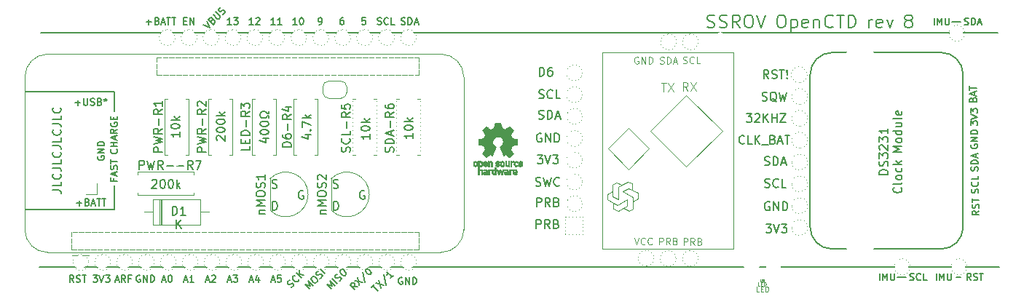
<source format=gbr>
%TF.GenerationSoftware,KiCad,Pcbnew,(7.0.0-0)*%
%TF.CreationDate,2023-06-13T14:54:47-07:00*%
%TF.ProjectId,ssrov-kicad-openctd,7373726f-762d-46b6-9963-61642d6f7065,rev?*%
%TF.SameCoordinates,Original*%
%TF.FileFunction,Legend,Top*%
%TF.FilePolarity,Positive*%
%FSLAX46Y46*%
G04 Gerber Fmt 4.6, Leading zero omitted, Abs format (unit mm)*
G04 Created by KiCad (PCBNEW (7.0.0-0)) date 2023-06-13 14:54:47*
%MOMM*%
%LPD*%
G01*
G04 APERTURE LIST*
G04 Aperture macros list*
%AMFreePoly0*
4,1,19,0.500000,-0.750000,0.000000,-0.750000,0.000000,-0.744911,-0.071157,-0.744911,-0.207708,-0.704816,-0.327430,-0.627875,-0.420627,-0.520320,-0.479746,-0.390866,-0.500000,-0.250000,-0.500000,0.250000,-0.479746,0.390866,-0.420627,0.520320,-0.327430,0.627875,-0.207708,0.704816,-0.071157,0.744911,0.000000,0.744911,0.000000,0.750000,0.500000,0.750000,0.500000,-0.750000,0.500000,-0.750000,
$1*%
%AMFreePoly1*
4,1,19,0.000000,0.744911,0.071157,0.744911,0.207708,0.704816,0.327430,0.627875,0.420627,0.520320,0.479746,0.390866,0.500000,0.250000,0.500000,-0.250000,0.479746,-0.390866,0.420627,-0.520320,0.327430,-0.627875,0.207708,-0.704816,0.071157,-0.744911,0.000000,-0.744911,0.000000,-0.750000,-0.500000,-0.750000,-0.500000,0.750000,0.000000,0.750000,0.000000,0.744911,0.000000,0.744911,
$1*%
G04 Aperture macros list end*
%ADD10C,0.150000*%
%ADD11C,0.050000*%
%ADD12C,0.100000*%
%ADD13C,0.120000*%
%ADD14C,0.127000*%
%ADD15C,0.010000*%
%ADD16R,1.500000X1.050000*%
%ADD17O,1.500000X1.050000*%
%ADD18C,1.600000*%
%ADD19O,1.600000X1.600000*%
%ADD20R,1.508000X1.508000*%
%ADD21C,1.508000*%
%ADD22C,3.200000*%
%ADD23C,2.540000*%
%ADD24R,1.600000X1.600000*%
%ADD25R,1.651000X1.651000*%
%ADD26C,1.651000*%
%ADD27R,1.700000X1.700000*%
%ADD28O,1.700000X1.700000*%
%ADD29FreePoly0,180.000000*%
%ADD30FreePoly1,180.000000*%
%ADD31R,2.200000X2.200000*%
%ADD32O,2.200000X2.200000*%
%ADD33C,4.016000*%
%ADD34R,1.650000X1.650000*%
%ADD35C,1.650000*%
%ADD36R,1.800000X1.800000*%
%ADD37C,1.800000*%
%ADD38C,0.800000*%
G04 APERTURE END LIST*
D10*
X95598000Y-107994000D02*
X207138000Y-108004000D01*
X104318001Y-101357999D02*
X93980000Y-101357999D01*
X95758000Y-80772000D02*
X206948000Y-80744000D01*
X201676000Y-79502000D02*
X202692000Y-79502000D01*
X104318001Y-87641999D02*
X104318001Y-89927999D01*
X195326000Y-109220000D02*
X196342000Y-109220000D01*
X202184000Y-109220000D02*
X202692000Y-109220000D01*
X104318001Y-98563999D02*
X104318001Y-101357999D01*
X93980000Y-87641999D02*
X104318001Y-87641999D01*
X122958618Y-79795904D02*
X122501475Y-79795904D01*
X122730047Y-79795904D02*
X122730047Y-78995904D01*
X122730047Y-78995904D02*
X122653856Y-79110190D01*
X122653856Y-79110190D02*
X122577666Y-79186380D01*
X122577666Y-79186380D02*
X122501475Y-79224476D01*
X123720523Y-79795904D02*
X123263380Y-79795904D01*
X123491952Y-79795904D02*
X123491952Y-78995904D01*
X123491952Y-78995904D02*
X123415761Y-79110190D01*
X123415761Y-79110190D02*
X123339571Y-79186380D01*
X123339571Y-79186380D02*
X123263380Y-79224476D01*
X122539571Y-109539333D02*
X122920524Y-109539333D01*
X122463381Y-109767904D02*
X122730048Y-108967904D01*
X122730048Y-108967904D02*
X122996714Y-109767904D01*
X123644333Y-108967904D02*
X123263381Y-108967904D01*
X123263381Y-108967904D02*
X123225285Y-109348857D01*
X123225285Y-109348857D02*
X123263381Y-109310761D01*
X123263381Y-109310761D02*
X123339571Y-109272666D01*
X123339571Y-109272666D02*
X123530047Y-109272666D01*
X123530047Y-109272666D02*
X123606238Y-109310761D01*
X123606238Y-109310761D02*
X123644333Y-109348857D01*
X123644333Y-109348857D02*
X123682428Y-109425047D01*
X123682428Y-109425047D02*
X123682428Y-109615523D01*
X123682428Y-109615523D02*
X123644333Y-109691714D01*
X123644333Y-109691714D02*
X123606238Y-109729809D01*
X123606238Y-109729809D02*
X123530047Y-109767904D01*
X123530047Y-109767904D02*
X123339571Y-109767904D01*
X123339571Y-109767904D02*
X123263381Y-109729809D01*
X123263381Y-109729809D02*
X123225285Y-109691714D01*
X117878618Y-79795904D02*
X117421475Y-79795904D01*
X117650047Y-79795904D02*
X117650047Y-78995904D01*
X117650047Y-78995904D02*
X117573856Y-79110190D01*
X117573856Y-79110190D02*
X117497666Y-79186380D01*
X117497666Y-79186380D02*
X117421475Y-79224476D01*
X118145285Y-78995904D02*
X118640523Y-78995904D01*
X118640523Y-78995904D02*
X118373857Y-79300666D01*
X118373857Y-79300666D02*
X118488142Y-79300666D01*
X118488142Y-79300666D02*
X118564333Y-79338761D01*
X118564333Y-79338761D02*
X118602428Y-79376857D01*
X118602428Y-79376857D02*
X118640523Y-79453047D01*
X118640523Y-79453047D02*
X118640523Y-79643523D01*
X118640523Y-79643523D02*
X118602428Y-79719714D01*
X118602428Y-79719714D02*
X118564333Y-79757809D01*
X118564333Y-79757809D02*
X118488142Y-79795904D01*
X118488142Y-79795904D02*
X118259571Y-79795904D01*
X118259571Y-79795904D02*
X118183380Y-79757809D01*
X118183380Y-79757809D02*
X118145285Y-79719714D01*
X132564855Y-110341788D02*
X132106920Y-110260975D01*
X132241607Y-110665036D02*
X131675921Y-110099351D01*
X131675921Y-110099351D02*
X131891420Y-109883852D01*
X131891420Y-109883852D02*
X131972233Y-109856914D01*
X131972233Y-109856914D02*
X132026107Y-109856914D01*
X132026107Y-109856914D02*
X132106920Y-109883852D01*
X132106920Y-109883852D02*
X132187732Y-109964664D01*
X132187732Y-109964664D02*
X132214669Y-110045476D01*
X132214669Y-110045476D02*
X132214669Y-110099351D01*
X132214669Y-110099351D02*
X132187732Y-110180163D01*
X132187732Y-110180163D02*
X131972233Y-110395662D01*
X132187732Y-109587540D02*
X133130541Y-109776102D01*
X132564855Y-109210417D02*
X132753417Y-110153226D01*
X133157478Y-108563919D02*
X133399915Y-109776102D01*
X133480727Y-108294545D02*
X133534602Y-108240670D01*
X133534602Y-108240670D02*
X133615414Y-108213733D01*
X133615414Y-108213733D02*
X133669289Y-108213733D01*
X133669289Y-108213733D02*
X133750101Y-108240670D01*
X133750101Y-108240670D02*
X133884788Y-108321483D01*
X133884788Y-108321483D02*
X134019475Y-108456170D01*
X134019475Y-108456170D02*
X134100287Y-108590857D01*
X134100287Y-108590857D02*
X134127225Y-108671669D01*
X134127225Y-108671669D02*
X134127225Y-108725544D01*
X134127225Y-108725544D02*
X134100287Y-108806356D01*
X134100287Y-108806356D02*
X134046413Y-108860231D01*
X134046413Y-108860231D02*
X133965600Y-108887168D01*
X133965600Y-108887168D02*
X133911726Y-108887168D01*
X133911726Y-108887168D02*
X133830913Y-108860231D01*
X133830913Y-108860231D02*
X133696226Y-108779418D01*
X133696226Y-108779418D02*
X133561539Y-108644731D01*
X133561539Y-108644731D02*
X133480727Y-108510044D01*
X133480727Y-108510044D02*
X133453790Y-108429232D01*
X133453790Y-108429232D02*
X133453790Y-108375357D01*
X133453790Y-108375357D02*
X133480727Y-108294545D01*
X126446714Y-92622571D02*
X127113380Y-92622571D01*
X126065761Y-92860666D02*
X126780047Y-93098761D01*
X126780047Y-93098761D02*
X126780047Y-92479714D01*
X127018142Y-92098761D02*
X127065761Y-92051142D01*
X127065761Y-92051142D02*
X127113380Y-92098761D01*
X127113380Y-92098761D02*
X127065761Y-92146380D01*
X127065761Y-92146380D02*
X127018142Y-92098761D01*
X127018142Y-92098761D02*
X127113380Y-92098761D01*
X126113380Y-91717809D02*
X126113380Y-91051143D01*
X126113380Y-91051143D02*
X127113380Y-91479714D01*
X127113380Y-90670190D02*
X126113380Y-90670190D01*
X126732428Y-90574952D02*
X127113380Y-90289238D01*
X126446714Y-90289238D02*
X126827666Y-90670190D01*
X133349904Y-99160000D02*
X133254666Y-99112380D01*
X133254666Y-99112380D02*
X133111809Y-99112380D01*
X133111809Y-99112380D02*
X132968952Y-99160000D01*
X132968952Y-99160000D02*
X132873714Y-99255238D01*
X132873714Y-99255238D02*
X132826095Y-99350476D01*
X132826095Y-99350476D02*
X132778476Y-99540952D01*
X132778476Y-99540952D02*
X132778476Y-99683809D01*
X132778476Y-99683809D02*
X132826095Y-99874285D01*
X132826095Y-99874285D02*
X132873714Y-99969523D01*
X132873714Y-99969523D02*
X132968952Y-100064761D01*
X132968952Y-100064761D02*
X133111809Y-100112380D01*
X133111809Y-100112380D02*
X133207047Y-100112380D01*
X133207047Y-100112380D02*
X133349904Y-100064761D01*
X133349904Y-100064761D02*
X133397523Y-100017142D01*
X133397523Y-100017142D02*
X133397523Y-99683809D01*
X133397523Y-99683809D02*
X133207047Y-99683809D01*
X120418618Y-79795904D02*
X119961475Y-79795904D01*
X120190047Y-79795904D02*
X120190047Y-78995904D01*
X120190047Y-78995904D02*
X120113856Y-79110190D01*
X120113856Y-79110190D02*
X120037666Y-79186380D01*
X120037666Y-79186380D02*
X119961475Y-79224476D01*
X120723380Y-79072095D02*
X120761476Y-79034000D01*
X120761476Y-79034000D02*
X120837666Y-78995904D01*
X120837666Y-78995904D02*
X121028142Y-78995904D01*
X121028142Y-78995904D02*
X121104333Y-79034000D01*
X121104333Y-79034000D02*
X121142428Y-79072095D01*
X121142428Y-79072095D02*
X121180523Y-79148285D01*
X121180523Y-79148285D02*
X121180523Y-79224476D01*
X121180523Y-79224476D02*
X121142428Y-79338761D01*
X121142428Y-79338761D02*
X120685285Y-79795904D01*
X120685285Y-79795904D02*
X121180523Y-79795904D01*
D11*
X179226571Y-110883428D02*
X178940857Y-110883428D01*
X178940857Y-110883428D02*
X178940857Y-110283428D01*
X179426571Y-110569142D02*
X179626571Y-110569142D01*
X179712285Y-110883428D02*
X179426571Y-110883428D01*
X179426571Y-110883428D02*
X179426571Y-110283428D01*
X179426571Y-110283428D02*
X179712285Y-110283428D01*
X179969428Y-110883428D02*
X179969428Y-110283428D01*
X179969428Y-110283428D02*
X180112285Y-110283428D01*
X180112285Y-110283428D02*
X180197999Y-110312000D01*
X180197999Y-110312000D02*
X180255142Y-110369142D01*
X180255142Y-110369142D02*
X180283713Y-110426285D01*
X180283713Y-110426285D02*
X180312285Y-110540571D01*
X180312285Y-110540571D02*
X180312285Y-110626285D01*
X180312285Y-110626285D02*
X180283713Y-110740571D01*
X180283713Y-110740571D02*
X180255142Y-110797714D01*
X180255142Y-110797714D02*
X180197999Y-110854857D01*
X180197999Y-110854857D02*
X180112285Y-110883428D01*
X180112285Y-110883428D02*
X179969428Y-110883428D01*
D10*
X104192858Y-97724094D02*
X104192858Y-97990760D01*
X104611905Y-97990760D02*
X103811905Y-97990760D01*
X103811905Y-97990760D02*
X103811905Y-97609808D01*
X104383334Y-97343142D02*
X104383334Y-96962189D01*
X104611905Y-97419332D02*
X103811905Y-97152665D01*
X103811905Y-97152665D02*
X104611905Y-96885999D01*
X104573810Y-96657428D02*
X104611905Y-96543142D01*
X104611905Y-96543142D02*
X104611905Y-96352666D01*
X104611905Y-96352666D02*
X104573810Y-96276475D01*
X104573810Y-96276475D02*
X104535715Y-96238380D01*
X104535715Y-96238380D02*
X104459524Y-96200285D01*
X104459524Y-96200285D02*
X104383334Y-96200285D01*
X104383334Y-96200285D02*
X104307143Y-96238380D01*
X104307143Y-96238380D02*
X104269048Y-96276475D01*
X104269048Y-96276475D02*
X104230953Y-96352666D01*
X104230953Y-96352666D02*
X104192858Y-96505047D01*
X104192858Y-96505047D02*
X104154762Y-96581237D01*
X104154762Y-96581237D02*
X104116667Y-96619332D01*
X104116667Y-96619332D02*
X104040477Y-96657428D01*
X104040477Y-96657428D02*
X103964286Y-96657428D01*
X103964286Y-96657428D02*
X103888096Y-96619332D01*
X103888096Y-96619332D02*
X103850001Y-96581237D01*
X103850001Y-96581237D02*
X103811905Y-96505047D01*
X103811905Y-96505047D02*
X103811905Y-96314570D01*
X103811905Y-96314570D02*
X103850001Y-96200285D01*
X103811905Y-95971713D02*
X103811905Y-95514570D01*
X104611905Y-95743142D02*
X103811905Y-95743142D01*
X104535715Y-94310760D02*
X104573810Y-94348856D01*
X104573810Y-94348856D02*
X104611905Y-94463141D01*
X104611905Y-94463141D02*
X104611905Y-94539332D01*
X104611905Y-94539332D02*
X104573810Y-94653618D01*
X104573810Y-94653618D02*
X104497620Y-94729808D01*
X104497620Y-94729808D02*
X104421429Y-94767903D01*
X104421429Y-94767903D02*
X104269048Y-94805999D01*
X104269048Y-94805999D02*
X104154762Y-94805999D01*
X104154762Y-94805999D02*
X104002381Y-94767903D01*
X104002381Y-94767903D02*
X103926191Y-94729808D01*
X103926191Y-94729808D02*
X103850001Y-94653618D01*
X103850001Y-94653618D02*
X103811905Y-94539332D01*
X103811905Y-94539332D02*
X103811905Y-94463141D01*
X103811905Y-94463141D02*
X103850001Y-94348856D01*
X103850001Y-94348856D02*
X103888096Y-94310760D01*
X104611905Y-93967903D02*
X103811905Y-93967903D01*
X104192858Y-93967903D02*
X104192858Y-93510760D01*
X104611905Y-93510760D02*
X103811905Y-93510760D01*
X104383334Y-93167904D02*
X104383334Y-92786951D01*
X104611905Y-93244094D02*
X103811905Y-92977427D01*
X103811905Y-92977427D02*
X104611905Y-92710761D01*
X104611905Y-91986951D02*
X104230953Y-92253618D01*
X104611905Y-92444094D02*
X103811905Y-92444094D01*
X103811905Y-92444094D02*
X103811905Y-92139332D01*
X103811905Y-92139332D02*
X103850001Y-92063142D01*
X103850001Y-92063142D02*
X103888096Y-92025047D01*
X103888096Y-92025047D02*
X103964286Y-91986951D01*
X103964286Y-91986951D02*
X104078572Y-91986951D01*
X104078572Y-91986951D02*
X104154762Y-92025047D01*
X104154762Y-92025047D02*
X104192858Y-92063142D01*
X104192858Y-92063142D02*
X104230953Y-92139332D01*
X104230953Y-92139332D02*
X104230953Y-92444094D01*
X103850001Y-91225047D02*
X103811905Y-91301237D01*
X103811905Y-91301237D02*
X103811905Y-91415523D01*
X103811905Y-91415523D02*
X103850001Y-91529809D01*
X103850001Y-91529809D02*
X103926191Y-91605999D01*
X103926191Y-91605999D02*
X104002381Y-91644094D01*
X104002381Y-91644094D02*
X104154762Y-91682190D01*
X104154762Y-91682190D02*
X104269048Y-91682190D01*
X104269048Y-91682190D02*
X104421429Y-91644094D01*
X104421429Y-91644094D02*
X104497620Y-91605999D01*
X104497620Y-91605999D02*
X104573810Y-91529809D01*
X104573810Y-91529809D02*
X104611905Y-91415523D01*
X104611905Y-91415523D02*
X104611905Y-91339332D01*
X104611905Y-91339332D02*
X104573810Y-91225047D01*
X104573810Y-91225047D02*
X104535715Y-91186951D01*
X104535715Y-91186951D02*
X104269048Y-91186951D01*
X104269048Y-91186951D02*
X104269048Y-91339332D01*
X104192858Y-90844094D02*
X104192858Y-90577428D01*
X104611905Y-90463142D02*
X104611905Y-90844094D01*
X104611905Y-90844094D02*
X103811905Y-90844094D01*
X103811905Y-90844094D02*
X103811905Y-90463142D01*
X204084857Y-88506857D02*
X204122952Y-88392571D01*
X204122952Y-88392571D02*
X204161047Y-88354476D01*
X204161047Y-88354476D02*
X204237238Y-88316380D01*
X204237238Y-88316380D02*
X204351523Y-88316380D01*
X204351523Y-88316380D02*
X204427714Y-88354476D01*
X204427714Y-88354476D02*
X204465809Y-88392571D01*
X204465809Y-88392571D02*
X204503904Y-88468761D01*
X204503904Y-88468761D02*
X204503904Y-88773523D01*
X204503904Y-88773523D02*
X203703904Y-88773523D01*
X203703904Y-88773523D02*
X203703904Y-88506857D01*
X203703904Y-88506857D02*
X203742000Y-88430666D01*
X203742000Y-88430666D02*
X203780095Y-88392571D01*
X203780095Y-88392571D02*
X203856285Y-88354476D01*
X203856285Y-88354476D02*
X203932476Y-88354476D01*
X203932476Y-88354476D02*
X204008666Y-88392571D01*
X204008666Y-88392571D02*
X204046761Y-88430666D01*
X204046761Y-88430666D02*
X204084857Y-88506857D01*
X204084857Y-88506857D02*
X204084857Y-88773523D01*
X204275333Y-88011619D02*
X204275333Y-87630666D01*
X204503904Y-88087809D02*
X203703904Y-87821142D01*
X203703904Y-87821142D02*
X204503904Y-87554476D01*
X203703904Y-87402095D02*
X203703904Y-86944952D01*
X204503904Y-87173524D02*
X203703904Y-87173524D01*
X112379571Y-109539333D02*
X112760524Y-109539333D01*
X112303381Y-109767904D02*
X112570048Y-108967904D01*
X112570048Y-108967904D02*
X112836714Y-109767904D01*
X113522428Y-109767904D02*
X113065285Y-109767904D01*
X113293857Y-109767904D02*
X113293857Y-108967904D01*
X113293857Y-108967904D02*
X113217666Y-109082190D01*
X113217666Y-109082190D02*
X113141476Y-109158380D01*
X113141476Y-109158380D02*
X113065285Y-109196476D01*
X153617714Y-90743761D02*
X153760571Y-90791380D01*
X153760571Y-90791380D02*
X153998666Y-90791380D01*
X153998666Y-90791380D02*
X154093904Y-90743761D01*
X154093904Y-90743761D02*
X154141523Y-90696142D01*
X154141523Y-90696142D02*
X154189142Y-90600904D01*
X154189142Y-90600904D02*
X154189142Y-90505666D01*
X154189142Y-90505666D02*
X154141523Y-90410428D01*
X154141523Y-90410428D02*
X154093904Y-90362809D01*
X154093904Y-90362809D02*
X153998666Y-90315190D01*
X153998666Y-90315190D02*
X153808190Y-90267571D01*
X153808190Y-90267571D02*
X153712952Y-90219952D01*
X153712952Y-90219952D02*
X153665333Y-90172333D01*
X153665333Y-90172333D02*
X153617714Y-90077095D01*
X153617714Y-90077095D02*
X153617714Y-89981857D01*
X153617714Y-89981857D02*
X153665333Y-89886619D01*
X153665333Y-89886619D02*
X153712952Y-89839000D01*
X153712952Y-89839000D02*
X153808190Y-89791380D01*
X153808190Y-89791380D02*
X154046285Y-89791380D01*
X154046285Y-89791380D02*
X154189142Y-89839000D01*
X154617714Y-90791380D02*
X154617714Y-89791380D01*
X154617714Y-89791380D02*
X154855809Y-89791380D01*
X154855809Y-89791380D02*
X154998666Y-89839000D01*
X154998666Y-89839000D02*
X155093904Y-89934238D01*
X155093904Y-89934238D02*
X155141523Y-90029476D01*
X155141523Y-90029476D02*
X155189142Y-90219952D01*
X155189142Y-90219952D02*
X155189142Y-90362809D01*
X155189142Y-90362809D02*
X155141523Y-90553285D01*
X155141523Y-90553285D02*
X155093904Y-90648523D01*
X155093904Y-90648523D02*
X154998666Y-90743761D01*
X154998666Y-90743761D02*
X154855809Y-90791380D01*
X154855809Y-90791380D02*
X154617714Y-90791380D01*
X155570095Y-90505666D02*
X156046285Y-90505666D01*
X155474857Y-90791380D02*
X155808190Y-89791380D01*
X155808190Y-89791380D02*
X156141523Y-90791380D01*
X196748380Y-109515809D02*
X196862666Y-109553904D01*
X196862666Y-109553904D02*
X197053142Y-109553904D01*
X197053142Y-109553904D02*
X197129333Y-109515809D01*
X197129333Y-109515809D02*
X197167428Y-109477714D01*
X197167428Y-109477714D02*
X197205523Y-109401523D01*
X197205523Y-109401523D02*
X197205523Y-109325333D01*
X197205523Y-109325333D02*
X197167428Y-109249142D01*
X197167428Y-109249142D02*
X197129333Y-109211047D01*
X197129333Y-109211047D02*
X197053142Y-109172952D01*
X197053142Y-109172952D02*
X196900761Y-109134857D01*
X196900761Y-109134857D02*
X196824571Y-109096761D01*
X196824571Y-109096761D02*
X196786476Y-109058666D01*
X196786476Y-109058666D02*
X196748380Y-108982476D01*
X196748380Y-108982476D02*
X196748380Y-108906285D01*
X196748380Y-108906285D02*
X196786476Y-108830095D01*
X196786476Y-108830095D02*
X196824571Y-108792000D01*
X196824571Y-108792000D02*
X196900761Y-108753904D01*
X196900761Y-108753904D02*
X197091238Y-108753904D01*
X197091238Y-108753904D02*
X197205523Y-108792000D01*
X198005524Y-109477714D02*
X197967428Y-109515809D01*
X197967428Y-109515809D02*
X197853143Y-109553904D01*
X197853143Y-109553904D02*
X197776952Y-109553904D01*
X197776952Y-109553904D02*
X197662666Y-109515809D01*
X197662666Y-109515809D02*
X197586476Y-109439619D01*
X197586476Y-109439619D02*
X197548381Y-109363428D01*
X197548381Y-109363428D02*
X197510285Y-109211047D01*
X197510285Y-109211047D02*
X197510285Y-109096761D01*
X197510285Y-109096761D02*
X197548381Y-108944380D01*
X197548381Y-108944380D02*
X197586476Y-108868190D01*
X197586476Y-108868190D02*
X197662666Y-108792000D01*
X197662666Y-108792000D02*
X197776952Y-108753904D01*
X197776952Y-108753904D02*
X197853143Y-108753904D01*
X197853143Y-108753904D02*
X197967428Y-108792000D01*
X197967428Y-108792000D02*
X198005524Y-108830095D01*
X198729333Y-109553904D02*
X198348381Y-109553904D01*
X198348381Y-109553904D02*
X198348381Y-108753904D01*
X203862000Y-93774476D02*
X203823904Y-93850666D01*
X203823904Y-93850666D02*
X203823904Y-93964952D01*
X203823904Y-93964952D02*
X203862000Y-94079238D01*
X203862000Y-94079238D02*
X203938190Y-94155428D01*
X203938190Y-94155428D02*
X204014380Y-94193523D01*
X204014380Y-94193523D02*
X204166761Y-94231619D01*
X204166761Y-94231619D02*
X204281047Y-94231619D01*
X204281047Y-94231619D02*
X204433428Y-94193523D01*
X204433428Y-94193523D02*
X204509619Y-94155428D01*
X204509619Y-94155428D02*
X204585809Y-94079238D01*
X204585809Y-94079238D02*
X204623904Y-93964952D01*
X204623904Y-93964952D02*
X204623904Y-93888761D01*
X204623904Y-93888761D02*
X204585809Y-93774476D01*
X204585809Y-93774476D02*
X204547714Y-93736380D01*
X204547714Y-93736380D02*
X204281047Y-93736380D01*
X204281047Y-93736380D02*
X204281047Y-93888761D01*
X204623904Y-93393523D02*
X203823904Y-93393523D01*
X203823904Y-93393523D02*
X204623904Y-92936380D01*
X204623904Y-92936380D02*
X203823904Y-92936380D01*
X204623904Y-92555428D02*
X203823904Y-92555428D01*
X203823904Y-92555428D02*
X203823904Y-92364952D01*
X203823904Y-92364952D02*
X203862000Y-92250666D01*
X203862000Y-92250666D02*
X203938190Y-92174476D01*
X203938190Y-92174476D02*
X204014380Y-92136381D01*
X204014380Y-92136381D02*
X204166761Y-92098285D01*
X204166761Y-92098285D02*
X204281047Y-92098285D01*
X204281047Y-92098285D02*
X204433428Y-92136381D01*
X204433428Y-92136381D02*
X204509619Y-92174476D01*
X204509619Y-92174476D02*
X204585809Y-92250666D01*
X204585809Y-92250666D02*
X204623904Y-92364952D01*
X204623904Y-92364952D02*
X204623904Y-92555428D01*
X101800523Y-108967904D02*
X102295761Y-108967904D01*
X102295761Y-108967904D02*
X102029095Y-109272666D01*
X102029095Y-109272666D02*
X102143380Y-109272666D01*
X102143380Y-109272666D02*
X102219571Y-109310761D01*
X102219571Y-109310761D02*
X102257666Y-109348857D01*
X102257666Y-109348857D02*
X102295761Y-109425047D01*
X102295761Y-109425047D02*
X102295761Y-109615523D01*
X102295761Y-109615523D02*
X102257666Y-109691714D01*
X102257666Y-109691714D02*
X102219571Y-109729809D01*
X102219571Y-109729809D02*
X102143380Y-109767904D01*
X102143380Y-109767904D02*
X101914809Y-109767904D01*
X101914809Y-109767904D02*
X101838618Y-109729809D01*
X101838618Y-109729809D02*
X101800523Y-109691714D01*
X102524333Y-108967904D02*
X102791000Y-109767904D01*
X102791000Y-109767904D02*
X103057666Y-108967904D01*
X103248142Y-108967904D02*
X103743380Y-108967904D01*
X103743380Y-108967904D02*
X103476714Y-109272666D01*
X103476714Y-109272666D02*
X103590999Y-109272666D01*
X103590999Y-109272666D02*
X103667190Y-109310761D01*
X103667190Y-109310761D02*
X103705285Y-109348857D01*
X103705285Y-109348857D02*
X103743380Y-109425047D01*
X103743380Y-109425047D02*
X103743380Y-109615523D01*
X103743380Y-109615523D02*
X103705285Y-109691714D01*
X103705285Y-109691714D02*
X103667190Y-109729809D01*
X103667190Y-109729809D02*
X103590999Y-109767904D01*
X103590999Y-109767904D02*
X103362428Y-109767904D01*
X103362428Y-109767904D02*
X103286237Y-109729809D01*
X103286237Y-109729809D02*
X103248142Y-109691714D01*
X114624046Y-79783226D02*
X115378294Y-80160350D01*
X115378294Y-80160350D02*
X115001170Y-79406102D01*
X115647667Y-79298353D02*
X115755417Y-79244478D01*
X115755417Y-79244478D02*
X115809292Y-79244478D01*
X115809292Y-79244478D02*
X115890104Y-79271416D01*
X115890104Y-79271416D02*
X115970916Y-79352228D01*
X115970916Y-79352228D02*
X115997854Y-79433040D01*
X115997854Y-79433040D02*
X115997854Y-79486915D01*
X115997854Y-79486915D02*
X115970916Y-79567727D01*
X115970916Y-79567727D02*
X115755417Y-79783226D01*
X115755417Y-79783226D02*
X115189732Y-79217541D01*
X115189732Y-79217541D02*
X115378293Y-79028979D01*
X115378293Y-79028979D02*
X115459106Y-79002042D01*
X115459106Y-79002042D02*
X115512980Y-79002042D01*
X115512980Y-79002042D02*
X115593793Y-79028979D01*
X115593793Y-79028979D02*
X115647667Y-79082854D01*
X115647667Y-79082854D02*
X115674605Y-79163666D01*
X115674605Y-79163666D02*
X115674605Y-79217541D01*
X115674605Y-79217541D02*
X115647667Y-79298353D01*
X115647667Y-79298353D02*
X115459106Y-79486915D01*
X115755417Y-78651855D02*
X116213353Y-79109791D01*
X116213353Y-79109791D02*
X116294165Y-79136729D01*
X116294165Y-79136729D02*
X116348040Y-79136729D01*
X116348040Y-79136729D02*
X116428852Y-79109791D01*
X116428852Y-79109791D02*
X116536602Y-79002042D01*
X116536602Y-79002042D02*
X116563539Y-78921229D01*
X116563539Y-78921229D02*
X116563539Y-78867355D01*
X116563539Y-78867355D02*
X116536602Y-78786542D01*
X116536602Y-78786542D02*
X116078666Y-78328607D01*
X116859850Y-78624918D02*
X116967600Y-78571043D01*
X116967600Y-78571043D02*
X117102287Y-78436356D01*
X117102287Y-78436356D02*
X117129224Y-78355544D01*
X117129224Y-78355544D02*
X117129224Y-78301669D01*
X117129224Y-78301669D02*
X117102287Y-78220857D01*
X117102287Y-78220857D02*
X117048412Y-78166982D01*
X117048412Y-78166982D02*
X116967600Y-78140045D01*
X116967600Y-78140045D02*
X116913725Y-78140045D01*
X116913725Y-78140045D02*
X116832913Y-78166982D01*
X116832913Y-78166982D02*
X116698226Y-78247794D01*
X116698226Y-78247794D02*
X116617414Y-78274732D01*
X116617414Y-78274732D02*
X116563539Y-78274732D01*
X116563539Y-78274732D02*
X116482727Y-78247794D01*
X116482727Y-78247794D02*
X116428852Y-78193920D01*
X116428852Y-78193920D02*
X116401914Y-78113107D01*
X116401914Y-78113107D02*
X116401914Y-78059233D01*
X116401914Y-78059233D02*
X116428852Y-77978420D01*
X116428852Y-77978420D02*
X116563539Y-77843733D01*
X116563539Y-77843733D02*
X116671288Y-77789859D01*
X199834476Y-109553904D02*
X199834476Y-108753904D01*
X200215428Y-109553904D02*
X200215428Y-108753904D01*
X200215428Y-108753904D02*
X200482094Y-109325333D01*
X200482094Y-109325333D02*
X200748761Y-108753904D01*
X200748761Y-108753904D02*
X200748761Y-109553904D01*
X201129714Y-108753904D02*
X201129714Y-109401523D01*
X201129714Y-109401523D02*
X201167809Y-109477714D01*
X201167809Y-109477714D02*
X201205904Y-109515809D01*
X201205904Y-109515809D02*
X201282095Y-109553904D01*
X201282095Y-109553904D02*
X201434476Y-109553904D01*
X201434476Y-109553904D02*
X201510666Y-109515809D01*
X201510666Y-109515809D02*
X201548761Y-109477714D01*
X201548761Y-109477714D02*
X201586857Y-109401523D01*
X201586857Y-109401523D02*
X201586857Y-108753904D01*
X129778095Y-101382380D02*
X129778095Y-100382380D01*
X129778095Y-100382380D02*
X130016190Y-100382380D01*
X130016190Y-100382380D02*
X130159047Y-100430000D01*
X130159047Y-100430000D02*
X130254285Y-100525238D01*
X130254285Y-100525238D02*
X130301904Y-100620476D01*
X130301904Y-100620476D02*
X130349523Y-100810952D01*
X130349523Y-100810952D02*
X130349523Y-100953809D01*
X130349523Y-100953809D02*
X130301904Y-101144285D01*
X130301904Y-101144285D02*
X130254285Y-101239523D01*
X130254285Y-101239523D02*
X130159047Y-101334761D01*
X130159047Y-101334761D02*
X130016190Y-101382380D01*
X130016190Y-101382380D02*
X129778095Y-101382380D01*
X180449904Y-100474000D02*
X180354666Y-100426380D01*
X180354666Y-100426380D02*
X180211809Y-100426380D01*
X180211809Y-100426380D02*
X180068952Y-100474000D01*
X180068952Y-100474000D02*
X179973714Y-100569238D01*
X179973714Y-100569238D02*
X179926095Y-100664476D01*
X179926095Y-100664476D02*
X179878476Y-100854952D01*
X179878476Y-100854952D02*
X179878476Y-100997809D01*
X179878476Y-100997809D02*
X179926095Y-101188285D01*
X179926095Y-101188285D02*
X179973714Y-101283523D01*
X179973714Y-101283523D02*
X180068952Y-101378761D01*
X180068952Y-101378761D02*
X180211809Y-101426380D01*
X180211809Y-101426380D02*
X180307047Y-101426380D01*
X180307047Y-101426380D02*
X180449904Y-101378761D01*
X180449904Y-101378761D02*
X180497523Y-101331142D01*
X180497523Y-101331142D02*
X180497523Y-100997809D01*
X180497523Y-100997809D02*
X180307047Y-100997809D01*
X180926095Y-101426380D02*
X180926095Y-100426380D01*
X180926095Y-100426380D02*
X181497523Y-101426380D01*
X181497523Y-101426380D02*
X181497523Y-100426380D01*
X181973714Y-101426380D02*
X181973714Y-100426380D01*
X181973714Y-100426380D02*
X182211809Y-100426380D01*
X182211809Y-100426380D02*
X182354666Y-100474000D01*
X182354666Y-100474000D02*
X182449904Y-100569238D01*
X182449904Y-100569238D02*
X182497523Y-100664476D01*
X182497523Y-100664476D02*
X182545142Y-100854952D01*
X182545142Y-100854952D02*
X182545142Y-100997809D01*
X182545142Y-100997809D02*
X182497523Y-101188285D01*
X182497523Y-101188285D02*
X182449904Y-101283523D01*
X182449904Y-101283523D02*
X182354666Y-101378761D01*
X182354666Y-101378761D02*
X182211809Y-101426380D01*
X182211809Y-101426380D02*
X181973714Y-101426380D01*
X114919571Y-109539333D02*
X115300524Y-109539333D01*
X114843381Y-109767904D02*
X115110048Y-108967904D01*
X115110048Y-108967904D02*
X115376714Y-109767904D01*
X115605285Y-109044095D02*
X115643381Y-109006000D01*
X115643381Y-109006000D02*
X115719571Y-108967904D01*
X115719571Y-108967904D02*
X115910047Y-108967904D01*
X115910047Y-108967904D02*
X115986238Y-109006000D01*
X115986238Y-109006000D02*
X116024333Y-109044095D01*
X116024333Y-109044095D02*
X116062428Y-109120285D01*
X116062428Y-109120285D02*
X116062428Y-109196476D01*
X116062428Y-109196476D02*
X116024333Y-109310761D01*
X116024333Y-109310761D02*
X115567190Y-109767904D01*
X115567190Y-109767904D02*
X116062428Y-109767904D01*
X153328095Y-103527380D02*
X153328095Y-102527380D01*
X153328095Y-102527380D02*
X153709047Y-102527380D01*
X153709047Y-102527380D02*
X153804285Y-102575000D01*
X153804285Y-102575000D02*
X153851904Y-102622619D01*
X153851904Y-102622619D02*
X153899523Y-102717857D01*
X153899523Y-102717857D02*
X153899523Y-102860714D01*
X153899523Y-102860714D02*
X153851904Y-102955952D01*
X153851904Y-102955952D02*
X153804285Y-103003571D01*
X153804285Y-103003571D02*
X153709047Y-103051190D01*
X153709047Y-103051190D02*
X153328095Y-103051190D01*
X154899523Y-103527380D02*
X154566190Y-103051190D01*
X154328095Y-103527380D02*
X154328095Y-102527380D01*
X154328095Y-102527380D02*
X154709047Y-102527380D01*
X154709047Y-102527380D02*
X154804285Y-102575000D01*
X154804285Y-102575000D02*
X154851904Y-102622619D01*
X154851904Y-102622619D02*
X154899523Y-102717857D01*
X154899523Y-102717857D02*
X154899523Y-102860714D01*
X154899523Y-102860714D02*
X154851904Y-102955952D01*
X154851904Y-102955952D02*
X154804285Y-103003571D01*
X154804285Y-103003571D02*
X154709047Y-103051190D01*
X154709047Y-103051190D02*
X154328095Y-103051190D01*
X155661428Y-103003571D02*
X155804285Y-103051190D01*
X155804285Y-103051190D02*
X155851904Y-103098809D01*
X155851904Y-103098809D02*
X155899523Y-103194047D01*
X155899523Y-103194047D02*
X155899523Y-103336904D01*
X155899523Y-103336904D02*
X155851904Y-103432142D01*
X155851904Y-103432142D02*
X155804285Y-103479761D01*
X155804285Y-103479761D02*
X155709047Y-103527380D01*
X155709047Y-103527380D02*
X155328095Y-103527380D01*
X155328095Y-103527380D02*
X155328095Y-102527380D01*
X155328095Y-102527380D02*
X155661428Y-102527380D01*
X155661428Y-102527380D02*
X155756666Y-102575000D01*
X155756666Y-102575000D02*
X155804285Y-102622619D01*
X155804285Y-102622619D02*
X155851904Y-102717857D01*
X155851904Y-102717857D02*
X155851904Y-102813095D01*
X155851904Y-102813095D02*
X155804285Y-102908333D01*
X155804285Y-102908333D02*
X155756666Y-102955952D01*
X155756666Y-102955952D02*
X155661428Y-103003571D01*
X155661428Y-103003571D02*
X155328095Y-103003571D01*
X134858618Y-79757809D02*
X134972904Y-79795904D01*
X134972904Y-79795904D02*
X135163380Y-79795904D01*
X135163380Y-79795904D02*
X135239571Y-79757809D01*
X135239571Y-79757809D02*
X135277666Y-79719714D01*
X135277666Y-79719714D02*
X135315761Y-79643523D01*
X135315761Y-79643523D02*
X135315761Y-79567333D01*
X135315761Y-79567333D02*
X135277666Y-79491142D01*
X135277666Y-79491142D02*
X135239571Y-79453047D01*
X135239571Y-79453047D02*
X135163380Y-79414952D01*
X135163380Y-79414952D02*
X135010999Y-79376857D01*
X135010999Y-79376857D02*
X134934809Y-79338761D01*
X134934809Y-79338761D02*
X134896714Y-79300666D01*
X134896714Y-79300666D02*
X134858618Y-79224476D01*
X134858618Y-79224476D02*
X134858618Y-79148285D01*
X134858618Y-79148285D02*
X134896714Y-79072095D01*
X134896714Y-79072095D02*
X134934809Y-79034000D01*
X134934809Y-79034000D02*
X135010999Y-78995904D01*
X135010999Y-78995904D02*
X135201476Y-78995904D01*
X135201476Y-78995904D02*
X135315761Y-79034000D01*
X136115762Y-79719714D02*
X136077666Y-79757809D01*
X136077666Y-79757809D02*
X135963381Y-79795904D01*
X135963381Y-79795904D02*
X135887190Y-79795904D01*
X135887190Y-79795904D02*
X135772904Y-79757809D01*
X135772904Y-79757809D02*
X135696714Y-79681619D01*
X135696714Y-79681619D02*
X135658619Y-79605428D01*
X135658619Y-79605428D02*
X135620523Y-79453047D01*
X135620523Y-79453047D02*
X135620523Y-79338761D01*
X135620523Y-79338761D02*
X135658619Y-79186380D01*
X135658619Y-79186380D02*
X135696714Y-79110190D01*
X135696714Y-79110190D02*
X135772904Y-79034000D01*
X135772904Y-79034000D02*
X135887190Y-78995904D01*
X135887190Y-78995904D02*
X135963381Y-78995904D01*
X135963381Y-78995904D02*
X136077666Y-79034000D01*
X136077666Y-79034000D02*
X136115762Y-79072095D01*
X136839571Y-79795904D02*
X136458619Y-79795904D01*
X136458619Y-79795904D02*
X136458619Y-78995904D01*
X137741476Y-109260000D02*
X137665286Y-109221904D01*
X137665286Y-109221904D02*
X137551000Y-109221904D01*
X137551000Y-109221904D02*
X137436714Y-109260000D01*
X137436714Y-109260000D02*
X137360524Y-109336190D01*
X137360524Y-109336190D02*
X137322429Y-109412380D01*
X137322429Y-109412380D02*
X137284333Y-109564761D01*
X137284333Y-109564761D02*
X137284333Y-109679047D01*
X137284333Y-109679047D02*
X137322429Y-109831428D01*
X137322429Y-109831428D02*
X137360524Y-109907619D01*
X137360524Y-109907619D02*
X137436714Y-109983809D01*
X137436714Y-109983809D02*
X137551000Y-110021904D01*
X137551000Y-110021904D02*
X137627191Y-110021904D01*
X137627191Y-110021904D02*
X137741476Y-109983809D01*
X137741476Y-109983809D02*
X137779572Y-109945714D01*
X137779572Y-109945714D02*
X137779572Y-109679047D01*
X137779572Y-109679047D02*
X137627191Y-109679047D01*
X138122429Y-110021904D02*
X138122429Y-109221904D01*
X138122429Y-109221904D02*
X138579572Y-110021904D01*
X138579572Y-110021904D02*
X138579572Y-109221904D01*
X138960524Y-110021904D02*
X138960524Y-109221904D01*
X138960524Y-109221904D02*
X139151000Y-109221904D01*
X139151000Y-109221904D02*
X139265286Y-109260000D01*
X139265286Y-109260000D02*
X139341476Y-109336190D01*
X139341476Y-109336190D02*
X139379571Y-109412380D01*
X139379571Y-109412380D02*
X139417667Y-109564761D01*
X139417667Y-109564761D02*
X139417667Y-109679047D01*
X139417667Y-109679047D02*
X139379571Y-109831428D01*
X139379571Y-109831428D02*
X139341476Y-109907619D01*
X139341476Y-109907619D02*
X139265286Y-109983809D01*
X139265286Y-109983809D02*
X139151000Y-110021904D01*
X139151000Y-110021904D02*
X138960524Y-110021904D01*
X107261476Y-109006000D02*
X107185286Y-108967904D01*
X107185286Y-108967904D02*
X107071000Y-108967904D01*
X107071000Y-108967904D02*
X106956714Y-109006000D01*
X106956714Y-109006000D02*
X106880524Y-109082190D01*
X106880524Y-109082190D02*
X106842429Y-109158380D01*
X106842429Y-109158380D02*
X106804333Y-109310761D01*
X106804333Y-109310761D02*
X106804333Y-109425047D01*
X106804333Y-109425047D02*
X106842429Y-109577428D01*
X106842429Y-109577428D02*
X106880524Y-109653619D01*
X106880524Y-109653619D02*
X106956714Y-109729809D01*
X106956714Y-109729809D02*
X107071000Y-109767904D01*
X107071000Y-109767904D02*
X107147191Y-109767904D01*
X107147191Y-109767904D02*
X107261476Y-109729809D01*
X107261476Y-109729809D02*
X107299572Y-109691714D01*
X107299572Y-109691714D02*
X107299572Y-109425047D01*
X107299572Y-109425047D02*
X107147191Y-109425047D01*
X107642429Y-109767904D02*
X107642429Y-108967904D01*
X107642429Y-108967904D02*
X108099572Y-109767904D01*
X108099572Y-109767904D02*
X108099572Y-108967904D01*
X108480524Y-109767904D02*
X108480524Y-108967904D01*
X108480524Y-108967904D02*
X108671000Y-108967904D01*
X108671000Y-108967904D02*
X108785286Y-109006000D01*
X108785286Y-109006000D02*
X108861476Y-109082190D01*
X108861476Y-109082190D02*
X108899571Y-109158380D01*
X108899571Y-109158380D02*
X108937667Y-109310761D01*
X108937667Y-109310761D02*
X108937667Y-109425047D01*
X108937667Y-109425047D02*
X108899571Y-109577428D01*
X108899571Y-109577428D02*
X108861476Y-109653619D01*
X108861476Y-109653619D02*
X108785286Y-109729809D01*
X108785286Y-109729809D02*
X108671000Y-109767904D01*
X108671000Y-109767904D02*
X108480524Y-109767904D01*
X134202452Y-110366820D02*
X134525701Y-110043571D01*
X134929762Y-110770881D02*
X134364077Y-110205195D01*
X134660388Y-109908884D02*
X135603197Y-110097446D01*
X135037512Y-109531760D02*
X135226074Y-110474569D01*
X135630135Y-108885262D02*
X135872572Y-110097445D01*
X136707631Y-108993012D02*
X136384382Y-109316261D01*
X136546007Y-109154637D02*
X135980321Y-108588951D01*
X135980321Y-108588951D02*
X136007258Y-108723638D01*
X136007258Y-108723638D02*
X136007258Y-108831388D01*
X136007258Y-108831388D02*
X135980321Y-108912200D01*
X119999571Y-109539333D02*
X120380524Y-109539333D01*
X119923381Y-109767904D02*
X120190048Y-108967904D01*
X120190048Y-108967904D02*
X120456714Y-109767904D01*
X121066238Y-109234571D02*
X121066238Y-109767904D01*
X120875762Y-108929809D02*
X120685285Y-109501238D01*
X120685285Y-109501238D02*
X121180524Y-109501238D01*
X97080380Y-99044190D02*
X97794666Y-99044190D01*
X97794666Y-99044190D02*
X97937523Y-99091809D01*
X97937523Y-99091809D02*
X98032761Y-99187047D01*
X98032761Y-99187047D02*
X98080380Y-99329904D01*
X98080380Y-99329904D02*
X98080380Y-99425142D01*
X98080380Y-98091809D02*
X98080380Y-98567999D01*
X98080380Y-98567999D02*
X97080380Y-98567999D01*
X97985142Y-97187047D02*
X98032761Y-97234666D01*
X98032761Y-97234666D02*
X98080380Y-97377523D01*
X98080380Y-97377523D02*
X98080380Y-97472761D01*
X98080380Y-97472761D02*
X98032761Y-97615618D01*
X98032761Y-97615618D02*
X97937523Y-97710856D01*
X97937523Y-97710856D02*
X97842285Y-97758475D01*
X97842285Y-97758475D02*
X97651809Y-97806094D01*
X97651809Y-97806094D02*
X97508952Y-97806094D01*
X97508952Y-97806094D02*
X97318476Y-97758475D01*
X97318476Y-97758475D02*
X97223238Y-97710856D01*
X97223238Y-97710856D02*
X97128000Y-97615618D01*
X97128000Y-97615618D02*
X97080380Y-97472761D01*
X97080380Y-97472761D02*
X97080380Y-97377523D01*
X97080380Y-97377523D02*
X97128000Y-97234666D01*
X97128000Y-97234666D02*
X97175619Y-97187047D01*
X97080380Y-96472761D02*
X97794666Y-96472761D01*
X97794666Y-96472761D02*
X97937523Y-96520380D01*
X97937523Y-96520380D02*
X98032761Y-96615618D01*
X98032761Y-96615618D02*
X98080380Y-96758475D01*
X98080380Y-96758475D02*
X98080380Y-96853713D01*
X98080380Y-95520380D02*
X98080380Y-95996570D01*
X98080380Y-95996570D02*
X97080380Y-95996570D01*
X97985142Y-94615618D02*
X98032761Y-94663237D01*
X98032761Y-94663237D02*
X98080380Y-94806094D01*
X98080380Y-94806094D02*
X98080380Y-94901332D01*
X98080380Y-94901332D02*
X98032761Y-95044189D01*
X98032761Y-95044189D02*
X97937523Y-95139427D01*
X97937523Y-95139427D02*
X97842285Y-95187046D01*
X97842285Y-95187046D02*
X97651809Y-95234665D01*
X97651809Y-95234665D02*
X97508952Y-95234665D01*
X97508952Y-95234665D02*
X97318476Y-95187046D01*
X97318476Y-95187046D02*
X97223238Y-95139427D01*
X97223238Y-95139427D02*
X97128000Y-95044189D01*
X97128000Y-95044189D02*
X97080380Y-94901332D01*
X97080380Y-94901332D02*
X97080380Y-94806094D01*
X97080380Y-94806094D02*
X97128000Y-94663237D01*
X97128000Y-94663237D02*
X97175619Y-94615618D01*
X97080380Y-93901332D02*
X97794666Y-93901332D01*
X97794666Y-93901332D02*
X97937523Y-93948951D01*
X97937523Y-93948951D02*
X98032761Y-94044189D01*
X98032761Y-94044189D02*
X98080380Y-94187046D01*
X98080380Y-94187046D02*
X98080380Y-94282284D01*
X98080380Y-92948951D02*
X98080380Y-93425141D01*
X98080380Y-93425141D02*
X97080380Y-93425141D01*
X97985142Y-92044189D02*
X98032761Y-92091808D01*
X98032761Y-92091808D02*
X98080380Y-92234665D01*
X98080380Y-92234665D02*
X98080380Y-92329903D01*
X98080380Y-92329903D02*
X98032761Y-92472760D01*
X98032761Y-92472760D02*
X97937523Y-92567998D01*
X97937523Y-92567998D02*
X97842285Y-92615617D01*
X97842285Y-92615617D02*
X97651809Y-92663236D01*
X97651809Y-92663236D02*
X97508952Y-92663236D01*
X97508952Y-92663236D02*
X97318476Y-92615617D01*
X97318476Y-92615617D02*
X97223238Y-92567998D01*
X97223238Y-92567998D02*
X97128000Y-92472760D01*
X97128000Y-92472760D02*
X97080380Y-92329903D01*
X97080380Y-92329903D02*
X97080380Y-92234665D01*
X97080380Y-92234665D02*
X97128000Y-92091808D01*
X97128000Y-92091808D02*
X97175619Y-92044189D01*
X97080380Y-91329903D02*
X97794666Y-91329903D01*
X97794666Y-91329903D02*
X97937523Y-91377522D01*
X97937523Y-91377522D02*
X98032761Y-91472760D01*
X98032761Y-91472760D02*
X98080380Y-91615617D01*
X98080380Y-91615617D02*
X98080380Y-91710855D01*
X98080380Y-90377522D02*
X98080380Y-90853712D01*
X98080380Y-90853712D02*
X97080380Y-90853712D01*
X97985142Y-89472760D02*
X98032761Y-89520379D01*
X98032761Y-89520379D02*
X98080380Y-89663236D01*
X98080380Y-89663236D02*
X98080380Y-89758474D01*
X98080380Y-89758474D02*
X98032761Y-89901331D01*
X98032761Y-89901331D02*
X97937523Y-89996569D01*
X97937523Y-89996569D02*
X97842285Y-90044188D01*
X97842285Y-90044188D02*
X97651809Y-90091807D01*
X97651809Y-90091807D02*
X97508952Y-90091807D01*
X97508952Y-90091807D02*
X97318476Y-90044188D01*
X97318476Y-90044188D02*
X97223238Y-89996569D01*
X97223238Y-89996569D02*
X97128000Y-89901331D01*
X97128000Y-89901331D02*
X97080380Y-89758474D01*
X97080380Y-89758474D02*
X97080380Y-89663236D01*
X97080380Y-89663236D02*
X97128000Y-89520379D01*
X97128000Y-89520379D02*
X97175619Y-89472760D01*
X179888476Y-98708761D02*
X180031333Y-98756380D01*
X180031333Y-98756380D02*
X180269428Y-98756380D01*
X180269428Y-98756380D02*
X180364666Y-98708761D01*
X180364666Y-98708761D02*
X180412285Y-98661142D01*
X180412285Y-98661142D02*
X180459904Y-98565904D01*
X180459904Y-98565904D02*
X180459904Y-98470666D01*
X180459904Y-98470666D02*
X180412285Y-98375428D01*
X180412285Y-98375428D02*
X180364666Y-98327809D01*
X180364666Y-98327809D02*
X180269428Y-98280190D01*
X180269428Y-98280190D02*
X180078952Y-98232571D01*
X180078952Y-98232571D02*
X179983714Y-98184952D01*
X179983714Y-98184952D02*
X179936095Y-98137333D01*
X179936095Y-98137333D02*
X179888476Y-98042095D01*
X179888476Y-98042095D02*
X179888476Y-97946857D01*
X179888476Y-97946857D02*
X179936095Y-97851619D01*
X179936095Y-97851619D02*
X179983714Y-97804000D01*
X179983714Y-97804000D02*
X180078952Y-97756380D01*
X180078952Y-97756380D02*
X180317047Y-97756380D01*
X180317047Y-97756380D02*
X180459904Y-97804000D01*
X181459904Y-98661142D02*
X181412285Y-98708761D01*
X181412285Y-98708761D02*
X181269428Y-98756380D01*
X181269428Y-98756380D02*
X181174190Y-98756380D01*
X181174190Y-98756380D02*
X181031333Y-98708761D01*
X181031333Y-98708761D02*
X180936095Y-98613523D01*
X180936095Y-98613523D02*
X180888476Y-98518285D01*
X180888476Y-98518285D02*
X180840857Y-98327809D01*
X180840857Y-98327809D02*
X180840857Y-98184952D01*
X180840857Y-98184952D02*
X180888476Y-97994476D01*
X180888476Y-97994476D02*
X180936095Y-97899238D01*
X180936095Y-97899238D02*
X181031333Y-97804000D01*
X181031333Y-97804000D02*
X181174190Y-97756380D01*
X181174190Y-97756380D02*
X181269428Y-97756380D01*
X181269428Y-97756380D02*
X181412285Y-97804000D01*
X181412285Y-97804000D02*
X181459904Y-97851619D01*
X182364666Y-98756380D02*
X181888476Y-98756380D01*
X181888476Y-98756380D02*
X181888476Y-97756380D01*
X104397666Y-109539333D02*
X104778619Y-109539333D01*
X104321476Y-109767904D02*
X104588143Y-108967904D01*
X104588143Y-108967904D02*
X104854809Y-109767904D01*
X105578619Y-109767904D02*
X105311952Y-109386952D01*
X105121476Y-109767904D02*
X105121476Y-108967904D01*
X105121476Y-108967904D02*
X105426238Y-108967904D01*
X105426238Y-108967904D02*
X105502428Y-109006000D01*
X105502428Y-109006000D02*
X105540523Y-109044095D01*
X105540523Y-109044095D02*
X105578619Y-109120285D01*
X105578619Y-109120285D02*
X105578619Y-109234571D01*
X105578619Y-109234571D02*
X105540523Y-109310761D01*
X105540523Y-109310761D02*
X105502428Y-109348857D01*
X105502428Y-109348857D02*
X105426238Y-109386952D01*
X105426238Y-109386952D02*
X105121476Y-109386952D01*
X106188142Y-109348857D02*
X105921476Y-109348857D01*
X105921476Y-109767904D02*
X105921476Y-108967904D01*
X105921476Y-108967904D02*
X106302428Y-108967904D01*
X180337523Y-86066380D02*
X180004190Y-85590190D01*
X179766095Y-86066380D02*
X179766095Y-85066380D01*
X179766095Y-85066380D02*
X180147047Y-85066380D01*
X180147047Y-85066380D02*
X180242285Y-85114000D01*
X180242285Y-85114000D02*
X180289904Y-85161619D01*
X180289904Y-85161619D02*
X180337523Y-85256857D01*
X180337523Y-85256857D02*
X180337523Y-85399714D01*
X180337523Y-85399714D02*
X180289904Y-85494952D01*
X180289904Y-85494952D02*
X180242285Y-85542571D01*
X180242285Y-85542571D02*
X180147047Y-85590190D01*
X180147047Y-85590190D02*
X179766095Y-85590190D01*
X180718476Y-86018761D02*
X180861333Y-86066380D01*
X180861333Y-86066380D02*
X181099428Y-86066380D01*
X181099428Y-86066380D02*
X181194666Y-86018761D01*
X181194666Y-86018761D02*
X181242285Y-85971142D01*
X181242285Y-85971142D02*
X181289904Y-85875904D01*
X181289904Y-85875904D02*
X181289904Y-85780666D01*
X181289904Y-85780666D02*
X181242285Y-85685428D01*
X181242285Y-85685428D02*
X181194666Y-85637809D01*
X181194666Y-85637809D02*
X181099428Y-85590190D01*
X181099428Y-85590190D02*
X180908952Y-85542571D01*
X180908952Y-85542571D02*
X180813714Y-85494952D01*
X180813714Y-85494952D02*
X180766095Y-85447333D01*
X180766095Y-85447333D02*
X180718476Y-85352095D01*
X180718476Y-85352095D02*
X180718476Y-85256857D01*
X180718476Y-85256857D02*
X180766095Y-85161619D01*
X180766095Y-85161619D02*
X180813714Y-85114000D01*
X180813714Y-85114000D02*
X180908952Y-85066380D01*
X180908952Y-85066380D02*
X181147047Y-85066380D01*
X181147047Y-85066380D02*
X181289904Y-85114000D01*
X181575619Y-85066380D02*
X182147047Y-85066380D01*
X181861333Y-86066380D02*
X181861333Y-85066380D01*
X182480381Y-85971142D02*
X182528000Y-86018761D01*
X182528000Y-86018761D02*
X182480381Y-86066380D01*
X182480381Y-86066380D02*
X182432762Y-86018761D01*
X182432762Y-86018761D02*
X182480381Y-85971142D01*
X182480381Y-85971142D02*
X182480381Y-86066380D01*
X182480381Y-85685428D02*
X182432762Y-85114000D01*
X182432762Y-85114000D02*
X182480381Y-85066380D01*
X182480381Y-85066380D02*
X182528000Y-85114000D01*
X182528000Y-85114000D02*
X182480381Y-85685428D01*
X182480381Y-85685428D02*
X182480381Y-85066380D01*
X153924095Y-92519000D02*
X153828857Y-92471380D01*
X153828857Y-92471380D02*
X153686000Y-92471380D01*
X153686000Y-92471380D02*
X153543143Y-92519000D01*
X153543143Y-92519000D02*
X153447905Y-92614238D01*
X153447905Y-92614238D02*
X153400286Y-92709476D01*
X153400286Y-92709476D02*
X153352667Y-92899952D01*
X153352667Y-92899952D02*
X153352667Y-93042809D01*
X153352667Y-93042809D02*
X153400286Y-93233285D01*
X153400286Y-93233285D02*
X153447905Y-93328523D01*
X153447905Y-93328523D02*
X153543143Y-93423761D01*
X153543143Y-93423761D02*
X153686000Y-93471380D01*
X153686000Y-93471380D02*
X153781238Y-93471380D01*
X153781238Y-93471380D02*
X153924095Y-93423761D01*
X153924095Y-93423761D02*
X153971714Y-93376142D01*
X153971714Y-93376142D02*
X153971714Y-93042809D01*
X153971714Y-93042809D02*
X153781238Y-93042809D01*
X154400286Y-93471380D02*
X154400286Y-92471380D01*
X154400286Y-92471380D02*
X154971714Y-93471380D01*
X154971714Y-93471380D02*
X154971714Y-92471380D01*
X155447905Y-93471380D02*
X155447905Y-92471380D01*
X155447905Y-92471380D02*
X155686000Y-92471380D01*
X155686000Y-92471380D02*
X155828857Y-92519000D01*
X155828857Y-92519000D02*
X155924095Y-92614238D01*
X155924095Y-92614238D02*
X155971714Y-92709476D01*
X155971714Y-92709476D02*
X156019333Y-92899952D01*
X156019333Y-92899952D02*
X156019333Y-93042809D01*
X156019333Y-93042809D02*
X155971714Y-93233285D01*
X155971714Y-93233285D02*
X155924095Y-93328523D01*
X155924095Y-93328523D02*
X155828857Y-93423761D01*
X155828857Y-93423761D02*
X155686000Y-93471380D01*
X155686000Y-93471380D02*
X155447905Y-93471380D01*
X112360524Y-79376857D02*
X112627190Y-79376857D01*
X112741476Y-79795904D02*
X112360524Y-79795904D01*
X112360524Y-79795904D02*
X112360524Y-78995904D01*
X112360524Y-78995904D02*
X112741476Y-78995904D01*
X113084334Y-79795904D02*
X113084334Y-78995904D01*
X113084334Y-78995904D02*
X113541477Y-79795904D01*
X113541477Y-79795904D02*
X113541477Y-78995904D01*
X179588476Y-88628761D02*
X179731333Y-88676380D01*
X179731333Y-88676380D02*
X179969428Y-88676380D01*
X179969428Y-88676380D02*
X180064666Y-88628761D01*
X180064666Y-88628761D02*
X180112285Y-88581142D01*
X180112285Y-88581142D02*
X180159904Y-88485904D01*
X180159904Y-88485904D02*
X180159904Y-88390666D01*
X180159904Y-88390666D02*
X180112285Y-88295428D01*
X180112285Y-88295428D02*
X180064666Y-88247809D01*
X180064666Y-88247809D02*
X179969428Y-88200190D01*
X179969428Y-88200190D02*
X179778952Y-88152571D01*
X179778952Y-88152571D02*
X179683714Y-88104952D01*
X179683714Y-88104952D02*
X179636095Y-88057333D01*
X179636095Y-88057333D02*
X179588476Y-87962095D01*
X179588476Y-87962095D02*
X179588476Y-87866857D01*
X179588476Y-87866857D02*
X179636095Y-87771619D01*
X179636095Y-87771619D02*
X179683714Y-87724000D01*
X179683714Y-87724000D02*
X179778952Y-87676380D01*
X179778952Y-87676380D02*
X180017047Y-87676380D01*
X180017047Y-87676380D02*
X180159904Y-87724000D01*
X181255142Y-88771619D02*
X181159904Y-88724000D01*
X181159904Y-88724000D02*
X181064666Y-88628761D01*
X181064666Y-88628761D02*
X180921809Y-88485904D01*
X180921809Y-88485904D02*
X180826571Y-88438285D01*
X180826571Y-88438285D02*
X180731333Y-88438285D01*
X180778952Y-88676380D02*
X180683714Y-88628761D01*
X180683714Y-88628761D02*
X180588476Y-88533523D01*
X180588476Y-88533523D02*
X180540857Y-88343047D01*
X180540857Y-88343047D02*
X180540857Y-88009714D01*
X180540857Y-88009714D02*
X180588476Y-87819238D01*
X180588476Y-87819238D02*
X180683714Y-87724000D01*
X180683714Y-87724000D02*
X180778952Y-87676380D01*
X180778952Y-87676380D02*
X180969428Y-87676380D01*
X180969428Y-87676380D02*
X181064666Y-87724000D01*
X181064666Y-87724000D02*
X181159904Y-87819238D01*
X181159904Y-87819238D02*
X181207523Y-88009714D01*
X181207523Y-88009714D02*
X181207523Y-88343047D01*
X181207523Y-88343047D02*
X181159904Y-88533523D01*
X181159904Y-88533523D02*
X181064666Y-88628761D01*
X181064666Y-88628761D02*
X180969428Y-88676380D01*
X180969428Y-88676380D02*
X180778952Y-88676380D01*
X181540857Y-87676380D02*
X181778952Y-88676380D01*
X181778952Y-88676380D02*
X181969428Y-87962095D01*
X181969428Y-87962095D02*
X182159904Y-88676380D01*
X182159904Y-88676380D02*
X182398000Y-87676380D01*
X128038619Y-79795904D02*
X128191000Y-79795904D01*
X128191000Y-79795904D02*
X128267190Y-79757809D01*
X128267190Y-79757809D02*
X128305286Y-79719714D01*
X128305286Y-79719714D02*
X128381476Y-79605428D01*
X128381476Y-79605428D02*
X128419571Y-79453047D01*
X128419571Y-79453047D02*
X128419571Y-79148285D01*
X128419571Y-79148285D02*
X128381476Y-79072095D01*
X128381476Y-79072095D02*
X128343381Y-79034000D01*
X128343381Y-79034000D02*
X128267190Y-78995904D01*
X128267190Y-78995904D02*
X128114809Y-78995904D01*
X128114809Y-78995904D02*
X128038619Y-79034000D01*
X128038619Y-79034000D02*
X128000524Y-79072095D01*
X128000524Y-79072095D02*
X127962428Y-79148285D01*
X127962428Y-79148285D02*
X127962428Y-79338761D01*
X127962428Y-79338761D02*
X128000524Y-79414952D01*
X128000524Y-79414952D02*
X128038619Y-79453047D01*
X128038619Y-79453047D02*
X128114809Y-79491142D01*
X128114809Y-79491142D02*
X128267190Y-79491142D01*
X128267190Y-79491142D02*
X128343381Y-79453047D01*
X128343381Y-79453047D02*
X128381476Y-79414952D01*
X128381476Y-79414952D02*
X128419571Y-79338761D01*
X153693905Y-85791380D02*
X153693905Y-84791380D01*
X153693905Y-84791380D02*
X153932000Y-84791380D01*
X153932000Y-84791380D02*
X154074857Y-84839000D01*
X154074857Y-84839000D02*
X154170095Y-84934238D01*
X154170095Y-84934238D02*
X154217714Y-85029476D01*
X154217714Y-85029476D02*
X154265333Y-85219952D01*
X154265333Y-85219952D02*
X154265333Y-85362809D01*
X154265333Y-85362809D02*
X154217714Y-85553285D01*
X154217714Y-85553285D02*
X154170095Y-85648523D01*
X154170095Y-85648523D02*
X154074857Y-85743761D01*
X154074857Y-85743761D02*
X153932000Y-85791380D01*
X153932000Y-85791380D02*
X153693905Y-85791380D01*
X155122476Y-84791380D02*
X154932000Y-84791380D01*
X154932000Y-84791380D02*
X154836762Y-84839000D01*
X154836762Y-84839000D02*
X154789143Y-84886619D01*
X154789143Y-84886619D02*
X154693905Y-85029476D01*
X154693905Y-85029476D02*
X154646286Y-85219952D01*
X154646286Y-85219952D02*
X154646286Y-85600904D01*
X154646286Y-85600904D02*
X154693905Y-85696142D01*
X154693905Y-85696142D02*
X154741524Y-85743761D01*
X154741524Y-85743761D02*
X154836762Y-85791380D01*
X154836762Y-85791380D02*
X155027238Y-85791380D01*
X155027238Y-85791380D02*
X155122476Y-85743761D01*
X155122476Y-85743761D02*
X155170095Y-85696142D01*
X155170095Y-85696142D02*
X155217714Y-85600904D01*
X155217714Y-85600904D02*
X155217714Y-85362809D01*
X155217714Y-85362809D02*
X155170095Y-85267571D01*
X155170095Y-85267571D02*
X155122476Y-85219952D01*
X155122476Y-85219952D02*
X155027238Y-85172333D01*
X155027238Y-85172333D02*
X154836762Y-85172333D01*
X154836762Y-85172333D02*
X154741524Y-85219952D01*
X154741524Y-85219952D02*
X154693905Y-85267571D01*
X154693905Y-85267571D02*
X154646286Y-85362809D01*
X177750857Y-90146380D02*
X178369904Y-90146380D01*
X178369904Y-90146380D02*
X178036571Y-90527333D01*
X178036571Y-90527333D02*
X178179428Y-90527333D01*
X178179428Y-90527333D02*
X178274666Y-90574952D01*
X178274666Y-90574952D02*
X178322285Y-90622571D01*
X178322285Y-90622571D02*
X178369904Y-90717809D01*
X178369904Y-90717809D02*
X178369904Y-90955904D01*
X178369904Y-90955904D02*
X178322285Y-91051142D01*
X178322285Y-91051142D02*
X178274666Y-91098761D01*
X178274666Y-91098761D02*
X178179428Y-91146380D01*
X178179428Y-91146380D02*
X177893714Y-91146380D01*
X177893714Y-91146380D02*
X177798476Y-91098761D01*
X177798476Y-91098761D02*
X177750857Y-91051142D01*
X178750857Y-90241619D02*
X178798476Y-90194000D01*
X178798476Y-90194000D02*
X178893714Y-90146380D01*
X178893714Y-90146380D02*
X179131809Y-90146380D01*
X179131809Y-90146380D02*
X179227047Y-90194000D01*
X179227047Y-90194000D02*
X179274666Y-90241619D01*
X179274666Y-90241619D02*
X179322285Y-90336857D01*
X179322285Y-90336857D02*
X179322285Y-90432095D01*
X179322285Y-90432095D02*
X179274666Y-90574952D01*
X179274666Y-90574952D02*
X178703238Y-91146380D01*
X178703238Y-91146380D02*
X179322285Y-91146380D01*
X179750857Y-91146380D02*
X179750857Y-90146380D01*
X180322285Y-91146380D02*
X179893714Y-90574952D01*
X180322285Y-90146380D02*
X179750857Y-90717809D01*
X180750857Y-91146380D02*
X180750857Y-90146380D01*
X180750857Y-90622571D02*
X181322285Y-90622571D01*
X181322285Y-91146380D02*
X181322285Y-90146380D01*
X181703238Y-90146380D02*
X182369904Y-90146380D01*
X182369904Y-90146380D02*
X181703238Y-91146380D01*
X181703238Y-91146380D02*
X182369904Y-91146380D01*
X204695809Y-99401619D02*
X204733904Y-99287333D01*
X204733904Y-99287333D02*
X204733904Y-99096857D01*
X204733904Y-99096857D02*
X204695809Y-99020666D01*
X204695809Y-99020666D02*
X204657714Y-98982571D01*
X204657714Y-98982571D02*
X204581523Y-98944476D01*
X204581523Y-98944476D02*
X204505333Y-98944476D01*
X204505333Y-98944476D02*
X204429142Y-98982571D01*
X204429142Y-98982571D02*
X204391047Y-99020666D01*
X204391047Y-99020666D02*
X204352952Y-99096857D01*
X204352952Y-99096857D02*
X204314857Y-99249238D01*
X204314857Y-99249238D02*
X204276761Y-99325428D01*
X204276761Y-99325428D02*
X204238666Y-99363523D01*
X204238666Y-99363523D02*
X204162476Y-99401619D01*
X204162476Y-99401619D02*
X204086285Y-99401619D01*
X204086285Y-99401619D02*
X204010095Y-99363523D01*
X204010095Y-99363523D02*
X203972000Y-99325428D01*
X203972000Y-99325428D02*
X203933904Y-99249238D01*
X203933904Y-99249238D02*
X203933904Y-99058761D01*
X203933904Y-99058761D02*
X203972000Y-98944476D01*
X204657714Y-98144475D02*
X204695809Y-98182571D01*
X204695809Y-98182571D02*
X204733904Y-98296856D01*
X204733904Y-98296856D02*
X204733904Y-98373047D01*
X204733904Y-98373047D02*
X204695809Y-98487333D01*
X204695809Y-98487333D02*
X204619619Y-98563523D01*
X204619619Y-98563523D02*
X204543428Y-98601618D01*
X204543428Y-98601618D02*
X204391047Y-98639714D01*
X204391047Y-98639714D02*
X204276761Y-98639714D01*
X204276761Y-98639714D02*
X204124380Y-98601618D01*
X204124380Y-98601618D02*
X204048190Y-98563523D01*
X204048190Y-98563523D02*
X203972000Y-98487333D01*
X203972000Y-98487333D02*
X203933904Y-98373047D01*
X203933904Y-98373047D02*
X203933904Y-98296856D01*
X203933904Y-98296856D02*
X203972000Y-98182571D01*
X203972000Y-98182571D02*
X204010095Y-98144475D01*
X204733904Y-97420666D02*
X204733904Y-97801618D01*
X204733904Y-97801618D02*
X203933904Y-97801618D01*
X117459571Y-109539333D02*
X117840524Y-109539333D01*
X117383381Y-109767904D02*
X117650048Y-108967904D01*
X117650048Y-108967904D02*
X117916714Y-109767904D01*
X118107190Y-108967904D02*
X118602428Y-108967904D01*
X118602428Y-108967904D02*
X118335762Y-109272666D01*
X118335762Y-109272666D02*
X118450047Y-109272666D01*
X118450047Y-109272666D02*
X118526238Y-109310761D01*
X118526238Y-109310761D02*
X118564333Y-109348857D01*
X118564333Y-109348857D02*
X118602428Y-109425047D01*
X118602428Y-109425047D02*
X118602428Y-109615523D01*
X118602428Y-109615523D02*
X118564333Y-109691714D01*
X118564333Y-109691714D02*
X118526238Y-109729809D01*
X118526238Y-109729809D02*
X118450047Y-109767904D01*
X118450047Y-109767904D02*
X118221476Y-109767904D01*
X118221476Y-109767904D02*
X118145285Y-109729809D01*
X118145285Y-109729809D02*
X118107190Y-109691714D01*
X99866858Y-100585141D02*
X100476382Y-100585141D01*
X100171620Y-100889903D02*
X100171620Y-100280379D01*
X101124000Y-100470856D02*
X101238286Y-100508951D01*
X101238286Y-100508951D02*
X101276381Y-100547046D01*
X101276381Y-100547046D02*
X101314477Y-100623237D01*
X101314477Y-100623237D02*
X101314477Y-100737522D01*
X101314477Y-100737522D02*
X101276381Y-100813713D01*
X101276381Y-100813713D02*
X101238286Y-100851808D01*
X101238286Y-100851808D02*
X101162096Y-100889903D01*
X101162096Y-100889903D02*
X100857334Y-100889903D01*
X100857334Y-100889903D02*
X100857334Y-100089903D01*
X100857334Y-100089903D02*
X101124000Y-100089903D01*
X101124000Y-100089903D02*
X101200191Y-100127999D01*
X101200191Y-100127999D02*
X101238286Y-100166094D01*
X101238286Y-100166094D02*
X101276381Y-100242284D01*
X101276381Y-100242284D02*
X101276381Y-100318475D01*
X101276381Y-100318475D02*
X101238286Y-100394665D01*
X101238286Y-100394665D02*
X101200191Y-100432760D01*
X101200191Y-100432760D02*
X101124000Y-100470856D01*
X101124000Y-100470856D02*
X100857334Y-100470856D01*
X101619238Y-100661332D02*
X102000191Y-100661332D01*
X101543048Y-100889903D02*
X101809715Y-100089903D01*
X101809715Y-100089903D02*
X102076381Y-100889903D01*
X102228762Y-100089903D02*
X102685905Y-100089903D01*
X102457333Y-100889903D02*
X102457333Y-100089903D01*
X102838286Y-100089903D02*
X103295429Y-100089903D01*
X103066857Y-100889903D02*
X103066857Y-100089903D01*
D11*
X179303714Y-110176952D02*
X179113238Y-110176952D01*
X179113238Y-110176952D02*
X179113238Y-109776952D01*
X179437048Y-109967428D02*
X179570381Y-109967428D01*
X179627524Y-110176952D02*
X179437048Y-110176952D01*
X179437048Y-110176952D02*
X179437048Y-109776952D01*
X179437048Y-109776952D02*
X179627524Y-109776952D01*
X179798953Y-110176952D02*
X179798953Y-109776952D01*
X179798953Y-109776952D02*
X179894191Y-109776952D01*
X179894191Y-109776952D02*
X179951334Y-109796000D01*
X179951334Y-109796000D02*
X179989429Y-109834095D01*
X179989429Y-109834095D02*
X180008476Y-109872190D01*
X180008476Y-109872190D02*
X180027524Y-109948380D01*
X180027524Y-109948380D02*
X180027524Y-110005523D01*
X180027524Y-110005523D02*
X180008476Y-110081714D01*
X180008476Y-110081714D02*
X179989429Y-110119809D01*
X179989429Y-110119809D02*
X179951334Y-110157904D01*
X179951334Y-110157904D02*
X179894191Y-110176952D01*
X179894191Y-110176952D02*
X179798953Y-110176952D01*
D10*
X133461476Y-78995904D02*
X133080524Y-78995904D01*
X133080524Y-78995904D02*
X133042428Y-79376857D01*
X133042428Y-79376857D02*
X133080524Y-79338761D01*
X133080524Y-79338761D02*
X133156714Y-79300666D01*
X133156714Y-79300666D02*
X133347190Y-79300666D01*
X133347190Y-79300666D02*
X133423381Y-79338761D01*
X133423381Y-79338761D02*
X133461476Y-79376857D01*
X133461476Y-79376857D02*
X133499571Y-79453047D01*
X133499571Y-79453047D02*
X133499571Y-79643523D01*
X133499571Y-79643523D02*
X133461476Y-79719714D01*
X133461476Y-79719714D02*
X133423381Y-79757809D01*
X133423381Y-79757809D02*
X133347190Y-79795904D01*
X133347190Y-79795904D02*
X133156714Y-79795904D01*
X133156714Y-79795904D02*
X133080524Y-79757809D01*
X133080524Y-79757809D02*
X133042428Y-79719714D01*
X99558905Y-109767904D02*
X99292238Y-109386952D01*
X99101762Y-109767904D02*
X99101762Y-108967904D01*
X99101762Y-108967904D02*
X99406524Y-108967904D01*
X99406524Y-108967904D02*
X99482714Y-109006000D01*
X99482714Y-109006000D02*
X99520809Y-109044095D01*
X99520809Y-109044095D02*
X99558905Y-109120285D01*
X99558905Y-109120285D02*
X99558905Y-109234571D01*
X99558905Y-109234571D02*
X99520809Y-109310761D01*
X99520809Y-109310761D02*
X99482714Y-109348857D01*
X99482714Y-109348857D02*
X99406524Y-109386952D01*
X99406524Y-109386952D02*
X99101762Y-109386952D01*
X99863666Y-109729809D02*
X99977952Y-109767904D01*
X99977952Y-109767904D02*
X100168428Y-109767904D01*
X100168428Y-109767904D02*
X100244619Y-109729809D01*
X100244619Y-109729809D02*
X100282714Y-109691714D01*
X100282714Y-109691714D02*
X100320809Y-109615523D01*
X100320809Y-109615523D02*
X100320809Y-109539333D01*
X100320809Y-109539333D02*
X100282714Y-109463142D01*
X100282714Y-109463142D02*
X100244619Y-109425047D01*
X100244619Y-109425047D02*
X100168428Y-109386952D01*
X100168428Y-109386952D02*
X100016047Y-109348857D01*
X100016047Y-109348857D02*
X99939857Y-109310761D01*
X99939857Y-109310761D02*
X99901762Y-109272666D01*
X99901762Y-109272666D02*
X99863666Y-109196476D01*
X99863666Y-109196476D02*
X99863666Y-109120285D01*
X99863666Y-109120285D02*
X99901762Y-109044095D01*
X99901762Y-109044095D02*
X99939857Y-109006000D01*
X99939857Y-109006000D02*
X100016047Y-108967904D01*
X100016047Y-108967904D02*
X100206524Y-108967904D01*
X100206524Y-108967904D02*
X100320809Y-109006000D01*
X100549381Y-108967904D02*
X101006524Y-108967904D01*
X100777952Y-109767904D02*
X100777952Y-108967904D01*
X173196572Y-80113642D02*
X173410858Y-80185071D01*
X173410858Y-80185071D02*
X173768000Y-80185071D01*
X173768000Y-80185071D02*
X173910858Y-80113642D01*
X173910858Y-80113642D02*
X173982286Y-80042214D01*
X173982286Y-80042214D02*
X174053715Y-79899357D01*
X174053715Y-79899357D02*
X174053715Y-79756500D01*
X174053715Y-79756500D02*
X173982286Y-79613642D01*
X173982286Y-79613642D02*
X173910858Y-79542214D01*
X173910858Y-79542214D02*
X173768000Y-79470785D01*
X173768000Y-79470785D02*
X173482286Y-79399357D01*
X173482286Y-79399357D02*
X173339429Y-79327928D01*
X173339429Y-79327928D02*
X173268000Y-79256500D01*
X173268000Y-79256500D02*
X173196572Y-79113642D01*
X173196572Y-79113642D02*
X173196572Y-78970785D01*
X173196572Y-78970785D02*
X173268000Y-78827928D01*
X173268000Y-78827928D02*
X173339429Y-78756500D01*
X173339429Y-78756500D02*
X173482286Y-78685071D01*
X173482286Y-78685071D02*
X173839429Y-78685071D01*
X173839429Y-78685071D02*
X174053715Y-78756500D01*
X174625143Y-80113642D02*
X174839429Y-80185071D01*
X174839429Y-80185071D02*
X175196571Y-80185071D01*
X175196571Y-80185071D02*
X175339429Y-80113642D01*
X175339429Y-80113642D02*
X175410857Y-80042214D01*
X175410857Y-80042214D02*
X175482286Y-79899357D01*
X175482286Y-79899357D02*
X175482286Y-79756500D01*
X175482286Y-79756500D02*
X175410857Y-79613642D01*
X175410857Y-79613642D02*
X175339429Y-79542214D01*
X175339429Y-79542214D02*
X175196571Y-79470785D01*
X175196571Y-79470785D02*
X174910857Y-79399357D01*
X174910857Y-79399357D02*
X174768000Y-79327928D01*
X174768000Y-79327928D02*
X174696571Y-79256500D01*
X174696571Y-79256500D02*
X174625143Y-79113642D01*
X174625143Y-79113642D02*
X174625143Y-78970785D01*
X174625143Y-78970785D02*
X174696571Y-78827928D01*
X174696571Y-78827928D02*
X174768000Y-78756500D01*
X174768000Y-78756500D02*
X174910857Y-78685071D01*
X174910857Y-78685071D02*
X175268000Y-78685071D01*
X175268000Y-78685071D02*
X175482286Y-78756500D01*
X176982285Y-80185071D02*
X176482285Y-79470785D01*
X176125142Y-80185071D02*
X176125142Y-78685071D01*
X176125142Y-78685071D02*
X176696571Y-78685071D01*
X176696571Y-78685071D02*
X176839428Y-78756500D01*
X176839428Y-78756500D02*
X176910857Y-78827928D01*
X176910857Y-78827928D02*
X176982285Y-78970785D01*
X176982285Y-78970785D02*
X176982285Y-79185071D01*
X176982285Y-79185071D02*
X176910857Y-79327928D01*
X176910857Y-79327928D02*
X176839428Y-79399357D01*
X176839428Y-79399357D02*
X176696571Y-79470785D01*
X176696571Y-79470785D02*
X176125142Y-79470785D01*
X177910857Y-78685071D02*
X178196571Y-78685071D01*
X178196571Y-78685071D02*
X178339428Y-78756500D01*
X178339428Y-78756500D02*
X178482285Y-78899357D01*
X178482285Y-78899357D02*
X178553714Y-79185071D01*
X178553714Y-79185071D02*
X178553714Y-79685071D01*
X178553714Y-79685071D02*
X178482285Y-79970785D01*
X178482285Y-79970785D02*
X178339428Y-80113642D01*
X178339428Y-80113642D02*
X178196571Y-80185071D01*
X178196571Y-80185071D02*
X177910857Y-80185071D01*
X177910857Y-80185071D02*
X177768000Y-80113642D01*
X177768000Y-80113642D02*
X177625142Y-79970785D01*
X177625142Y-79970785D02*
X177553714Y-79685071D01*
X177553714Y-79685071D02*
X177553714Y-79185071D01*
X177553714Y-79185071D02*
X177625142Y-78899357D01*
X177625142Y-78899357D02*
X177768000Y-78756500D01*
X177768000Y-78756500D02*
X177910857Y-78685071D01*
X178982286Y-78685071D02*
X179482286Y-80185071D01*
X179482286Y-80185071D02*
X179982286Y-78685071D01*
X181668000Y-78685071D02*
X181953714Y-78685071D01*
X181953714Y-78685071D02*
X182096571Y-78756500D01*
X182096571Y-78756500D02*
X182239428Y-78899357D01*
X182239428Y-78899357D02*
X182310857Y-79185071D01*
X182310857Y-79185071D02*
X182310857Y-79685071D01*
X182310857Y-79685071D02*
X182239428Y-79970785D01*
X182239428Y-79970785D02*
X182096571Y-80113642D01*
X182096571Y-80113642D02*
X181953714Y-80185071D01*
X181953714Y-80185071D02*
X181668000Y-80185071D01*
X181668000Y-80185071D02*
X181525143Y-80113642D01*
X181525143Y-80113642D02*
X181382285Y-79970785D01*
X181382285Y-79970785D02*
X181310857Y-79685071D01*
X181310857Y-79685071D02*
X181310857Y-79185071D01*
X181310857Y-79185071D02*
X181382285Y-78899357D01*
X181382285Y-78899357D02*
X181525143Y-78756500D01*
X181525143Y-78756500D02*
X181668000Y-78685071D01*
X182953714Y-79185071D02*
X182953714Y-80685071D01*
X182953714Y-79256500D02*
X183096572Y-79185071D01*
X183096572Y-79185071D02*
X183382286Y-79185071D01*
X183382286Y-79185071D02*
X183525143Y-79256500D01*
X183525143Y-79256500D02*
X183596572Y-79327928D01*
X183596572Y-79327928D02*
X183668000Y-79470785D01*
X183668000Y-79470785D02*
X183668000Y-79899357D01*
X183668000Y-79899357D02*
X183596572Y-80042214D01*
X183596572Y-80042214D02*
X183525143Y-80113642D01*
X183525143Y-80113642D02*
X183382286Y-80185071D01*
X183382286Y-80185071D02*
X183096572Y-80185071D01*
X183096572Y-80185071D02*
X182953714Y-80113642D01*
X184882286Y-80113642D02*
X184739429Y-80185071D01*
X184739429Y-80185071D02*
X184453715Y-80185071D01*
X184453715Y-80185071D02*
X184310857Y-80113642D01*
X184310857Y-80113642D02*
X184239429Y-79970785D01*
X184239429Y-79970785D02*
X184239429Y-79399357D01*
X184239429Y-79399357D02*
X184310857Y-79256500D01*
X184310857Y-79256500D02*
X184453715Y-79185071D01*
X184453715Y-79185071D02*
X184739429Y-79185071D01*
X184739429Y-79185071D02*
X184882286Y-79256500D01*
X184882286Y-79256500D02*
X184953715Y-79399357D01*
X184953715Y-79399357D02*
X184953715Y-79542214D01*
X184953715Y-79542214D02*
X184239429Y-79685071D01*
X185596571Y-79185071D02*
X185596571Y-80185071D01*
X185596571Y-79327928D02*
X185668000Y-79256500D01*
X185668000Y-79256500D02*
X185810857Y-79185071D01*
X185810857Y-79185071D02*
X186025143Y-79185071D01*
X186025143Y-79185071D02*
X186168000Y-79256500D01*
X186168000Y-79256500D02*
X186239429Y-79399357D01*
X186239429Y-79399357D02*
X186239429Y-80185071D01*
X187810857Y-80042214D02*
X187739429Y-80113642D01*
X187739429Y-80113642D02*
X187525143Y-80185071D01*
X187525143Y-80185071D02*
X187382286Y-80185071D01*
X187382286Y-80185071D02*
X187168000Y-80113642D01*
X187168000Y-80113642D02*
X187025143Y-79970785D01*
X187025143Y-79970785D02*
X186953714Y-79827928D01*
X186953714Y-79827928D02*
X186882286Y-79542214D01*
X186882286Y-79542214D02*
X186882286Y-79327928D01*
X186882286Y-79327928D02*
X186953714Y-79042214D01*
X186953714Y-79042214D02*
X187025143Y-78899357D01*
X187025143Y-78899357D02*
X187168000Y-78756500D01*
X187168000Y-78756500D02*
X187382286Y-78685071D01*
X187382286Y-78685071D02*
X187525143Y-78685071D01*
X187525143Y-78685071D02*
X187739429Y-78756500D01*
X187739429Y-78756500D02*
X187810857Y-78827928D01*
X188239429Y-78685071D02*
X189096572Y-78685071D01*
X188668000Y-80185071D02*
X188668000Y-78685071D01*
X189596571Y-80185071D02*
X189596571Y-78685071D01*
X189596571Y-78685071D02*
X189953714Y-78685071D01*
X189953714Y-78685071D02*
X190168000Y-78756500D01*
X190168000Y-78756500D02*
X190310857Y-78899357D01*
X190310857Y-78899357D02*
X190382286Y-79042214D01*
X190382286Y-79042214D02*
X190453714Y-79327928D01*
X190453714Y-79327928D02*
X190453714Y-79542214D01*
X190453714Y-79542214D02*
X190382286Y-79827928D01*
X190382286Y-79827928D02*
X190310857Y-79970785D01*
X190310857Y-79970785D02*
X190168000Y-80113642D01*
X190168000Y-80113642D02*
X189953714Y-80185071D01*
X189953714Y-80185071D02*
X189596571Y-80185071D01*
X191996571Y-80185071D02*
X191996571Y-79185071D01*
X191996571Y-79470785D02*
X192068000Y-79327928D01*
X192068000Y-79327928D02*
X192139429Y-79256500D01*
X192139429Y-79256500D02*
X192282286Y-79185071D01*
X192282286Y-79185071D02*
X192425143Y-79185071D01*
X193496571Y-80113642D02*
X193353714Y-80185071D01*
X193353714Y-80185071D02*
X193068000Y-80185071D01*
X193068000Y-80185071D02*
X192925142Y-80113642D01*
X192925142Y-80113642D02*
X192853714Y-79970785D01*
X192853714Y-79970785D02*
X192853714Y-79399357D01*
X192853714Y-79399357D02*
X192925142Y-79256500D01*
X192925142Y-79256500D02*
X193068000Y-79185071D01*
X193068000Y-79185071D02*
X193353714Y-79185071D01*
X193353714Y-79185071D02*
X193496571Y-79256500D01*
X193496571Y-79256500D02*
X193568000Y-79399357D01*
X193568000Y-79399357D02*
X193568000Y-79542214D01*
X193568000Y-79542214D02*
X192853714Y-79685071D01*
X194067999Y-79185071D02*
X194425142Y-80185071D01*
X194425142Y-80185071D02*
X194782285Y-79185071D01*
X196467999Y-79327928D02*
X196325142Y-79256500D01*
X196325142Y-79256500D02*
X196253713Y-79185071D01*
X196253713Y-79185071D02*
X196182285Y-79042214D01*
X196182285Y-79042214D02*
X196182285Y-78970785D01*
X196182285Y-78970785D02*
X196253713Y-78827928D01*
X196253713Y-78827928D02*
X196325142Y-78756500D01*
X196325142Y-78756500D02*
X196467999Y-78685071D01*
X196467999Y-78685071D02*
X196753713Y-78685071D01*
X196753713Y-78685071D02*
X196896571Y-78756500D01*
X196896571Y-78756500D02*
X196967999Y-78827928D01*
X196967999Y-78827928D02*
X197039428Y-78970785D01*
X197039428Y-78970785D02*
X197039428Y-79042214D01*
X197039428Y-79042214D02*
X196967999Y-79185071D01*
X196967999Y-79185071D02*
X196896571Y-79256500D01*
X196896571Y-79256500D02*
X196753713Y-79327928D01*
X196753713Y-79327928D02*
X196467999Y-79327928D01*
X196467999Y-79327928D02*
X196325142Y-79399357D01*
X196325142Y-79399357D02*
X196253713Y-79470785D01*
X196253713Y-79470785D02*
X196182285Y-79613642D01*
X196182285Y-79613642D02*
X196182285Y-79899357D01*
X196182285Y-79899357D02*
X196253713Y-80042214D01*
X196253713Y-80042214D02*
X196325142Y-80113642D01*
X196325142Y-80113642D02*
X196467999Y-80185071D01*
X196467999Y-80185071D02*
X196753713Y-80185071D01*
X196753713Y-80185071D02*
X196896571Y-80113642D01*
X196896571Y-80113642D02*
X196967999Y-80042214D01*
X196967999Y-80042214D02*
X197039428Y-79899357D01*
X197039428Y-79899357D02*
X197039428Y-79613642D01*
X197039428Y-79613642D02*
X196967999Y-79470785D01*
X196967999Y-79470785D02*
X196896571Y-79399357D01*
X196896571Y-79399357D02*
X196753713Y-79327928D01*
X125498618Y-79795904D02*
X125041475Y-79795904D01*
X125270047Y-79795904D02*
X125270047Y-78995904D01*
X125270047Y-78995904D02*
X125193856Y-79110190D01*
X125193856Y-79110190D02*
X125117666Y-79186380D01*
X125117666Y-79186380D02*
X125041475Y-79224476D01*
X125993857Y-78995904D02*
X126070047Y-78995904D01*
X126070047Y-78995904D02*
X126146238Y-79034000D01*
X126146238Y-79034000D02*
X126184333Y-79072095D01*
X126184333Y-79072095D02*
X126222428Y-79148285D01*
X126222428Y-79148285D02*
X126260523Y-79300666D01*
X126260523Y-79300666D02*
X126260523Y-79491142D01*
X126260523Y-79491142D02*
X126222428Y-79643523D01*
X126222428Y-79643523D02*
X126184333Y-79719714D01*
X126184333Y-79719714D02*
X126146238Y-79757809D01*
X126146238Y-79757809D02*
X126070047Y-79795904D01*
X126070047Y-79795904D02*
X125993857Y-79795904D01*
X125993857Y-79795904D02*
X125917666Y-79757809D01*
X125917666Y-79757809D02*
X125879571Y-79719714D01*
X125879571Y-79719714D02*
X125841476Y-79643523D01*
X125841476Y-79643523D02*
X125803380Y-79491142D01*
X125803380Y-79491142D02*
X125803380Y-79300666D01*
X125803380Y-79300666D02*
X125841476Y-79148285D01*
X125841476Y-79148285D02*
X125879571Y-79072095D01*
X125879571Y-79072095D02*
X125917666Y-79034000D01*
X125917666Y-79034000D02*
X125993857Y-78995904D01*
X193230476Y-109553904D02*
X193230476Y-108753904D01*
X193611428Y-109553904D02*
X193611428Y-108753904D01*
X193611428Y-108753904D02*
X193878094Y-109325333D01*
X193878094Y-109325333D02*
X194144761Y-108753904D01*
X194144761Y-108753904D02*
X194144761Y-109553904D01*
X194525714Y-108753904D02*
X194525714Y-109401523D01*
X194525714Y-109401523D02*
X194563809Y-109477714D01*
X194563809Y-109477714D02*
X194601904Y-109515809D01*
X194601904Y-109515809D02*
X194678095Y-109553904D01*
X194678095Y-109553904D02*
X194830476Y-109553904D01*
X194830476Y-109553904D02*
X194906666Y-109515809D01*
X194906666Y-109515809D02*
X194944761Y-109477714D01*
X194944761Y-109477714D02*
X194982857Y-109401523D01*
X194982857Y-109401523D02*
X194982857Y-108753904D01*
X137633571Y-79757809D02*
X137747857Y-79795904D01*
X137747857Y-79795904D02*
X137938333Y-79795904D01*
X137938333Y-79795904D02*
X138014524Y-79757809D01*
X138014524Y-79757809D02*
X138052619Y-79719714D01*
X138052619Y-79719714D02*
X138090714Y-79643523D01*
X138090714Y-79643523D02*
X138090714Y-79567333D01*
X138090714Y-79567333D02*
X138052619Y-79491142D01*
X138052619Y-79491142D02*
X138014524Y-79453047D01*
X138014524Y-79453047D02*
X137938333Y-79414952D01*
X137938333Y-79414952D02*
X137785952Y-79376857D01*
X137785952Y-79376857D02*
X137709762Y-79338761D01*
X137709762Y-79338761D02*
X137671667Y-79300666D01*
X137671667Y-79300666D02*
X137633571Y-79224476D01*
X137633571Y-79224476D02*
X137633571Y-79148285D01*
X137633571Y-79148285D02*
X137671667Y-79072095D01*
X137671667Y-79072095D02*
X137709762Y-79034000D01*
X137709762Y-79034000D02*
X137785952Y-78995904D01*
X137785952Y-78995904D02*
X137976429Y-78995904D01*
X137976429Y-78995904D02*
X138090714Y-79034000D01*
X138433572Y-79795904D02*
X138433572Y-78995904D01*
X138433572Y-78995904D02*
X138624048Y-78995904D01*
X138624048Y-78995904D02*
X138738334Y-79034000D01*
X138738334Y-79034000D02*
X138814524Y-79110190D01*
X138814524Y-79110190D02*
X138852619Y-79186380D01*
X138852619Y-79186380D02*
X138890715Y-79338761D01*
X138890715Y-79338761D02*
X138890715Y-79453047D01*
X138890715Y-79453047D02*
X138852619Y-79605428D01*
X138852619Y-79605428D02*
X138814524Y-79681619D01*
X138814524Y-79681619D02*
X138738334Y-79757809D01*
X138738334Y-79757809D02*
X138624048Y-79795904D01*
X138624048Y-79795904D02*
X138433572Y-79795904D01*
X139195476Y-79567333D02*
X139576429Y-79567333D01*
X139119286Y-79795904D02*
X139385953Y-78995904D01*
X139385953Y-78995904D02*
X139652619Y-79795904D01*
D11*
X179466857Y-109684476D02*
X179371619Y-109684476D01*
X179371619Y-109684476D02*
X179371619Y-109484476D01*
X179533524Y-109579714D02*
X179600190Y-109579714D01*
X179628762Y-109684476D02*
X179533524Y-109684476D01*
X179533524Y-109684476D02*
X179533524Y-109484476D01*
X179533524Y-109484476D02*
X179628762Y-109484476D01*
X179714476Y-109684476D02*
X179714476Y-109484476D01*
X179714476Y-109484476D02*
X179762095Y-109484476D01*
X179762095Y-109484476D02*
X179790666Y-109494000D01*
X179790666Y-109494000D02*
X179809714Y-109513047D01*
X179809714Y-109513047D02*
X179819237Y-109532095D01*
X179819237Y-109532095D02*
X179828761Y-109570190D01*
X179828761Y-109570190D02*
X179828761Y-109598761D01*
X179828761Y-109598761D02*
X179819237Y-109636857D01*
X179819237Y-109636857D02*
X179809714Y-109655904D01*
X179809714Y-109655904D02*
X179790666Y-109674952D01*
X179790666Y-109674952D02*
X179762095Y-109684476D01*
X179762095Y-109684476D02*
X179714476Y-109684476D01*
D10*
X122618476Y-98794761D02*
X122761333Y-98842380D01*
X122761333Y-98842380D02*
X122999428Y-98842380D01*
X122999428Y-98842380D02*
X123094666Y-98794761D01*
X123094666Y-98794761D02*
X123142285Y-98747142D01*
X123142285Y-98747142D02*
X123189904Y-98651904D01*
X123189904Y-98651904D02*
X123189904Y-98556666D01*
X123189904Y-98556666D02*
X123142285Y-98461428D01*
X123142285Y-98461428D02*
X123094666Y-98413809D01*
X123094666Y-98413809D02*
X122999428Y-98366190D01*
X122999428Y-98366190D02*
X122808952Y-98318571D01*
X122808952Y-98318571D02*
X122713714Y-98270952D01*
X122713714Y-98270952D02*
X122666095Y-98223333D01*
X122666095Y-98223333D02*
X122618476Y-98128095D01*
X122618476Y-98128095D02*
X122618476Y-98032857D01*
X122618476Y-98032857D02*
X122666095Y-97937619D01*
X122666095Y-97937619D02*
X122713714Y-97890000D01*
X122713714Y-97890000D02*
X122808952Y-97842380D01*
X122808952Y-97842380D02*
X123047047Y-97842380D01*
X123047047Y-97842380D02*
X123189904Y-97890000D01*
X153641524Y-88343761D02*
X153784381Y-88391380D01*
X153784381Y-88391380D02*
X154022476Y-88391380D01*
X154022476Y-88391380D02*
X154117714Y-88343761D01*
X154117714Y-88343761D02*
X154165333Y-88296142D01*
X154165333Y-88296142D02*
X154212952Y-88200904D01*
X154212952Y-88200904D02*
X154212952Y-88105666D01*
X154212952Y-88105666D02*
X154165333Y-88010428D01*
X154165333Y-88010428D02*
X154117714Y-87962809D01*
X154117714Y-87962809D02*
X154022476Y-87915190D01*
X154022476Y-87915190D02*
X153832000Y-87867571D01*
X153832000Y-87867571D02*
X153736762Y-87819952D01*
X153736762Y-87819952D02*
X153689143Y-87772333D01*
X153689143Y-87772333D02*
X153641524Y-87677095D01*
X153641524Y-87677095D02*
X153641524Y-87581857D01*
X153641524Y-87581857D02*
X153689143Y-87486619D01*
X153689143Y-87486619D02*
X153736762Y-87439000D01*
X153736762Y-87439000D02*
X153832000Y-87391380D01*
X153832000Y-87391380D02*
X154070095Y-87391380D01*
X154070095Y-87391380D02*
X154212952Y-87439000D01*
X155212952Y-88296142D02*
X155165333Y-88343761D01*
X155165333Y-88343761D02*
X155022476Y-88391380D01*
X155022476Y-88391380D02*
X154927238Y-88391380D01*
X154927238Y-88391380D02*
X154784381Y-88343761D01*
X154784381Y-88343761D02*
X154689143Y-88248523D01*
X154689143Y-88248523D02*
X154641524Y-88153285D01*
X154641524Y-88153285D02*
X154593905Y-87962809D01*
X154593905Y-87962809D02*
X154593905Y-87819952D01*
X154593905Y-87819952D02*
X154641524Y-87629476D01*
X154641524Y-87629476D02*
X154689143Y-87534238D01*
X154689143Y-87534238D02*
X154784381Y-87439000D01*
X154784381Y-87439000D02*
X154927238Y-87391380D01*
X154927238Y-87391380D02*
X155022476Y-87391380D01*
X155022476Y-87391380D02*
X155165333Y-87439000D01*
X155165333Y-87439000D02*
X155212952Y-87486619D01*
X156117714Y-88391380D02*
X155641524Y-88391380D01*
X155641524Y-88391380D02*
X155641524Y-87391380D01*
X153370095Y-100991380D02*
X153370095Y-99991380D01*
X153370095Y-99991380D02*
X153751047Y-99991380D01*
X153751047Y-99991380D02*
X153846285Y-100039000D01*
X153846285Y-100039000D02*
X153893904Y-100086619D01*
X153893904Y-100086619D02*
X153941523Y-100181857D01*
X153941523Y-100181857D02*
X153941523Y-100324714D01*
X153941523Y-100324714D02*
X153893904Y-100419952D01*
X153893904Y-100419952D02*
X153846285Y-100467571D01*
X153846285Y-100467571D02*
X153751047Y-100515190D01*
X153751047Y-100515190D02*
X153370095Y-100515190D01*
X154941523Y-100991380D02*
X154608190Y-100515190D01*
X154370095Y-100991380D02*
X154370095Y-99991380D01*
X154370095Y-99991380D02*
X154751047Y-99991380D01*
X154751047Y-99991380D02*
X154846285Y-100039000D01*
X154846285Y-100039000D02*
X154893904Y-100086619D01*
X154893904Y-100086619D02*
X154941523Y-100181857D01*
X154941523Y-100181857D02*
X154941523Y-100324714D01*
X154941523Y-100324714D02*
X154893904Y-100419952D01*
X154893904Y-100419952D02*
X154846285Y-100467571D01*
X154846285Y-100467571D02*
X154751047Y-100515190D01*
X154751047Y-100515190D02*
X154370095Y-100515190D01*
X155703428Y-100467571D02*
X155846285Y-100515190D01*
X155846285Y-100515190D02*
X155893904Y-100562809D01*
X155893904Y-100562809D02*
X155941523Y-100658047D01*
X155941523Y-100658047D02*
X155941523Y-100800904D01*
X155941523Y-100800904D02*
X155893904Y-100896142D01*
X155893904Y-100896142D02*
X155846285Y-100943761D01*
X155846285Y-100943761D02*
X155751047Y-100991380D01*
X155751047Y-100991380D02*
X155370095Y-100991380D01*
X155370095Y-100991380D02*
X155370095Y-99991380D01*
X155370095Y-99991380D02*
X155703428Y-99991380D01*
X155703428Y-99991380D02*
X155798666Y-100039000D01*
X155798666Y-100039000D02*
X155846285Y-100086619D01*
X155846285Y-100086619D02*
X155893904Y-100181857D01*
X155893904Y-100181857D02*
X155893904Y-100277095D01*
X155893904Y-100277095D02*
X155846285Y-100372333D01*
X155846285Y-100372333D02*
X155798666Y-100419952D01*
X155798666Y-100419952D02*
X155703428Y-100467571D01*
X155703428Y-100467571D02*
X155370095Y-100467571D01*
X99714477Y-88901141D02*
X100324001Y-88901141D01*
X100019239Y-89205903D02*
X100019239Y-88596379D01*
X100704953Y-88405903D02*
X100704953Y-89053522D01*
X100704953Y-89053522D02*
X100743048Y-89129713D01*
X100743048Y-89129713D02*
X100781143Y-89167808D01*
X100781143Y-89167808D02*
X100857334Y-89205903D01*
X100857334Y-89205903D02*
X101009715Y-89205903D01*
X101009715Y-89205903D02*
X101085905Y-89167808D01*
X101085905Y-89167808D02*
X101124000Y-89129713D01*
X101124000Y-89129713D02*
X101162096Y-89053522D01*
X101162096Y-89053522D02*
X101162096Y-88405903D01*
X101504952Y-89167808D02*
X101619238Y-89205903D01*
X101619238Y-89205903D02*
X101809714Y-89205903D01*
X101809714Y-89205903D02*
X101885905Y-89167808D01*
X101885905Y-89167808D02*
X101924000Y-89129713D01*
X101924000Y-89129713D02*
X101962095Y-89053522D01*
X101962095Y-89053522D02*
X101962095Y-88977332D01*
X101962095Y-88977332D02*
X101924000Y-88901141D01*
X101924000Y-88901141D02*
X101885905Y-88863046D01*
X101885905Y-88863046D02*
X101809714Y-88824951D01*
X101809714Y-88824951D02*
X101657333Y-88786856D01*
X101657333Y-88786856D02*
X101581143Y-88748760D01*
X101581143Y-88748760D02*
X101543048Y-88710665D01*
X101543048Y-88710665D02*
X101504952Y-88634475D01*
X101504952Y-88634475D02*
X101504952Y-88558284D01*
X101504952Y-88558284D02*
X101543048Y-88482094D01*
X101543048Y-88482094D02*
X101581143Y-88443999D01*
X101581143Y-88443999D02*
X101657333Y-88405903D01*
X101657333Y-88405903D02*
X101847810Y-88405903D01*
X101847810Y-88405903D02*
X101962095Y-88443999D01*
X102571619Y-88786856D02*
X102685905Y-88824951D01*
X102685905Y-88824951D02*
X102724000Y-88863046D01*
X102724000Y-88863046D02*
X102762096Y-88939237D01*
X102762096Y-88939237D02*
X102762096Y-89053522D01*
X102762096Y-89053522D02*
X102724000Y-89129713D01*
X102724000Y-89129713D02*
X102685905Y-89167808D01*
X102685905Y-89167808D02*
X102609715Y-89205903D01*
X102609715Y-89205903D02*
X102304953Y-89205903D01*
X102304953Y-89205903D02*
X102304953Y-88405903D01*
X102304953Y-88405903D02*
X102571619Y-88405903D01*
X102571619Y-88405903D02*
X102647810Y-88443999D01*
X102647810Y-88443999D02*
X102685905Y-88482094D01*
X102685905Y-88482094D02*
X102724000Y-88558284D01*
X102724000Y-88558284D02*
X102724000Y-88634475D01*
X102724000Y-88634475D02*
X102685905Y-88710665D01*
X102685905Y-88710665D02*
X102647810Y-88748760D01*
X102647810Y-88748760D02*
X102571619Y-88786856D01*
X102571619Y-88786856D02*
X102304953Y-88786856D01*
X103219238Y-88405903D02*
X103219238Y-88596379D01*
X103028762Y-88520189D02*
X103219238Y-88596379D01*
X103219238Y-88596379D02*
X103409715Y-88520189D01*
X103104953Y-88748760D02*
X103219238Y-88596379D01*
X103219238Y-88596379D02*
X103333524Y-88748760D01*
X124850575Y-110382194D02*
X124958324Y-110328319D01*
X124958324Y-110328319D02*
X125093011Y-110193632D01*
X125093011Y-110193632D02*
X125119949Y-110112820D01*
X125119949Y-110112820D02*
X125119949Y-110058945D01*
X125119949Y-110058945D02*
X125093011Y-109978133D01*
X125093011Y-109978133D02*
X125039136Y-109924258D01*
X125039136Y-109924258D02*
X124958324Y-109897320D01*
X124958324Y-109897320D02*
X124904449Y-109897320D01*
X124904449Y-109897320D02*
X124823637Y-109924258D01*
X124823637Y-109924258D02*
X124688950Y-110005070D01*
X124688950Y-110005070D02*
X124608138Y-110032007D01*
X124608138Y-110032007D02*
X124554263Y-110032007D01*
X124554263Y-110032007D02*
X124473451Y-110005070D01*
X124473451Y-110005070D02*
X124419576Y-109951195D01*
X124419576Y-109951195D02*
X124392639Y-109870383D01*
X124392639Y-109870383D02*
X124392639Y-109816508D01*
X124392639Y-109816508D02*
X124419576Y-109735696D01*
X124419576Y-109735696D02*
X124554263Y-109601009D01*
X124554263Y-109601009D02*
X124662013Y-109547134D01*
X125712572Y-109466322D02*
X125712572Y-109520197D01*
X125712572Y-109520197D02*
X125658697Y-109627946D01*
X125658697Y-109627946D02*
X125604822Y-109681821D01*
X125604822Y-109681821D02*
X125497072Y-109735696D01*
X125497072Y-109735696D02*
X125389323Y-109735696D01*
X125389323Y-109735696D02*
X125308511Y-109708759D01*
X125308511Y-109708759D02*
X125173824Y-109627946D01*
X125173824Y-109627946D02*
X125093011Y-109547134D01*
X125093011Y-109547134D02*
X125012199Y-109412447D01*
X125012199Y-109412447D02*
X124985262Y-109331635D01*
X124985262Y-109331635D02*
X124985262Y-109223885D01*
X124985262Y-109223885D02*
X125039137Y-109116136D01*
X125039137Y-109116136D02*
X125093011Y-109062261D01*
X125093011Y-109062261D02*
X125200761Y-109008386D01*
X125200761Y-109008386D02*
X125254636Y-109008386D01*
X126008883Y-109277760D02*
X125443198Y-108712075D01*
X126332132Y-108954511D02*
X125766446Y-108873699D01*
X125766446Y-108388826D02*
X125766446Y-109035323D01*
X130883381Y-78999904D02*
X130731000Y-78999904D01*
X130731000Y-78999904D02*
X130654809Y-79038000D01*
X130654809Y-79038000D02*
X130616714Y-79076095D01*
X130616714Y-79076095D02*
X130540524Y-79190380D01*
X130540524Y-79190380D02*
X130502428Y-79342761D01*
X130502428Y-79342761D02*
X130502428Y-79647523D01*
X130502428Y-79647523D02*
X130540524Y-79723714D01*
X130540524Y-79723714D02*
X130578619Y-79761809D01*
X130578619Y-79761809D02*
X130654809Y-79799904D01*
X130654809Y-79799904D02*
X130807190Y-79799904D01*
X130807190Y-79799904D02*
X130883381Y-79761809D01*
X130883381Y-79761809D02*
X130921476Y-79723714D01*
X130921476Y-79723714D02*
X130959571Y-79647523D01*
X130959571Y-79647523D02*
X130959571Y-79457047D01*
X130959571Y-79457047D02*
X130921476Y-79380857D01*
X130921476Y-79380857D02*
X130883381Y-79342761D01*
X130883381Y-79342761D02*
X130807190Y-79304666D01*
X130807190Y-79304666D02*
X130654809Y-79304666D01*
X130654809Y-79304666D02*
X130578619Y-79342761D01*
X130578619Y-79342761D02*
X130540524Y-79380857D01*
X130540524Y-79380857D02*
X130502428Y-79457047D01*
X138974380Y-92456095D02*
X138974380Y-93027523D01*
X138974380Y-92741809D02*
X137974380Y-92741809D01*
X137974380Y-92741809D02*
X138117238Y-92837047D01*
X138117238Y-92837047D02*
X138212476Y-92932285D01*
X138212476Y-92932285D02*
X138260095Y-93027523D01*
X137974380Y-91837047D02*
X137974380Y-91741809D01*
X137974380Y-91741809D02*
X138022000Y-91646571D01*
X138022000Y-91646571D02*
X138069619Y-91598952D01*
X138069619Y-91598952D02*
X138164857Y-91551333D01*
X138164857Y-91551333D02*
X138355333Y-91503714D01*
X138355333Y-91503714D02*
X138593428Y-91503714D01*
X138593428Y-91503714D02*
X138783904Y-91551333D01*
X138783904Y-91551333D02*
X138879142Y-91598952D01*
X138879142Y-91598952D02*
X138926761Y-91646571D01*
X138926761Y-91646571D02*
X138974380Y-91741809D01*
X138974380Y-91741809D02*
X138974380Y-91837047D01*
X138974380Y-91837047D02*
X138926761Y-91932285D01*
X138926761Y-91932285D02*
X138879142Y-91979904D01*
X138879142Y-91979904D02*
X138783904Y-92027523D01*
X138783904Y-92027523D02*
X138593428Y-92075142D01*
X138593428Y-92075142D02*
X138355333Y-92075142D01*
X138355333Y-92075142D02*
X138164857Y-92027523D01*
X138164857Y-92027523D02*
X138069619Y-91979904D01*
X138069619Y-91979904D02*
X138022000Y-91932285D01*
X138022000Y-91932285D02*
X137974380Y-91837047D01*
X138974380Y-91075142D02*
X137974380Y-91075142D01*
X138593428Y-90979904D02*
X138974380Y-90694190D01*
X138307714Y-90694190D02*
X138688666Y-91075142D01*
X153447905Y-94991380D02*
X154066952Y-94991380D01*
X154066952Y-94991380D02*
X153733619Y-95372333D01*
X153733619Y-95372333D02*
X153876476Y-95372333D01*
X153876476Y-95372333D02*
X153971714Y-95419952D01*
X153971714Y-95419952D02*
X154019333Y-95467571D01*
X154019333Y-95467571D02*
X154066952Y-95562809D01*
X154066952Y-95562809D02*
X154066952Y-95800904D01*
X154066952Y-95800904D02*
X154019333Y-95896142D01*
X154019333Y-95896142D02*
X153971714Y-95943761D01*
X153971714Y-95943761D02*
X153876476Y-95991380D01*
X153876476Y-95991380D02*
X153590762Y-95991380D01*
X153590762Y-95991380D02*
X153495524Y-95943761D01*
X153495524Y-95943761D02*
X153447905Y-95896142D01*
X154352667Y-94991380D02*
X154686000Y-95991380D01*
X154686000Y-95991380D02*
X155019333Y-94991380D01*
X155257429Y-94991380D02*
X155876476Y-94991380D01*
X155876476Y-94991380D02*
X155543143Y-95372333D01*
X155543143Y-95372333D02*
X155686000Y-95372333D01*
X155686000Y-95372333D02*
X155781238Y-95419952D01*
X155781238Y-95419952D02*
X155828857Y-95467571D01*
X155828857Y-95467571D02*
X155876476Y-95562809D01*
X155876476Y-95562809D02*
X155876476Y-95800904D01*
X155876476Y-95800904D02*
X155828857Y-95896142D01*
X155828857Y-95896142D02*
X155781238Y-95943761D01*
X155781238Y-95943761D02*
X155686000Y-95991380D01*
X155686000Y-95991380D02*
X155400286Y-95991380D01*
X155400286Y-95991380D02*
X155305048Y-95943761D01*
X155305048Y-95943761D02*
X155257429Y-95896142D01*
X108648476Y-97937619D02*
X108696095Y-97890000D01*
X108696095Y-97890000D02*
X108791333Y-97842380D01*
X108791333Y-97842380D02*
X109029428Y-97842380D01*
X109029428Y-97842380D02*
X109124666Y-97890000D01*
X109124666Y-97890000D02*
X109172285Y-97937619D01*
X109172285Y-97937619D02*
X109219904Y-98032857D01*
X109219904Y-98032857D02*
X109219904Y-98128095D01*
X109219904Y-98128095D02*
X109172285Y-98270952D01*
X109172285Y-98270952D02*
X108600857Y-98842380D01*
X108600857Y-98842380D02*
X109219904Y-98842380D01*
X109838952Y-97842380D02*
X109934190Y-97842380D01*
X109934190Y-97842380D02*
X110029428Y-97890000D01*
X110029428Y-97890000D02*
X110077047Y-97937619D01*
X110077047Y-97937619D02*
X110124666Y-98032857D01*
X110124666Y-98032857D02*
X110172285Y-98223333D01*
X110172285Y-98223333D02*
X110172285Y-98461428D01*
X110172285Y-98461428D02*
X110124666Y-98651904D01*
X110124666Y-98651904D02*
X110077047Y-98747142D01*
X110077047Y-98747142D02*
X110029428Y-98794761D01*
X110029428Y-98794761D02*
X109934190Y-98842380D01*
X109934190Y-98842380D02*
X109838952Y-98842380D01*
X109838952Y-98842380D02*
X109743714Y-98794761D01*
X109743714Y-98794761D02*
X109696095Y-98747142D01*
X109696095Y-98747142D02*
X109648476Y-98651904D01*
X109648476Y-98651904D02*
X109600857Y-98461428D01*
X109600857Y-98461428D02*
X109600857Y-98223333D01*
X109600857Y-98223333D02*
X109648476Y-98032857D01*
X109648476Y-98032857D02*
X109696095Y-97937619D01*
X109696095Y-97937619D02*
X109743714Y-97890000D01*
X109743714Y-97890000D02*
X109838952Y-97842380D01*
X110791333Y-97842380D02*
X110886571Y-97842380D01*
X110886571Y-97842380D02*
X110981809Y-97890000D01*
X110981809Y-97890000D02*
X111029428Y-97937619D01*
X111029428Y-97937619D02*
X111077047Y-98032857D01*
X111077047Y-98032857D02*
X111124666Y-98223333D01*
X111124666Y-98223333D02*
X111124666Y-98461428D01*
X111124666Y-98461428D02*
X111077047Y-98651904D01*
X111077047Y-98651904D02*
X111029428Y-98747142D01*
X111029428Y-98747142D02*
X110981809Y-98794761D01*
X110981809Y-98794761D02*
X110886571Y-98842380D01*
X110886571Y-98842380D02*
X110791333Y-98842380D01*
X110791333Y-98842380D02*
X110696095Y-98794761D01*
X110696095Y-98794761D02*
X110648476Y-98747142D01*
X110648476Y-98747142D02*
X110600857Y-98651904D01*
X110600857Y-98651904D02*
X110553238Y-98461428D01*
X110553238Y-98461428D02*
X110553238Y-98223333D01*
X110553238Y-98223333D02*
X110600857Y-98032857D01*
X110600857Y-98032857D02*
X110648476Y-97937619D01*
X110648476Y-97937619D02*
X110696095Y-97890000D01*
X110696095Y-97890000D02*
X110791333Y-97842380D01*
X111553238Y-98842380D02*
X111553238Y-97842380D01*
X111648476Y-98461428D02*
X111934190Y-98842380D01*
X111934190Y-98175714D02*
X111553238Y-98556666D01*
X129541887Y-110570756D02*
X128976202Y-110005070D01*
X128976202Y-110005070D02*
X129568825Y-110220570D01*
X129568825Y-110220570D02*
X129353326Y-109627947D01*
X129353326Y-109627947D02*
X129919011Y-110193632D01*
X130188385Y-109924258D02*
X129622700Y-109358573D01*
X130403884Y-109654884D02*
X130511634Y-109601009D01*
X130511634Y-109601009D02*
X130646321Y-109466322D01*
X130646321Y-109466322D02*
X130673258Y-109385510D01*
X130673258Y-109385510D02*
X130673258Y-109331635D01*
X130673258Y-109331635D02*
X130646321Y-109250823D01*
X130646321Y-109250823D02*
X130592446Y-109196948D01*
X130592446Y-109196948D02*
X130511634Y-109170011D01*
X130511634Y-109170011D02*
X130457759Y-109170011D01*
X130457759Y-109170011D02*
X130376947Y-109196948D01*
X130376947Y-109196948D02*
X130242260Y-109277761D01*
X130242260Y-109277761D02*
X130161448Y-109304698D01*
X130161448Y-109304698D02*
X130107573Y-109304698D01*
X130107573Y-109304698D02*
X130026760Y-109277761D01*
X130026760Y-109277761D02*
X129972886Y-109223886D01*
X129972886Y-109223886D02*
X129945948Y-109143074D01*
X129945948Y-109143074D02*
X129945948Y-109089199D01*
X129945948Y-109089199D02*
X129972886Y-109008387D01*
X129972886Y-109008387D02*
X130107573Y-108873700D01*
X130107573Y-108873700D02*
X130215322Y-108819825D01*
X130538571Y-108442701D02*
X130646321Y-108334951D01*
X130646321Y-108334951D02*
X130727133Y-108308014D01*
X130727133Y-108308014D02*
X130834883Y-108308014D01*
X130834883Y-108308014D02*
X130969570Y-108388826D01*
X130969570Y-108388826D02*
X131158132Y-108577388D01*
X131158132Y-108577388D02*
X131238944Y-108712075D01*
X131238944Y-108712075D02*
X131238944Y-108819825D01*
X131238944Y-108819825D02*
X131212006Y-108900637D01*
X131212006Y-108900637D02*
X131104257Y-109008386D01*
X131104257Y-109008386D02*
X131023445Y-109035324D01*
X131023445Y-109035324D02*
X130915695Y-109035324D01*
X130915695Y-109035324D02*
X130781008Y-108954512D01*
X130781008Y-108954512D02*
X130592446Y-108765950D01*
X130592446Y-108765950D02*
X130511634Y-108631263D01*
X130511634Y-108631263D02*
X130511634Y-108523513D01*
X130511634Y-108523513D02*
X130538571Y-108442701D01*
X153274857Y-98543761D02*
X153417714Y-98591380D01*
X153417714Y-98591380D02*
X153655809Y-98591380D01*
X153655809Y-98591380D02*
X153751047Y-98543761D01*
X153751047Y-98543761D02*
X153798666Y-98496142D01*
X153798666Y-98496142D02*
X153846285Y-98400904D01*
X153846285Y-98400904D02*
X153846285Y-98305666D01*
X153846285Y-98305666D02*
X153798666Y-98210428D01*
X153798666Y-98210428D02*
X153751047Y-98162809D01*
X153751047Y-98162809D02*
X153655809Y-98115190D01*
X153655809Y-98115190D02*
X153465333Y-98067571D01*
X153465333Y-98067571D02*
X153370095Y-98019952D01*
X153370095Y-98019952D02*
X153322476Y-97972333D01*
X153322476Y-97972333D02*
X153274857Y-97877095D01*
X153274857Y-97877095D02*
X153274857Y-97781857D01*
X153274857Y-97781857D02*
X153322476Y-97686619D01*
X153322476Y-97686619D02*
X153370095Y-97639000D01*
X153370095Y-97639000D02*
X153465333Y-97591380D01*
X153465333Y-97591380D02*
X153703428Y-97591380D01*
X153703428Y-97591380D02*
X153846285Y-97639000D01*
X154179619Y-97591380D02*
X154417714Y-98591380D01*
X154417714Y-98591380D02*
X154608190Y-97877095D01*
X154608190Y-97877095D02*
X154798666Y-98591380D01*
X154798666Y-98591380D02*
X155036762Y-97591380D01*
X155989142Y-98496142D02*
X155941523Y-98543761D01*
X155941523Y-98543761D02*
X155798666Y-98591380D01*
X155798666Y-98591380D02*
X155703428Y-98591380D01*
X155703428Y-98591380D02*
X155560571Y-98543761D01*
X155560571Y-98543761D02*
X155465333Y-98448523D01*
X155465333Y-98448523D02*
X155417714Y-98353285D01*
X155417714Y-98353285D02*
X155370095Y-98162809D01*
X155370095Y-98162809D02*
X155370095Y-98019952D01*
X155370095Y-98019952D02*
X155417714Y-97829476D01*
X155417714Y-97829476D02*
X155465333Y-97734238D01*
X155465333Y-97734238D02*
X155560571Y-97639000D01*
X155560571Y-97639000D02*
X155703428Y-97591380D01*
X155703428Y-97591380D02*
X155798666Y-97591380D01*
X155798666Y-97591380D02*
X155941523Y-97639000D01*
X155941523Y-97639000D02*
X155989142Y-97686619D01*
X126237904Y-99160000D02*
X126142666Y-99112380D01*
X126142666Y-99112380D02*
X125999809Y-99112380D01*
X125999809Y-99112380D02*
X125856952Y-99160000D01*
X125856952Y-99160000D02*
X125761714Y-99255238D01*
X125761714Y-99255238D02*
X125714095Y-99350476D01*
X125714095Y-99350476D02*
X125666476Y-99540952D01*
X125666476Y-99540952D02*
X125666476Y-99683809D01*
X125666476Y-99683809D02*
X125714095Y-99874285D01*
X125714095Y-99874285D02*
X125761714Y-99969523D01*
X125761714Y-99969523D02*
X125856952Y-100064761D01*
X125856952Y-100064761D02*
X125999809Y-100112380D01*
X125999809Y-100112380D02*
X126095047Y-100112380D01*
X126095047Y-100112380D02*
X126237904Y-100064761D01*
X126237904Y-100064761D02*
X126285523Y-100017142D01*
X126285523Y-100017142D02*
X126285523Y-99683809D01*
X126285523Y-99683809D02*
X126095047Y-99683809D01*
X116225619Y-93281523D02*
X116178000Y-93233904D01*
X116178000Y-93233904D02*
X116130380Y-93138666D01*
X116130380Y-93138666D02*
X116130380Y-92900571D01*
X116130380Y-92900571D02*
X116178000Y-92805333D01*
X116178000Y-92805333D02*
X116225619Y-92757714D01*
X116225619Y-92757714D02*
X116320857Y-92710095D01*
X116320857Y-92710095D02*
X116416095Y-92710095D01*
X116416095Y-92710095D02*
X116558952Y-92757714D01*
X116558952Y-92757714D02*
X117130380Y-93329142D01*
X117130380Y-93329142D02*
X117130380Y-92710095D01*
X116130380Y-92091047D02*
X116130380Y-91995809D01*
X116130380Y-91995809D02*
X116178000Y-91900571D01*
X116178000Y-91900571D02*
X116225619Y-91852952D01*
X116225619Y-91852952D02*
X116320857Y-91805333D01*
X116320857Y-91805333D02*
X116511333Y-91757714D01*
X116511333Y-91757714D02*
X116749428Y-91757714D01*
X116749428Y-91757714D02*
X116939904Y-91805333D01*
X116939904Y-91805333D02*
X117035142Y-91852952D01*
X117035142Y-91852952D02*
X117082761Y-91900571D01*
X117082761Y-91900571D02*
X117130380Y-91995809D01*
X117130380Y-91995809D02*
X117130380Y-92091047D01*
X117130380Y-92091047D02*
X117082761Y-92186285D01*
X117082761Y-92186285D02*
X117035142Y-92233904D01*
X117035142Y-92233904D02*
X116939904Y-92281523D01*
X116939904Y-92281523D02*
X116749428Y-92329142D01*
X116749428Y-92329142D02*
X116511333Y-92329142D01*
X116511333Y-92329142D02*
X116320857Y-92281523D01*
X116320857Y-92281523D02*
X116225619Y-92233904D01*
X116225619Y-92233904D02*
X116178000Y-92186285D01*
X116178000Y-92186285D02*
X116130380Y-92091047D01*
X116130380Y-91138666D02*
X116130380Y-91043428D01*
X116130380Y-91043428D02*
X116178000Y-90948190D01*
X116178000Y-90948190D02*
X116225619Y-90900571D01*
X116225619Y-90900571D02*
X116320857Y-90852952D01*
X116320857Y-90852952D02*
X116511333Y-90805333D01*
X116511333Y-90805333D02*
X116749428Y-90805333D01*
X116749428Y-90805333D02*
X116939904Y-90852952D01*
X116939904Y-90852952D02*
X117035142Y-90900571D01*
X117035142Y-90900571D02*
X117082761Y-90948190D01*
X117082761Y-90948190D02*
X117130380Y-91043428D01*
X117130380Y-91043428D02*
X117130380Y-91138666D01*
X117130380Y-91138666D02*
X117082761Y-91233904D01*
X117082761Y-91233904D02*
X117035142Y-91281523D01*
X117035142Y-91281523D02*
X116939904Y-91329142D01*
X116939904Y-91329142D02*
X116749428Y-91376761D01*
X116749428Y-91376761D02*
X116511333Y-91376761D01*
X116511333Y-91376761D02*
X116320857Y-91329142D01*
X116320857Y-91329142D02*
X116225619Y-91281523D01*
X116225619Y-91281523D02*
X116178000Y-91233904D01*
X116178000Y-91233904D02*
X116130380Y-91138666D01*
X117130380Y-90376761D02*
X116130380Y-90376761D01*
X116749428Y-90281523D02*
X117130380Y-89995809D01*
X116463714Y-89995809D02*
X116844666Y-90376761D01*
X129730476Y-98794761D02*
X129873333Y-98842380D01*
X129873333Y-98842380D02*
X130111428Y-98842380D01*
X130111428Y-98842380D02*
X130206666Y-98794761D01*
X130206666Y-98794761D02*
X130254285Y-98747142D01*
X130254285Y-98747142D02*
X130301904Y-98651904D01*
X130301904Y-98651904D02*
X130301904Y-98556666D01*
X130301904Y-98556666D02*
X130254285Y-98461428D01*
X130254285Y-98461428D02*
X130206666Y-98413809D01*
X130206666Y-98413809D02*
X130111428Y-98366190D01*
X130111428Y-98366190D02*
X129920952Y-98318571D01*
X129920952Y-98318571D02*
X129825714Y-98270952D01*
X129825714Y-98270952D02*
X129778095Y-98223333D01*
X129778095Y-98223333D02*
X129730476Y-98128095D01*
X129730476Y-98128095D02*
X129730476Y-98032857D01*
X129730476Y-98032857D02*
X129778095Y-97937619D01*
X129778095Y-97937619D02*
X129825714Y-97890000D01*
X129825714Y-97890000D02*
X129920952Y-97842380D01*
X129920952Y-97842380D02*
X130159047Y-97842380D01*
X130159047Y-97842380D02*
X130301904Y-97890000D01*
X133971380Y-92543238D02*
X133971380Y-93114666D01*
X133971380Y-92828952D02*
X132971380Y-92828952D01*
X132971380Y-92828952D02*
X133114238Y-92924190D01*
X133114238Y-92924190D02*
X133209476Y-93019428D01*
X133209476Y-93019428D02*
X133257095Y-93114666D01*
X132971380Y-91924190D02*
X132971380Y-91828952D01*
X132971380Y-91828952D02*
X133019000Y-91733714D01*
X133019000Y-91733714D02*
X133066619Y-91686095D01*
X133066619Y-91686095D02*
X133161857Y-91638476D01*
X133161857Y-91638476D02*
X133352333Y-91590857D01*
X133352333Y-91590857D02*
X133590428Y-91590857D01*
X133590428Y-91590857D02*
X133780904Y-91638476D01*
X133780904Y-91638476D02*
X133876142Y-91686095D01*
X133876142Y-91686095D02*
X133923761Y-91733714D01*
X133923761Y-91733714D02*
X133971380Y-91828952D01*
X133971380Y-91828952D02*
X133971380Y-91924190D01*
X133971380Y-91924190D02*
X133923761Y-92019428D01*
X133923761Y-92019428D02*
X133876142Y-92067047D01*
X133876142Y-92067047D02*
X133780904Y-92114666D01*
X133780904Y-92114666D02*
X133590428Y-92162285D01*
X133590428Y-92162285D02*
X133352333Y-92162285D01*
X133352333Y-92162285D02*
X133161857Y-92114666D01*
X133161857Y-92114666D02*
X133066619Y-92067047D01*
X133066619Y-92067047D02*
X133019000Y-92019428D01*
X133019000Y-92019428D02*
X132971380Y-91924190D01*
X133971380Y-91162285D02*
X132971380Y-91162285D01*
X133590428Y-91067047D02*
X133971380Y-90781333D01*
X133304714Y-90781333D02*
X133685666Y-91162285D01*
X121543714Y-93059333D02*
X122210380Y-93059333D01*
X121162761Y-93297428D02*
X121877047Y-93535523D01*
X121877047Y-93535523D02*
X121877047Y-92916476D01*
X121210380Y-92345047D02*
X121210380Y-92249809D01*
X121210380Y-92249809D02*
X121258000Y-92154571D01*
X121258000Y-92154571D02*
X121305619Y-92106952D01*
X121305619Y-92106952D02*
X121400857Y-92059333D01*
X121400857Y-92059333D02*
X121591333Y-92011714D01*
X121591333Y-92011714D02*
X121829428Y-92011714D01*
X121829428Y-92011714D02*
X122019904Y-92059333D01*
X122019904Y-92059333D02*
X122115142Y-92106952D01*
X122115142Y-92106952D02*
X122162761Y-92154571D01*
X122162761Y-92154571D02*
X122210380Y-92249809D01*
X122210380Y-92249809D02*
X122210380Y-92345047D01*
X122210380Y-92345047D02*
X122162761Y-92440285D01*
X122162761Y-92440285D02*
X122115142Y-92487904D01*
X122115142Y-92487904D02*
X122019904Y-92535523D01*
X122019904Y-92535523D02*
X121829428Y-92583142D01*
X121829428Y-92583142D02*
X121591333Y-92583142D01*
X121591333Y-92583142D02*
X121400857Y-92535523D01*
X121400857Y-92535523D02*
X121305619Y-92487904D01*
X121305619Y-92487904D02*
X121258000Y-92440285D01*
X121258000Y-92440285D02*
X121210380Y-92345047D01*
X121210380Y-91392666D02*
X121210380Y-91297428D01*
X121210380Y-91297428D02*
X121258000Y-91202190D01*
X121258000Y-91202190D02*
X121305619Y-91154571D01*
X121305619Y-91154571D02*
X121400857Y-91106952D01*
X121400857Y-91106952D02*
X121591333Y-91059333D01*
X121591333Y-91059333D02*
X121829428Y-91059333D01*
X121829428Y-91059333D02*
X122019904Y-91106952D01*
X122019904Y-91106952D02*
X122115142Y-91154571D01*
X122115142Y-91154571D02*
X122162761Y-91202190D01*
X122162761Y-91202190D02*
X122210380Y-91297428D01*
X122210380Y-91297428D02*
X122210380Y-91392666D01*
X122210380Y-91392666D02*
X122162761Y-91487904D01*
X122162761Y-91487904D02*
X122115142Y-91535523D01*
X122115142Y-91535523D02*
X122019904Y-91583142D01*
X122019904Y-91583142D02*
X121829428Y-91630761D01*
X121829428Y-91630761D02*
X121591333Y-91630761D01*
X121591333Y-91630761D02*
X121400857Y-91583142D01*
X121400857Y-91583142D02*
X121305619Y-91535523D01*
X121305619Y-91535523D02*
X121258000Y-91487904D01*
X121258000Y-91487904D02*
X121210380Y-91392666D01*
X122210380Y-90678380D02*
X122210380Y-90440285D01*
X122210380Y-90440285D02*
X122019904Y-90440285D01*
X122019904Y-90440285D02*
X121972285Y-90535523D01*
X121972285Y-90535523D02*
X121877047Y-90630761D01*
X121877047Y-90630761D02*
X121734190Y-90678380D01*
X121734190Y-90678380D02*
X121496095Y-90678380D01*
X121496095Y-90678380D02*
X121353238Y-90630761D01*
X121353238Y-90630761D02*
X121258000Y-90535523D01*
X121258000Y-90535523D02*
X121210380Y-90392666D01*
X121210380Y-90392666D02*
X121210380Y-90202190D01*
X121210380Y-90202190D02*
X121258000Y-90059333D01*
X121258000Y-90059333D02*
X121353238Y-89964095D01*
X121353238Y-89964095D02*
X121496095Y-89916476D01*
X121496095Y-89916476D02*
X121734190Y-89916476D01*
X121734190Y-89916476D02*
X121877047Y-89964095D01*
X121877047Y-89964095D02*
X121972285Y-90059333D01*
X121972285Y-90059333D02*
X122019904Y-90154571D01*
X122019904Y-90154571D02*
X122210380Y-90154571D01*
X122210380Y-90154571D02*
X122210380Y-89916476D01*
X177507523Y-93591142D02*
X177459904Y-93638761D01*
X177459904Y-93638761D02*
X177317047Y-93686380D01*
X177317047Y-93686380D02*
X177221809Y-93686380D01*
X177221809Y-93686380D02*
X177078952Y-93638761D01*
X177078952Y-93638761D02*
X176983714Y-93543523D01*
X176983714Y-93543523D02*
X176936095Y-93448285D01*
X176936095Y-93448285D02*
X176888476Y-93257809D01*
X176888476Y-93257809D02*
X176888476Y-93114952D01*
X176888476Y-93114952D02*
X176936095Y-92924476D01*
X176936095Y-92924476D02*
X176983714Y-92829238D01*
X176983714Y-92829238D02*
X177078952Y-92734000D01*
X177078952Y-92734000D02*
X177221809Y-92686380D01*
X177221809Y-92686380D02*
X177317047Y-92686380D01*
X177317047Y-92686380D02*
X177459904Y-92734000D01*
X177459904Y-92734000D02*
X177507523Y-92781619D01*
X178412285Y-93686380D02*
X177936095Y-93686380D01*
X177936095Y-93686380D02*
X177936095Y-92686380D01*
X178745619Y-93686380D02*
X178745619Y-92686380D01*
X179317047Y-93686380D02*
X178888476Y-93114952D01*
X179317047Y-92686380D02*
X178745619Y-93257809D01*
X179507524Y-93781619D02*
X180269428Y-93781619D01*
X180840857Y-93162571D02*
X180983714Y-93210190D01*
X180983714Y-93210190D02*
X181031333Y-93257809D01*
X181031333Y-93257809D02*
X181078952Y-93353047D01*
X181078952Y-93353047D02*
X181078952Y-93495904D01*
X181078952Y-93495904D02*
X181031333Y-93591142D01*
X181031333Y-93591142D02*
X180983714Y-93638761D01*
X180983714Y-93638761D02*
X180888476Y-93686380D01*
X180888476Y-93686380D02*
X180507524Y-93686380D01*
X180507524Y-93686380D02*
X180507524Y-92686380D01*
X180507524Y-92686380D02*
X180840857Y-92686380D01*
X180840857Y-92686380D02*
X180936095Y-92734000D01*
X180936095Y-92734000D02*
X180983714Y-92781619D01*
X180983714Y-92781619D02*
X181031333Y-92876857D01*
X181031333Y-92876857D02*
X181031333Y-92972095D01*
X181031333Y-92972095D02*
X180983714Y-93067333D01*
X180983714Y-93067333D02*
X180936095Y-93114952D01*
X180936095Y-93114952D02*
X180840857Y-93162571D01*
X180840857Y-93162571D02*
X180507524Y-93162571D01*
X181459905Y-93400666D02*
X181936095Y-93400666D01*
X181364667Y-93686380D02*
X181698000Y-92686380D01*
X181698000Y-92686380D02*
X182031333Y-93686380D01*
X182221810Y-92686380D02*
X182793238Y-92686380D01*
X182507524Y-93686380D02*
X182507524Y-92686380D01*
X122666095Y-101382380D02*
X122666095Y-100382380D01*
X122666095Y-100382380D02*
X122904190Y-100382380D01*
X122904190Y-100382380D02*
X123047047Y-100430000D01*
X123047047Y-100430000D02*
X123142285Y-100525238D01*
X123142285Y-100525238D02*
X123189904Y-100620476D01*
X123189904Y-100620476D02*
X123237523Y-100810952D01*
X123237523Y-100810952D02*
X123237523Y-100953809D01*
X123237523Y-100953809D02*
X123189904Y-101144285D01*
X123189904Y-101144285D02*
X123142285Y-101239523D01*
X123142285Y-101239523D02*
X123047047Y-101334761D01*
X123047047Y-101334761D02*
X122904190Y-101382380D01*
X122904190Y-101382380D02*
X122666095Y-101382380D01*
X204635809Y-96811619D02*
X204673904Y-96697333D01*
X204673904Y-96697333D02*
X204673904Y-96506857D01*
X204673904Y-96506857D02*
X204635809Y-96430666D01*
X204635809Y-96430666D02*
X204597714Y-96392571D01*
X204597714Y-96392571D02*
X204521523Y-96354476D01*
X204521523Y-96354476D02*
X204445333Y-96354476D01*
X204445333Y-96354476D02*
X204369142Y-96392571D01*
X204369142Y-96392571D02*
X204331047Y-96430666D01*
X204331047Y-96430666D02*
X204292952Y-96506857D01*
X204292952Y-96506857D02*
X204254857Y-96659238D01*
X204254857Y-96659238D02*
X204216761Y-96735428D01*
X204216761Y-96735428D02*
X204178666Y-96773523D01*
X204178666Y-96773523D02*
X204102476Y-96811619D01*
X204102476Y-96811619D02*
X204026285Y-96811619D01*
X204026285Y-96811619D02*
X203950095Y-96773523D01*
X203950095Y-96773523D02*
X203912000Y-96735428D01*
X203912000Y-96735428D02*
X203873904Y-96659238D01*
X203873904Y-96659238D02*
X203873904Y-96468761D01*
X203873904Y-96468761D02*
X203912000Y-96354476D01*
X204673904Y-96011618D02*
X203873904Y-96011618D01*
X203873904Y-96011618D02*
X203873904Y-95821142D01*
X203873904Y-95821142D02*
X203912000Y-95706856D01*
X203912000Y-95706856D02*
X203988190Y-95630666D01*
X203988190Y-95630666D02*
X204064380Y-95592571D01*
X204064380Y-95592571D02*
X204216761Y-95554475D01*
X204216761Y-95554475D02*
X204331047Y-95554475D01*
X204331047Y-95554475D02*
X204483428Y-95592571D01*
X204483428Y-95592571D02*
X204559619Y-95630666D01*
X204559619Y-95630666D02*
X204635809Y-95706856D01*
X204635809Y-95706856D02*
X204673904Y-95821142D01*
X204673904Y-95821142D02*
X204673904Y-96011618D01*
X204445333Y-95249714D02*
X204445333Y-94868761D01*
X204673904Y-95325904D02*
X203873904Y-95059237D01*
X203873904Y-95059237D02*
X204673904Y-94792571D01*
X203823904Y-91529714D02*
X203823904Y-91034476D01*
X203823904Y-91034476D02*
X204128666Y-91301142D01*
X204128666Y-91301142D02*
X204128666Y-91186857D01*
X204128666Y-91186857D02*
X204166761Y-91110666D01*
X204166761Y-91110666D02*
X204204857Y-91072571D01*
X204204857Y-91072571D02*
X204281047Y-91034476D01*
X204281047Y-91034476D02*
X204471523Y-91034476D01*
X204471523Y-91034476D02*
X204547714Y-91072571D01*
X204547714Y-91072571D02*
X204585809Y-91110666D01*
X204585809Y-91110666D02*
X204623904Y-91186857D01*
X204623904Y-91186857D02*
X204623904Y-91415428D01*
X204623904Y-91415428D02*
X204585809Y-91491619D01*
X204585809Y-91491619D02*
X204547714Y-91529714D01*
X203823904Y-90805904D02*
X204623904Y-90539237D01*
X204623904Y-90539237D02*
X203823904Y-90272571D01*
X203823904Y-90082095D02*
X203823904Y-89586857D01*
X203823904Y-89586857D02*
X204128666Y-89853523D01*
X204128666Y-89853523D02*
X204128666Y-89739238D01*
X204128666Y-89739238D02*
X204166761Y-89663047D01*
X204166761Y-89663047D02*
X204204857Y-89624952D01*
X204204857Y-89624952D02*
X204281047Y-89586857D01*
X204281047Y-89586857D02*
X204471523Y-89586857D01*
X204471523Y-89586857D02*
X204547714Y-89624952D01*
X204547714Y-89624952D02*
X204585809Y-89663047D01*
X204585809Y-89663047D02*
X204623904Y-89739238D01*
X204623904Y-89739238D02*
X204623904Y-89967809D01*
X204623904Y-89967809D02*
X204585809Y-90044000D01*
X204585809Y-90044000D02*
X204547714Y-90082095D01*
X102326001Y-95109522D02*
X102287905Y-95185712D01*
X102287905Y-95185712D02*
X102287905Y-95299998D01*
X102287905Y-95299998D02*
X102326001Y-95414284D01*
X102326001Y-95414284D02*
X102402191Y-95490474D01*
X102402191Y-95490474D02*
X102478381Y-95528569D01*
X102478381Y-95528569D02*
X102630762Y-95566665D01*
X102630762Y-95566665D02*
X102745048Y-95566665D01*
X102745048Y-95566665D02*
X102897429Y-95528569D01*
X102897429Y-95528569D02*
X102973620Y-95490474D01*
X102973620Y-95490474D02*
X103049810Y-95414284D01*
X103049810Y-95414284D02*
X103087905Y-95299998D01*
X103087905Y-95299998D02*
X103087905Y-95223807D01*
X103087905Y-95223807D02*
X103049810Y-95109522D01*
X103049810Y-95109522D02*
X103011715Y-95071426D01*
X103011715Y-95071426D02*
X102745048Y-95071426D01*
X102745048Y-95071426D02*
X102745048Y-95223807D01*
X103087905Y-94728569D02*
X102287905Y-94728569D01*
X102287905Y-94728569D02*
X103087905Y-94271426D01*
X103087905Y-94271426D02*
X102287905Y-94271426D01*
X103087905Y-93890474D02*
X102287905Y-93890474D01*
X102287905Y-93890474D02*
X102287905Y-93699998D01*
X102287905Y-93699998D02*
X102326001Y-93585712D01*
X102326001Y-93585712D02*
X102402191Y-93509522D01*
X102402191Y-93509522D02*
X102478381Y-93471427D01*
X102478381Y-93471427D02*
X102630762Y-93433331D01*
X102630762Y-93433331D02*
X102745048Y-93433331D01*
X102745048Y-93433331D02*
X102897429Y-93471427D01*
X102897429Y-93471427D02*
X102973620Y-93509522D01*
X102973620Y-93509522D02*
X103049810Y-93585712D01*
X103049810Y-93585712D02*
X103087905Y-93699998D01*
X103087905Y-93699998D02*
X103087905Y-93890474D01*
X111873380Y-92289238D02*
X111873380Y-92860666D01*
X111873380Y-92574952D02*
X110873380Y-92574952D01*
X110873380Y-92574952D02*
X111016238Y-92670190D01*
X111016238Y-92670190D02*
X111111476Y-92765428D01*
X111111476Y-92765428D02*
X111159095Y-92860666D01*
X110873380Y-91670190D02*
X110873380Y-91574952D01*
X110873380Y-91574952D02*
X110921000Y-91479714D01*
X110921000Y-91479714D02*
X110968619Y-91432095D01*
X110968619Y-91432095D02*
X111063857Y-91384476D01*
X111063857Y-91384476D02*
X111254333Y-91336857D01*
X111254333Y-91336857D02*
X111492428Y-91336857D01*
X111492428Y-91336857D02*
X111682904Y-91384476D01*
X111682904Y-91384476D02*
X111778142Y-91432095D01*
X111778142Y-91432095D02*
X111825761Y-91479714D01*
X111825761Y-91479714D02*
X111873380Y-91574952D01*
X111873380Y-91574952D02*
X111873380Y-91670190D01*
X111873380Y-91670190D02*
X111825761Y-91765428D01*
X111825761Y-91765428D02*
X111778142Y-91813047D01*
X111778142Y-91813047D02*
X111682904Y-91860666D01*
X111682904Y-91860666D02*
X111492428Y-91908285D01*
X111492428Y-91908285D02*
X111254333Y-91908285D01*
X111254333Y-91908285D02*
X111063857Y-91860666D01*
X111063857Y-91860666D02*
X110968619Y-91813047D01*
X110968619Y-91813047D02*
X110921000Y-91765428D01*
X110921000Y-91765428D02*
X110873380Y-91670190D01*
X111873380Y-90908285D02*
X110873380Y-90908285D01*
X111492428Y-90813047D02*
X111873380Y-90527333D01*
X111206714Y-90527333D02*
X111587666Y-90908285D01*
X109839571Y-109539333D02*
X110220524Y-109539333D01*
X109763381Y-109767904D02*
X110030048Y-108967904D01*
X110030048Y-108967904D02*
X110296714Y-109767904D01*
X110715762Y-108967904D02*
X110791952Y-108967904D01*
X110791952Y-108967904D02*
X110868143Y-109006000D01*
X110868143Y-109006000D02*
X110906238Y-109044095D01*
X110906238Y-109044095D02*
X110944333Y-109120285D01*
X110944333Y-109120285D02*
X110982428Y-109272666D01*
X110982428Y-109272666D02*
X110982428Y-109463142D01*
X110982428Y-109463142D02*
X110944333Y-109615523D01*
X110944333Y-109615523D02*
X110906238Y-109691714D01*
X110906238Y-109691714D02*
X110868143Y-109729809D01*
X110868143Y-109729809D02*
X110791952Y-109767904D01*
X110791952Y-109767904D02*
X110715762Y-109767904D01*
X110715762Y-109767904D02*
X110639571Y-109729809D01*
X110639571Y-109729809D02*
X110601476Y-109691714D01*
X110601476Y-109691714D02*
X110563381Y-109615523D01*
X110563381Y-109615523D02*
X110525285Y-109463142D01*
X110525285Y-109463142D02*
X110525285Y-109272666D01*
X110525285Y-109272666D02*
X110563381Y-109120285D01*
X110563381Y-109120285D02*
X110601476Y-109044095D01*
X110601476Y-109044095D02*
X110639571Y-109006000D01*
X110639571Y-109006000D02*
X110715762Y-108967904D01*
X203847619Y-109553904D02*
X203580952Y-109172952D01*
X203390476Y-109553904D02*
X203390476Y-108753904D01*
X203390476Y-108753904D02*
X203695238Y-108753904D01*
X203695238Y-108753904D02*
X203771428Y-108792000D01*
X203771428Y-108792000D02*
X203809523Y-108830095D01*
X203809523Y-108830095D02*
X203847619Y-108906285D01*
X203847619Y-108906285D02*
X203847619Y-109020571D01*
X203847619Y-109020571D02*
X203809523Y-109096761D01*
X203809523Y-109096761D02*
X203771428Y-109134857D01*
X203771428Y-109134857D02*
X203695238Y-109172952D01*
X203695238Y-109172952D02*
X203390476Y-109172952D01*
X204152380Y-109515809D02*
X204266666Y-109553904D01*
X204266666Y-109553904D02*
X204457142Y-109553904D01*
X204457142Y-109553904D02*
X204533333Y-109515809D01*
X204533333Y-109515809D02*
X204571428Y-109477714D01*
X204571428Y-109477714D02*
X204609523Y-109401523D01*
X204609523Y-109401523D02*
X204609523Y-109325333D01*
X204609523Y-109325333D02*
X204571428Y-109249142D01*
X204571428Y-109249142D02*
X204533333Y-109211047D01*
X204533333Y-109211047D02*
X204457142Y-109172952D01*
X204457142Y-109172952D02*
X204304761Y-109134857D01*
X204304761Y-109134857D02*
X204228571Y-109096761D01*
X204228571Y-109096761D02*
X204190476Y-109058666D01*
X204190476Y-109058666D02*
X204152380Y-108982476D01*
X204152380Y-108982476D02*
X204152380Y-108906285D01*
X204152380Y-108906285D02*
X204190476Y-108830095D01*
X204190476Y-108830095D02*
X204228571Y-108792000D01*
X204228571Y-108792000D02*
X204304761Y-108753904D01*
X204304761Y-108753904D02*
X204495238Y-108753904D01*
X204495238Y-108753904D02*
X204609523Y-108792000D01*
X204838095Y-108753904D02*
X205295238Y-108753904D01*
X205066666Y-109553904D02*
X205066666Y-108753904D01*
X107991857Y-79491142D02*
X108601381Y-79491142D01*
X108296619Y-79795904D02*
X108296619Y-79186380D01*
X109248999Y-79376857D02*
X109363285Y-79414952D01*
X109363285Y-79414952D02*
X109401380Y-79453047D01*
X109401380Y-79453047D02*
X109439476Y-79529238D01*
X109439476Y-79529238D02*
X109439476Y-79643523D01*
X109439476Y-79643523D02*
X109401380Y-79719714D01*
X109401380Y-79719714D02*
X109363285Y-79757809D01*
X109363285Y-79757809D02*
X109287095Y-79795904D01*
X109287095Y-79795904D02*
X108982333Y-79795904D01*
X108982333Y-79795904D02*
X108982333Y-78995904D01*
X108982333Y-78995904D02*
X109248999Y-78995904D01*
X109248999Y-78995904D02*
X109325190Y-79034000D01*
X109325190Y-79034000D02*
X109363285Y-79072095D01*
X109363285Y-79072095D02*
X109401380Y-79148285D01*
X109401380Y-79148285D02*
X109401380Y-79224476D01*
X109401380Y-79224476D02*
X109363285Y-79300666D01*
X109363285Y-79300666D02*
X109325190Y-79338761D01*
X109325190Y-79338761D02*
X109248999Y-79376857D01*
X109248999Y-79376857D02*
X108982333Y-79376857D01*
X109744237Y-79567333D02*
X110125190Y-79567333D01*
X109668047Y-79795904D02*
X109934714Y-78995904D01*
X109934714Y-78995904D02*
X110201380Y-79795904D01*
X110353761Y-78995904D02*
X110810904Y-78995904D01*
X110582332Y-79795904D02*
X110582332Y-78995904D01*
X110963285Y-78995904D02*
X111420428Y-78995904D01*
X111191856Y-79795904D02*
X111191856Y-78995904D01*
X194205380Y-97236856D02*
X193205380Y-97236856D01*
X193205380Y-97236856D02*
X193205380Y-96998761D01*
X193205380Y-96998761D02*
X193253000Y-96855904D01*
X193253000Y-96855904D02*
X193348238Y-96760666D01*
X193348238Y-96760666D02*
X193443476Y-96713047D01*
X193443476Y-96713047D02*
X193633952Y-96665428D01*
X193633952Y-96665428D02*
X193776809Y-96665428D01*
X193776809Y-96665428D02*
X193967285Y-96713047D01*
X193967285Y-96713047D02*
X194062523Y-96760666D01*
X194062523Y-96760666D02*
X194157761Y-96855904D01*
X194157761Y-96855904D02*
X194205380Y-96998761D01*
X194205380Y-96998761D02*
X194205380Y-97236856D01*
X194157761Y-96284475D02*
X194205380Y-96141618D01*
X194205380Y-96141618D02*
X194205380Y-95903523D01*
X194205380Y-95903523D02*
X194157761Y-95808285D01*
X194157761Y-95808285D02*
X194110142Y-95760666D01*
X194110142Y-95760666D02*
X194014904Y-95713047D01*
X194014904Y-95713047D02*
X193919666Y-95713047D01*
X193919666Y-95713047D02*
X193824428Y-95760666D01*
X193824428Y-95760666D02*
X193776809Y-95808285D01*
X193776809Y-95808285D02*
X193729190Y-95903523D01*
X193729190Y-95903523D02*
X193681571Y-96093999D01*
X193681571Y-96093999D02*
X193633952Y-96189237D01*
X193633952Y-96189237D02*
X193586333Y-96236856D01*
X193586333Y-96236856D02*
X193491095Y-96284475D01*
X193491095Y-96284475D02*
X193395857Y-96284475D01*
X193395857Y-96284475D02*
X193300619Y-96236856D01*
X193300619Y-96236856D02*
X193253000Y-96189237D01*
X193253000Y-96189237D02*
X193205380Y-96093999D01*
X193205380Y-96093999D02*
X193205380Y-95855904D01*
X193205380Y-95855904D02*
X193253000Y-95713047D01*
X193205380Y-95379713D02*
X193205380Y-94760666D01*
X193205380Y-94760666D02*
X193586333Y-95093999D01*
X193586333Y-95093999D02*
X193586333Y-94951142D01*
X193586333Y-94951142D02*
X193633952Y-94855904D01*
X193633952Y-94855904D02*
X193681571Y-94808285D01*
X193681571Y-94808285D02*
X193776809Y-94760666D01*
X193776809Y-94760666D02*
X194014904Y-94760666D01*
X194014904Y-94760666D02*
X194110142Y-94808285D01*
X194110142Y-94808285D02*
X194157761Y-94855904D01*
X194157761Y-94855904D02*
X194205380Y-94951142D01*
X194205380Y-94951142D02*
X194205380Y-95236856D01*
X194205380Y-95236856D02*
X194157761Y-95332094D01*
X194157761Y-95332094D02*
X194110142Y-95379713D01*
X193300619Y-94379713D02*
X193253000Y-94332094D01*
X193253000Y-94332094D02*
X193205380Y-94236856D01*
X193205380Y-94236856D02*
X193205380Y-93998761D01*
X193205380Y-93998761D02*
X193253000Y-93903523D01*
X193253000Y-93903523D02*
X193300619Y-93855904D01*
X193300619Y-93855904D02*
X193395857Y-93808285D01*
X193395857Y-93808285D02*
X193491095Y-93808285D01*
X193491095Y-93808285D02*
X193633952Y-93855904D01*
X193633952Y-93855904D02*
X194205380Y-94427332D01*
X194205380Y-94427332D02*
X194205380Y-93808285D01*
X193205380Y-93474951D02*
X193205380Y-92855904D01*
X193205380Y-92855904D02*
X193586333Y-93189237D01*
X193586333Y-93189237D02*
X193586333Y-93046380D01*
X193586333Y-93046380D02*
X193633952Y-92951142D01*
X193633952Y-92951142D02*
X193681571Y-92903523D01*
X193681571Y-92903523D02*
X193776809Y-92855904D01*
X193776809Y-92855904D02*
X194014904Y-92855904D01*
X194014904Y-92855904D02*
X194110142Y-92903523D01*
X194110142Y-92903523D02*
X194157761Y-92951142D01*
X194157761Y-92951142D02*
X194205380Y-93046380D01*
X194205380Y-93046380D02*
X194205380Y-93332094D01*
X194205380Y-93332094D02*
X194157761Y-93427332D01*
X194157761Y-93427332D02*
X194110142Y-93474951D01*
X194205380Y-91903523D02*
X194205380Y-92474951D01*
X194205380Y-92189237D02*
X193205380Y-92189237D01*
X193205380Y-92189237D02*
X193348238Y-92284475D01*
X193348238Y-92284475D02*
X193443476Y-92379713D01*
X193443476Y-92379713D02*
X193491095Y-92474951D01*
X195730142Y-98751143D02*
X195777761Y-98798762D01*
X195777761Y-98798762D02*
X195825380Y-98941619D01*
X195825380Y-98941619D02*
X195825380Y-99036857D01*
X195825380Y-99036857D02*
X195777761Y-99179714D01*
X195777761Y-99179714D02*
X195682523Y-99274952D01*
X195682523Y-99274952D02*
X195587285Y-99322571D01*
X195587285Y-99322571D02*
X195396809Y-99370190D01*
X195396809Y-99370190D02*
X195253952Y-99370190D01*
X195253952Y-99370190D02*
X195063476Y-99322571D01*
X195063476Y-99322571D02*
X194968238Y-99274952D01*
X194968238Y-99274952D02*
X194873000Y-99179714D01*
X194873000Y-99179714D02*
X194825380Y-99036857D01*
X194825380Y-99036857D02*
X194825380Y-98941619D01*
X194825380Y-98941619D02*
X194873000Y-98798762D01*
X194873000Y-98798762D02*
X194920619Y-98751143D01*
X195825380Y-98179714D02*
X195777761Y-98274952D01*
X195777761Y-98274952D02*
X195682523Y-98322571D01*
X195682523Y-98322571D02*
X194825380Y-98322571D01*
X195825380Y-97655904D02*
X195777761Y-97751142D01*
X195777761Y-97751142D02*
X195730142Y-97798761D01*
X195730142Y-97798761D02*
X195634904Y-97846380D01*
X195634904Y-97846380D02*
X195349190Y-97846380D01*
X195349190Y-97846380D02*
X195253952Y-97798761D01*
X195253952Y-97798761D02*
X195206333Y-97751142D01*
X195206333Y-97751142D02*
X195158714Y-97655904D01*
X195158714Y-97655904D02*
X195158714Y-97513047D01*
X195158714Y-97513047D02*
X195206333Y-97417809D01*
X195206333Y-97417809D02*
X195253952Y-97370190D01*
X195253952Y-97370190D02*
X195349190Y-97322571D01*
X195349190Y-97322571D02*
X195634904Y-97322571D01*
X195634904Y-97322571D02*
X195730142Y-97370190D01*
X195730142Y-97370190D02*
X195777761Y-97417809D01*
X195777761Y-97417809D02*
X195825380Y-97513047D01*
X195825380Y-97513047D02*
X195825380Y-97655904D01*
X195777761Y-96465428D02*
X195825380Y-96560666D01*
X195825380Y-96560666D02*
X195825380Y-96751142D01*
X195825380Y-96751142D02*
X195777761Y-96846380D01*
X195777761Y-96846380D02*
X195730142Y-96893999D01*
X195730142Y-96893999D02*
X195634904Y-96941618D01*
X195634904Y-96941618D02*
X195349190Y-96941618D01*
X195349190Y-96941618D02*
X195253952Y-96893999D01*
X195253952Y-96893999D02*
X195206333Y-96846380D01*
X195206333Y-96846380D02*
X195158714Y-96751142D01*
X195158714Y-96751142D02*
X195158714Y-96560666D01*
X195158714Y-96560666D02*
X195206333Y-96465428D01*
X195825380Y-96036856D02*
X194825380Y-96036856D01*
X195444428Y-95941618D02*
X195825380Y-95655904D01*
X195158714Y-95655904D02*
X195539666Y-96036856D01*
X195825380Y-94627332D02*
X194825380Y-94627332D01*
X194825380Y-94627332D02*
X195539666Y-94293999D01*
X195539666Y-94293999D02*
X194825380Y-93960666D01*
X194825380Y-93960666D02*
X195825380Y-93960666D01*
X195825380Y-93341618D02*
X195777761Y-93436856D01*
X195777761Y-93436856D02*
X195730142Y-93484475D01*
X195730142Y-93484475D02*
X195634904Y-93532094D01*
X195634904Y-93532094D02*
X195349190Y-93532094D01*
X195349190Y-93532094D02*
X195253952Y-93484475D01*
X195253952Y-93484475D02*
X195206333Y-93436856D01*
X195206333Y-93436856D02*
X195158714Y-93341618D01*
X195158714Y-93341618D02*
X195158714Y-93198761D01*
X195158714Y-93198761D02*
X195206333Y-93103523D01*
X195206333Y-93103523D02*
X195253952Y-93055904D01*
X195253952Y-93055904D02*
X195349190Y-93008285D01*
X195349190Y-93008285D02*
X195634904Y-93008285D01*
X195634904Y-93008285D02*
X195730142Y-93055904D01*
X195730142Y-93055904D02*
X195777761Y-93103523D01*
X195777761Y-93103523D02*
X195825380Y-93198761D01*
X195825380Y-93198761D02*
X195825380Y-93341618D01*
X195825380Y-92151142D02*
X194825380Y-92151142D01*
X195777761Y-92151142D02*
X195825380Y-92246380D01*
X195825380Y-92246380D02*
X195825380Y-92436856D01*
X195825380Y-92436856D02*
X195777761Y-92532094D01*
X195777761Y-92532094D02*
X195730142Y-92579713D01*
X195730142Y-92579713D02*
X195634904Y-92627332D01*
X195634904Y-92627332D02*
X195349190Y-92627332D01*
X195349190Y-92627332D02*
X195253952Y-92579713D01*
X195253952Y-92579713D02*
X195206333Y-92532094D01*
X195206333Y-92532094D02*
X195158714Y-92436856D01*
X195158714Y-92436856D02*
X195158714Y-92246380D01*
X195158714Y-92246380D02*
X195206333Y-92151142D01*
X195158714Y-91246380D02*
X195825380Y-91246380D01*
X195158714Y-91674951D02*
X195682523Y-91674951D01*
X195682523Y-91674951D02*
X195777761Y-91627332D01*
X195777761Y-91627332D02*
X195825380Y-91532094D01*
X195825380Y-91532094D02*
X195825380Y-91389237D01*
X195825380Y-91389237D02*
X195777761Y-91293999D01*
X195777761Y-91293999D02*
X195730142Y-91246380D01*
X195825380Y-90627332D02*
X195777761Y-90722570D01*
X195777761Y-90722570D02*
X195682523Y-90770189D01*
X195682523Y-90770189D02*
X194825380Y-90770189D01*
X195777761Y-89865427D02*
X195825380Y-89960665D01*
X195825380Y-89960665D02*
X195825380Y-90151141D01*
X195825380Y-90151141D02*
X195777761Y-90246379D01*
X195777761Y-90246379D02*
X195682523Y-90293998D01*
X195682523Y-90293998D02*
X195301571Y-90293998D01*
X195301571Y-90293998D02*
X195206333Y-90246379D01*
X195206333Y-90246379D02*
X195158714Y-90151141D01*
X195158714Y-90151141D02*
X195158714Y-89960665D01*
X195158714Y-89960665D02*
X195206333Y-89865427D01*
X195206333Y-89865427D02*
X195301571Y-89817808D01*
X195301571Y-89817808D02*
X195396809Y-89817808D01*
X195396809Y-89817808D02*
X195492047Y-90293998D01*
X179868476Y-96128761D02*
X180011333Y-96176380D01*
X180011333Y-96176380D02*
X180249428Y-96176380D01*
X180249428Y-96176380D02*
X180344666Y-96128761D01*
X180344666Y-96128761D02*
X180392285Y-96081142D01*
X180392285Y-96081142D02*
X180439904Y-95985904D01*
X180439904Y-95985904D02*
X180439904Y-95890666D01*
X180439904Y-95890666D02*
X180392285Y-95795428D01*
X180392285Y-95795428D02*
X180344666Y-95747809D01*
X180344666Y-95747809D02*
X180249428Y-95700190D01*
X180249428Y-95700190D02*
X180058952Y-95652571D01*
X180058952Y-95652571D02*
X179963714Y-95604952D01*
X179963714Y-95604952D02*
X179916095Y-95557333D01*
X179916095Y-95557333D02*
X179868476Y-95462095D01*
X179868476Y-95462095D02*
X179868476Y-95366857D01*
X179868476Y-95366857D02*
X179916095Y-95271619D01*
X179916095Y-95271619D02*
X179963714Y-95224000D01*
X179963714Y-95224000D02*
X180058952Y-95176380D01*
X180058952Y-95176380D02*
X180297047Y-95176380D01*
X180297047Y-95176380D02*
X180439904Y-95224000D01*
X180868476Y-96176380D02*
X180868476Y-95176380D01*
X180868476Y-95176380D02*
X181106571Y-95176380D01*
X181106571Y-95176380D02*
X181249428Y-95224000D01*
X181249428Y-95224000D02*
X181344666Y-95319238D01*
X181344666Y-95319238D02*
X181392285Y-95414476D01*
X181392285Y-95414476D02*
X181439904Y-95604952D01*
X181439904Y-95604952D02*
X181439904Y-95747809D01*
X181439904Y-95747809D02*
X181392285Y-95938285D01*
X181392285Y-95938285D02*
X181344666Y-96033523D01*
X181344666Y-96033523D02*
X181249428Y-96128761D01*
X181249428Y-96128761D02*
X181106571Y-96176380D01*
X181106571Y-96176380D02*
X180868476Y-96176380D01*
X181820857Y-95890666D02*
X182297047Y-95890666D01*
X181725619Y-96176380D02*
X182058952Y-95176380D01*
X182058952Y-95176380D02*
X182392285Y-96176380D01*
X204803904Y-101460380D02*
X204422952Y-101727047D01*
X204803904Y-101917523D02*
X204003904Y-101917523D01*
X204003904Y-101917523D02*
X204003904Y-101612761D01*
X204003904Y-101612761D02*
X204042000Y-101536571D01*
X204042000Y-101536571D02*
X204080095Y-101498476D01*
X204080095Y-101498476D02*
X204156285Y-101460380D01*
X204156285Y-101460380D02*
X204270571Y-101460380D01*
X204270571Y-101460380D02*
X204346761Y-101498476D01*
X204346761Y-101498476D02*
X204384857Y-101536571D01*
X204384857Y-101536571D02*
X204422952Y-101612761D01*
X204422952Y-101612761D02*
X204422952Y-101917523D01*
X204765809Y-101155619D02*
X204803904Y-101041333D01*
X204803904Y-101041333D02*
X204803904Y-100850857D01*
X204803904Y-100850857D02*
X204765809Y-100774666D01*
X204765809Y-100774666D02*
X204727714Y-100736571D01*
X204727714Y-100736571D02*
X204651523Y-100698476D01*
X204651523Y-100698476D02*
X204575333Y-100698476D01*
X204575333Y-100698476D02*
X204499142Y-100736571D01*
X204499142Y-100736571D02*
X204461047Y-100774666D01*
X204461047Y-100774666D02*
X204422952Y-100850857D01*
X204422952Y-100850857D02*
X204384857Y-101003238D01*
X204384857Y-101003238D02*
X204346761Y-101079428D01*
X204346761Y-101079428D02*
X204308666Y-101117523D01*
X204308666Y-101117523D02*
X204232476Y-101155619D01*
X204232476Y-101155619D02*
X204156285Y-101155619D01*
X204156285Y-101155619D02*
X204080095Y-101117523D01*
X204080095Y-101117523D02*
X204042000Y-101079428D01*
X204042000Y-101079428D02*
X204003904Y-101003238D01*
X204003904Y-101003238D02*
X204003904Y-100812761D01*
X204003904Y-100812761D02*
X204042000Y-100698476D01*
X204003904Y-100469904D02*
X204003904Y-100012761D01*
X204803904Y-100241333D02*
X204003904Y-100241333D01*
X199580476Y-79835904D02*
X199580476Y-79035904D01*
X199961428Y-79835904D02*
X199961428Y-79035904D01*
X199961428Y-79035904D02*
X200228094Y-79607333D01*
X200228094Y-79607333D02*
X200494761Y-79035904D01*
X200494761Y-79035904D02*
X200494761Y-79835904D01*
X200875714Y-79035904D02*
X200875714Y-79683523D01*
X200875714Y-79683523D02*
X200913809Y-79759714D01*
X200913809Y-79759714D02*
X200951904Y-79797809D01*
X200951904Y-79797809D02*
X201028095Y-79835904D01*
X201028095Y-79835904D02*
X201180476Y-79835904D01*
X201180476Y-79835904D02*
X201256666Y-79797809D01*
X201256666Y-79797809D02*
X201294761Y-79759714D01*
X201294761Y-79759714D02*
X201332857Y-79683523D01*
X201332857Y-79683523D02*
X201332857Y-79035904D01*
X203115713Y-79797809D02*
X203229999Y-79835904D01*
X203229999Y-79835904D02*
X203420475Y-79835904D01*
X203420475Y-79835904D02*
X203496666Y-79797809D01*
X203496666Y-79797809D02*
X203534761Y-79759714D01*
X203534761Y-79759714D02*
X203572856Y-79683523D01*
X203572856Y-79683523D02*
X203572856Y-79607333D01*
X203572856Y-79607333D02*
X203534761Y-79531142D01*
X203534761Y-79531142D02*
X203496666Y-79493047D01*
X203496666Y-79493047D02*
X203420475Y-79454952D01*
X203420475Y-79454952D02*
X203268094Y-79416857D01*
X203268094Y-79416857D02*
X203191904Y-79378761D01*
X203191904Y-79378761D02*
X203153809Y-79340666D01*
X203153809Y-79340666D02*
X203115713Y-79264476D01*
X203115713Y-79264476D02*
X203115713Y-79188285D01*
X203115713Y-79188285D02*
X203153809Y-79112095D01*
X203153809Y-79112095D02*
X203191904Y-79074000D01*
X203191904Y-79074000D02*
X203268094Y-79035904D01*
X203268094Y-79035904D02*
X203458571Y-79035904D01*
X203458571Y-79035904D02*
X203572856Y-79074000D01*
X203915714Y-79835904D02*
X203915714Y-79035904D01*
X203915714Y-79035904D02*
X204106190Y-79035904D01*
X204106190Y-79035904D02*
X204220476Y-79074000D01*
X204220476Y-79074000D02*
X204296666Y-79150190D01*
X204296666Y-79150190D02*
X204334761Y-79226380D01*
X204334761Y-79226380D02*
X204372857Y-79378761D01*
X204372857Y-79378761D02*
X204372857Y-79493047D01*
X204372857Y-79493047D02*
X204334761Y-79645428D01*
X204334761Y-79645428D02*
X204296666Y-79721619D01*
X204296666Y-79721619D02*
X204220476Y-79797809D01*
X204220476Y-79797809D02*
X204106190Y-79835904D01*
X204106190Y-79835904D02*
X203915714Y-79835904D01*
X204677618Y-79607333D02*
X205058571Y-79607333D01*
X204601428Y-79835904D02*
X204868095Y-79035904D01*
X204868095Y-79035904D02*
X205134761Y-79835904D01*
X127001887Y-110570756D02*
X126436202Y-110005070D01*
X126436202Y-110005070D02*
X127028825Y-110220570D01*
X127028825Y-110220570D02*
X126813326Y-109627947D01*
X126813326Y-109627947D02*
X127379011Y-110193632D01*
X127190449Y-109250823D02*
X127298199Y-109143073D01*
X127298199Y-109143073D02*
X127379011Y-109116136D01*
X127379011Y-109116136D02*
X127486761Y-109116136D01*
X127486761Y-109116136D02*
X127621448Y-109196948D01*
X127621448Y-109196948D02*
X127810010Y-109385510D01*
X127810010Y-109385510D02*
X127890822Y-109520197D01*
X127890822Y-109520197D02*
X127890822Y-109627947D01*
X127890822Y-109627947D02*
X127863884Y-109708759D01*
X127863884Y-109708759D02*
X127756135Y-109816508D01*
X127756135Y-109816508D02*
X127675323Y-109843446D01*
X127675323Y-109843446D02*
X127567573Y-109843446D01*
X127567573Y-109843446D02*
X127432886Y-109762634D01*
X127432886Y-109762634D02*
X127244324Y-109574072D01*
X127244324Y-109574072D02*
X127163512Y-109439385D01*
X127163512Y-109439385D02*
X127163512Y-109331635D01*
X127163512Y-109331635D02*
X127190449Y-109250823D01*
X128187133Y-109331635D02*
X128294883Y-109277760D01*
X128294883Y-109277760D02*
X128429570Y-109143073D01*
X128429570Y-109143073D02*
X128456507Y-109062261D01*
X128456507Y-109062261D02*
X128456507Y-109008386D01*
X128456507Y-109008386D02*
X128429570Y-108927574D01*
X128429570Y-108927574D02*
X128375695Y-108873699D01*
X128375695Y-108873699D02*
X128294883Y-108846762D01*
X128294883Y-108846762D02*
X128241008Y-108846762D01*
X128241008Y-108846762D02*
X128160196Y-108873699D01*
X128160196Y-108873699D02*
X128025509Y-108954512D01*
X128025509Y-108954512D02*
X127944696Y-108981449D01*
X127944696Y-108981449D02*
X127890822Y-108981449D01*
X127890822Y-108981449D02*
X127810009Y-108954512D01*
X127810009Y-108954512D02*
X127756135Y-108900637D01*
X127756135Y-108900637D02*
X127729197Y-108819825D01*
X127729197Y-108819825D02*
X127729197Y-108765950D01*
X127729197Y-108765950D02*
X127756135Y-108685138D01*
X127756135Y-108685138D02*
X127890822Y-108550451D01*
X127890822Y-108550451D02*
X127998571Y-108496576D01*
X128779756Y-108792887D02*
X128214071Y-108227202D01*
X180030857Y-103036380D02*
X180649904Y-103036380D01*
X180649904Y-103036380D02*
X180316571Y-103417333D01*
X180316571Y-103417333D02*
X180459428Y-103417333D01*
X180459428Y-103417333D02*
X180554666Y-103464952D01*
X180554666Y-103464952D02*
X180602285Y-103512571D01*
X180602285Y-103512571D02*
X180649904Y-103607809D01*
X180649904Y-103607809D02*
X180649904Y-103845904D01*
X180649904Y-103845904D02*
X180602285Y-103941142D01*
X180602285Y-103941142D02*
X180554666Y-103988761D01*
X180554666Y-103988761D02*
X180459428Y-104036380D01*
X180459428Y-104036380D02*
X180173714Y-104036380D01*
X180173714Y-104036380D02*
X180078476Y-103988761D01*
X180078476Y-103988761D02*
X180030857Y-103941142D01*
X180935619Y-103036380D02*
X181268952Y-104036380D01*
X181268952Y-104036380D02*
X181602285Y-103036380D01*
X181840381Y-103036380D02*
X182459428Y-103036380D01*
X182459428Y-103036380D02*
X182126095Y-103417333D01*
X182126095Y-103417333D02*
X182268952Y-103417333D01*
X182268952Y-103417333D02*
X182364190Y-103464952D01*
X182364190Y-103464952D02*
X182411809Y-103512571D01*
X182411809Y-103512571D02*
X182459428Y-103607809D01*
X182459428Y-103607809D02*
X182459428Y-103845904D01*
X182459428Y-103845904D02*
X182411809Y-103941142D01*
X182411809Y-103941142D02*
X182364190Y-103988761D01*
X182364190Y-103988761D02*
X182268952Y-104036380D01*
X182268952Y-104036380D02*
X181983238Y-104036380D01*
X181983238Y-104036380D02*
X181888000Y-103988761D01*
X181888000Y-103988761D02*
X181840381Y-103941142D01*
%TO.C,nMOS2*%
X128224714Y-101829904D02*
X128891380Y-101829904D01*
X128319952Y-101829904D02*
X128272333Y-101782285D01*
X128272333Y-101782285D02*
X128224714Y-101687047D01*
X128224714Y-101687047D02*
X128224714Y-101544190D01*
X128224714Y-101544190D02*
X128272333Y-101448952D01*
X128272333Y-101448952D02*
X128367571Y-101401333D01*
X128367571Y-101401333D02*
X128891380Y-101401333D01*
X128891380Y-100925142D02*
X127891380Y-100925142D01*
X127891380Y-100925142D02*
X128605666Y-100591809D01*
X128605666Y-100591809D02*
X127891380Y-100258476D01*
X127891380Y-100258476D02*
X128891380Y-100258476D01*
X127891380Y-99591809D02*
X127891380Y-99401333D01*
X127891380Y-99401333D02*
X127939000Y-99306095D01*
X127939000Y-99306095D02*
X128034238Y-99210857D01*
X128034238Y-99210857D02*
X128224714Y-99163238D01*
X128224714Y-99163238D02*
X128558047Y-99163238D01*
X128558047Y-99163238D02*
X128748523Y-99210857D01*
X128748523Y-99210857D02*
X128843761Y-99306095D01*
X128843761Y-99306095D02*
X128891380Y-99401333D01*
X128891380Y-99401333D02*
X128891380Y-99591809D01*
X128891380Y-99591809D02*
X128843761Y-99687047D01*
X128843761Y-99687047D02*
X128748523Y-99782285D01*
X128748523Y-99782285D02*
X128558047Y-99829904D01*
X128558047Y-99829904D02*
X128224714Y-99829904D01*
X128224714Y-99829904D02*
X128034238Y-99782285D01*
X128034238Y-99782285D02*
X127939000Y-99687047D01*
X127939000Y-99687047D02*
X127891380Y-99591809D01*
X128843761Y-98782285D02*
X128891380Y-98639428D01*
X128891380Y-98639428D02*
X128891380Y-98401333D01*
X128891380Y-98401333D02*
X128843761Y-98306095D01*
X128843761Y-98306095D02*
X128796142Y-98258476D01*
X128796142Y-98258476D02*
X128700904Y-98210857D01*
X128700904Y-98210857D02*
X128605666Y-98210857D01*
X128605666Y-98210857D02*
X128510428Y-98258476D01*
X128510428Y-98258476D02*
X128462809Y-98306095D01*
X128462809Y-98306095D02*
X128415190Y-98401333D01*
X128415190Y-98401333D02*
X128367571Y-98591809D01*
X128367571Y-98591809D02*
X128319952Y-98687047D01*
X128319952Y-98687047D02*
X128272333Y-98734666D01*
X128272333Y-98734666D02*
X128177095Y-98782285D01*
X128177095Y-98782285D02*
X128081857Y-98782285D01*
X128081857Y-98782285D02*
X127986619Y-98734666D01*
X127986619Y-98734666D02*
X127939000Y-98687047D01*
X127939000Y-98687047D02*
X127891380Y-98591809D01*
X127891380Y-98591809D02*
X127891380Y-98353714D01*
X127891380Y-98353714D02*
X127939000Y-98210857D01*
X127986619Y-97829904D02*
X127939000Y-97782285D01*
X127939000Y-97782285D02*
X127891380Y-97687047D01*
X127891380Y-97687047D02*
X127891380Y-97448952D01*
X127891380Y-97448952D02*
X127939000Y-97353714D01*
X127939000Y-97353714D02*
X127986619Y-97306095D01*
X127986619Y-97306095D02*
X128081857Y-97258476D01*
X128081857Y-97258476D02*
X128177095Y-97258476D01*
X128177095Y-97258476D02*
X128319952Y-97306095D01*
X128319952Y-97306095D02*
X128891380Y-97877523D01*
X128891380Y-97877523D02*
X128891380Y-97258476D01*
%TO.C,PWR-R2*%
X114921380Y-94622570D02*
X113921380Y-94622570D01*
X113921380Y-94622570D02*
X113921380Y-94241618D01*
X113921380Y-94241618D02*
X113969000Y-94146380D01*
X113969000Y-94146380D02*
X114016619Y-94098761D01*
X114016619Y-94098761D02*
X114111857Y-94051142D01*
X114111857Y-94051142D02*
X114254714Y-94051142D01*
X114254714Y-94051142D02*
X114349952Y-94098761D01*
X114349952Y-94098761D02*
X114397571Y-94146380D01*
X114397571Y-94146380D02*
X114445190Y-94241618D01*
X114445190Y-94241618D02*
X114445190Y-94622570D01*
X113921380Y-93717808D02*
X114921380Y-93479713D01*
X114921380Y-93479713D02*
X114207095Y-93289237D01*
X114207095Y-93289237D02*
X114921380Y-93098761D01*
X114921380Y-93098761D02*
X113921380Y-92860666D01*
X114921380Y-91908285D02*
X114445190Y-92241618D01*
X114921380Y-92479713D02*
X113921380Y-92479713D01*
X113921380Y-92479713D02*
X113921380Y-92098761D01*
X113921380Y-92098761D02*
X113969000Y-92003523D01*
X113969000Y-92003523D02*
X114016619Y-91955904D01*
X114016619Y-91955904D02*
X114111857Y-91908285D01*
X114111857Y-91908285D02*
X114254714Y-91908285D01*
X114254714Y-91908285D02*
X114349952Y-91955904D01*
X114349952Y-91955904D02*
X114397571Y-92003523D01*
X114397571Y-92003523D02*
X114445190Y-92098761D01*
X114445190Y-92098761D02*
X114445190Y-92479713D01*
X114540428Y-91479713D02*
X114540428Y-90717809D01*
X114921380Y-89670190D02*
X114445190Y-90003523D01*
X114921380Y-90241618D02*
X113921380Y-90241618D01*
X113921380Y-90241618D02*
X113921380Y-89860666D01*
X113921380Y-89860666D02*
X113969000Y-89765428D01*
X113969000Y-89765428D02*
X114016619Y-89717809D01*
X114016619Y-89717809D02*
X114111857Y-89670190D01*
X114111857Y-89670190D02*
X114254714Y-89670190D01*
X114254714Y-89670190D02*
X114349952Y-89717809D01*
X114349952Y-89717809D02*
X114397571Y-89765428D01*
X114397571Y-89765428D02*
X114445190Y-89860666D01*
X114445190Y-89860666D02*
X114445190Y-90241618D01*
X114016619Y-89289237D02*
X113969000Y-89241618D01*
X113969000Y-89241618D02*
X113921380Y-89146380D01*
X113921380Y-89146380D02*
X113921380Y-88908285D01*
X113921380Y-88908285D02*
X113969000Y-88813047D01*
X113969000Y-88813047D02*
X114016619Y-88765428D01*
X114016619Y-88765428D02*
X114111857Y-88717809D01*
X114111857Y-88717809D02*
X114207095Y-88717809D01*
X114207095Y-88717809D02*
X114349952Y-88765428D01*
X114349952Y-88765428D02*
X114921380Y-89336856D01*
X114921380Y-89336856D02*
X114921380Y-88717809D01*
%TO.C,D6-R4*%
X124827380Y-94027332D02*
X123827380Y-94027332D01*
X123827380Y-94027332D02*
X123827380Y-93789237D01*
X123827380Y-93789237D02*
X123875000Y-93646380D01*
X123875000Y-93646380D02*
X123970238Y-93551142D01*
X123970238Y-93551142D02*
X124065476Y-93503523D01*
X124065476Y-93503523D02*
X124255952Y-93455904D01*
X124255952Y-93455904D02*
X124398809Y-93455904D01*
X124398809Y-93455904D02*
X124589285Y-93503523D01*
X124589285Y-93503523D02*
X124684523Y-93551142D01*
X124684523Y-93551142D02*
X124779761Y-93646380D01*
X124779761Y-93646380D02*
X124827380Y-93789237D01*
X124827380Y-93789237D02*
X124827380Y-94027332D01*
X123827380Y-92598761D02*
X123827380Y-92789237D01*
X123827380Y-92789237D02*
X123875000Y-92884475D01*
X123875000Y-92884475D02*
X123922619Y-92932094D01*
X123922619Y-92932094D02*
X124065476Y-93027332D01*
X124065476Y-93027332D02*
X124255952Y-93074951D01*
X124255952Y-93074951D02*
X124636904Y-93074951D01*
X124636904Y-93074951D02*
X124732142Y-93027332D01*
X124732142Y-93027332D02*
X124779761Y-92979713D01*
X124779761Y-92979713D02*
X124827380Y-92884475D01*
X124827380Y-92884475D02*
X124827380Y-92693999D01*
X124827380Y-92693999D02*
X124779761Y-92598761D01*
X124779761Y-92598761D02*
X124732142Y-92551142D01*
X124732142Y-92551142D02*
X124636904Y-92503523D01*
X124636904Y-92503523D02*
X124398809Y-92503523D01*
X124398809Y-92503523D02*
X124303571Y-92551142D01*
X124303571Y-92551142D02*
X124255952Y-92598761D01*
X124255952Y-92598761D02*
X124208333Y-92693999D01*
X124208333Y-92693999D02*
X124208333Y-92884475D01*
X124208333Y-92884475D02*
X124255952Y-92979713D01*
X124255952Y-92979713D02*
X124303571Y-93027332D01*
X124303571Y-93027332D02*
X124398809Y-93074951D01*
X124446428Y-92074951D02*
X124446428Y-91313047D01*
X124827380Y-90265428D02*
X124351190Y-90598761D01*
X124827380Y-90836856D02*
X123827380Y-90836856D01*
X123827380Y-90836856D02*
X123827380Y-90455904D01*
X123827380Y-90455904D02*
X123875000Y-90360666D01*
X123875000Y-90360666D02*
X123922619Y-90313047D01*
X123922619Y-90313047D02*
X124017857Y-90265428D01*
X124017857Y-90265428D02*
X124160714Y-90265428D01*
X124160714Y-90265428D02*
X124255952Y-90313047D01*
X124255952Y-90313047D02*
X124303571Y-90360666D01*
X124303571Y-90360666D02*
X124351190Y-90455904D01*
X124351190Y-90455904D02*
X124351190Y-90836856D01*
X124160714Y-89408285D02*
X124827380Y-89408285D01*
X123779761Y-89646380D02*
X124494047Y-89884475D01*
X124494047Y-89884475D02*
X124494047Y-89265428D01*
D12*
%TO.C,U1*%
X170401380Y-84297809D02*
X170515666Y-84335904D01*
X170515666Y-84335904D02*
X170706142Y-84335904D01*
X170706142Y-84335904D02*
X170782333Y-84297809D01*
X170782333Y-84297809D02*
X170820428Y-84259714D01*
X170820428Y-84259714D02*
X170858523Y-84183523D01*
X170858523Y-84183523D02*
X170858523Y-84107333D01*
X170858523Y-84107333D02*
X170820428Y-84031142D01*
X170820428Y-84031142D02*
X170782333Y-83993047D01*
X170782333Y-83993047D02*
X170706142Y-83954952D01*
X170706142Y-83954952D02*
X170553761Y-83916857D01*
X170553761Y-83916857D02*
X170477571Y-83878761D01*
X170477571Y-83878761D02*
X170439476Y-83840666D01*
X170439476Y-83840666D02*
X170401380Y-83764476D01*
X170401380Y-83764476D02*
X170401380Y-83688285D01*
X170401380Y-83688285D02*
X170439476Y-83612095D01*
X170439476Y-83612095D02*
X170477571Y-83574000D01*
X170477571Y-83574000D02*
X170553761Y-83535904D01*
X170553761Y-83535904D02*
X170744238Y-83535904D01*
X170744238Y-83535904D02*
X170858523Y-83574000D01*
X171658524Y-84259714D02*
X171620428Y-84297809D01*
X171620428Y-84297809D02*
X171506143Y-84335904D01*
X171506143Y-84335904D02*
X171429952Y-84335904D01*
X171429952Y-84335904D02*
X171315666Y-84297809D01*
X171315666Y-84297809D02*
X171239476Y-84221619D01*
X171239476Y-84221619D02*
X171201381Y-84145428D01*
X171201381Y-84145428D02*
X171163285Y-83993047D01*
X171163285Y-83993047D02*
X171163285Y-83878761D01*
X171163285Y-83878761D02*
X171201381Y-83726380D01*
X171201381Y-83726380D02*
X171239476Y-83650190D01*
X171239476Y-83650190D02*
X171315666Y-83574000D01*
X171315666Y-83574000D02*
X171429952Y-83535904D01*
X171429952Y-83535904D02*
X171506143Y-83535904D01*
X171506143Y-83535904D02*
X171620428Y-83574000D01*
X171620428Y-83574000D02*
X171658524Y-83612095D01*
X172382333Y-84335904D02*
X172001381Y-84335904D01*
X172001381Y-84335904D02*
X172001381Y-83535904D01*
X170459476Y-105445904D02*
X170459476Y-104645904D01*
X170459476Y-104645904D02*
X170764238Y-104645904D01*
X170764238Y-104645904D02*
X170840428Y-104684000D01*
X170840428Y-104684000D02*
X170878523Y-104722095D01*
X170878523Y-104722095D02*
X170916619Y-104798285D01*
X170916619Y-104798285D02*
X170916619Y-104912571D01*
X170916619Y-104912571D02*
X170878523Y-104988761D01*
X170878523Y-104988761D02*
X170840428Y-105026857D01*
X170840428Y-105026857D02*
X170764238Y-105064952D01*
X170764238Y-105064952D02*
X170459476Y-105064952D01*
X171716619Y-105445904D02*
X171449952Y-105064952D01*
X171259476Y-105445904D02*
X171259476Y-104645904D01*
X171259476Y-104645904D02*
X171564238Y-104645904D01*
X171564238Y-104645904D02*
X171640428Y-104684000D01*
X171640428Y-104684000D02*
X171678523Y-104722095D01*
X171678523Y-104722095D02*
X171716619Y-104798285D01*
X171716619Y-104798285D02*
X171716619Y-104912571D01*
X171716619Y-104912571D02*
X171678523Y-104988761D01*
X171678523Y-104988761D02*
X171640428Y-105026857D01*
X171640428Y-105026857D02*
X171564238Y-105064952D01*
X171564238Y-105064952D02*
X171259476Y-105064952D01*
X172326142Y-105026857D02*
X172440428Y-105064952D01*
X172440428Y-105064952D02*
X172478523Y-105103047D01*
X172478523Y-105103047D02*
X172516619Y-105179238D01*
X172516619Y-105179238D02*
X172516619Y-105293523D01*
X172516619Y-105293523D02*
X172478523Y-105369714D01*
X172478523Y-105369714D02*
X172440428Y-105407809D01*
X172440428Y-105407809D02*
X172364238Y-105445904D01*
X172364238Y-105445904D02*
X172059476Y-105445904D01*
X172059476Y-105445904D02*
X172059476Y-104645904D01*
X172059476Y-104645904D02*
X172326142Y-104645904D01*
X172326142Y-104645904D02*
X172402333Y-104684000D01*
X172402333Y-104684000D02*
X172440428Y-104722095D01*
X172440428Y-104722095D02*
X172478523Y-104798285D01*
X172478523Y-104798285D02*
X172478523Y-104874476D01*
X172478523Y-104874476D02*
X172440428Y-104950666D01*
X172440428Y-104950666D02*
X172402333Y-104988761D01*
X172402333Y-104988761D02*
X172326142Y-105026857D01*
X172326142Y-105026857D02*
X172059476Y-105026857D01*
X167854238Y-86592380D02*
X168425666Y-86592380D01*
X168139952Y-87592380D02*
X168139952Y-86592380D01*
X168663762Y-86592380D02*
X169330428Y-87592380D01*
X169330428Y-86592380D02*
X168663762Y-87592380D01*
X164715190Y-104595904D02*
X164981857Y-105395904D01*
X164981857Y-105395904D02*
X165248523Y-104595904D01*
X165972333Y-105319714D02*
X165934237Y-105357809D01*
X165934237Y-105357809D02*
X165819952Y-105395904D01*
X165819952Y-105395904D02*
X165743761Y-105395904D01*
X165743761Y-105395904D02*
X165629475Y-105357809D01*
X165629475Y-105357809D02*
X165553285Y-105281619D01*
X165553285Y-105281619D02*
X165515190Y-105205428D01*
X165515190Y-105205428D02*
X165477094Y-105053047D01*
X165477094Y-105053047D02*
X165477094Y-104938761D01*
X165477094Y-104938761D02*
X165515190Y-104786380D01*
X165515190Y-104786380D02*
X165553285Y-104710190D01*
X165553285Y-104710190D02*
X165629475Y-104634000D01*
X165629475Y-104634000D02*
X165743761Y-104595904D01*
X165743761Y-104595904D02*
X165819952Y-104595904D01*
X165819952Y-104595904D02*
X165934237Y-104634000D01*
X165934237Y-104634000D02*
X165972333Y-104672095D01*
X166772333Y-105319714D02*
X166734237Y-105357809D01*
X166734237Y-105357809D02*
X166619952Y-105395904D01*
X166619952Y-105395904D02*
X166543761Y-105395904D01*
X166543761Y-105395904D02*
X166429475Y-105357809D01*
X166429475Y-105357809D02*
X166353285Y-105281619D01*
X166353285Y-105281619D02*
X166315190Y-105205428D01*
X166315190Y-105205428D02*
X166277094Y-105053047D01*
X166277094Y-105053047D02*
X166277094Y-104938761D01*
X166277094Y-104938761D02*
X166315190Y-104786380D01*
X166315190Y-104786380D02*
X166353285Y-104710190D01*
X166353285Y-104710190D02*
X166429475Y-104634000D01*
X166429475Y-104634000D02*
X166543761Y-104595904D01*
X166543761Y-104595904D02*
X166619952Y-104595904D01*
X166619952Y-104595904D02*
X166734237Y-104634000D01*
X166734237Y-104634000D02*
X166772333Y-104672095D01*
X167721380Y-84337809D02*
X167835666Y-84375904D01*
X167835666Y-84375904D02*
X168026142Y-84375904D01*
X168026142Y-84375904D02*
X168102333Y-84337809D01*
X168102333Y-84337809D02*
X168140428Y-84299714D01*
X168140428Y-84299714D02*
X168178523Y-84223523D01*
X168178523Y-84223523D02*
X168178523Y-84147333D01*
X168178523Y-84147333D02*
X168140428Y-84071142D01*
X168140428Y-84071142D02*
X168102333Y-84033047D01*
X168102333Y-84033047D02*
X168026142Y-83994952D01*
X168026142Y-83994952D02*
X167873761Y-83956857D01*
X167873761Y-83956857D02*
X167797571Y-83918761D01*
X167797571Y-83918761D02*
X167759476Y-83880666D01*
X167759476Y-83880666D02*
X167721380Y-83804476D01*
X167721380Y-83804476D02*
X167721380Y-83728285D01*
X167721380Y-83728285D02*
X167759476Y-83652095D01*
X167759476Y-83652095D02*
X167797571Y-83614000D01*
X167797571Y-83614000D02*
X167873761Y-83575904D01*
X167873761Y-83575904D02*
X168064238Y-83575904D01*
X168064238Y-83575904D02*
X168178523Y-83614000D01*
X168521381Y-84375904D02*
X168521381Y-83575904D01*
X168521381Y-83575904D02*
X168711857Y-83575904D01*
X168711857Y-83575904D02*
X168826143Y-83614000D01*
X168826143Y-83614000D02*
X168902333Y-83690190D01*
X168902333Y-83690190D02*
X168940428Y-83766380D01*
X168940428Y-83766380D02*
X168978524Y-83918761D01*
X168978524Y-83918761D02*
X168978524Y-84033047D01*
X168978524Y-84033047D02*
X168940428Y-84185428D01*
X168940428Y-84185428D02*
X168902333Y-84261619D01*
X168902333Y-84261619D02*
X168826143Y-84337809D01*
X168826143Y-84337809D02*
X168711857Y-84375904D01*
X168711857Y-84375904D02*
X168521381Y-84375904D01*
X169283285Y-84147333D02*
X169664238Y-84147333D01*
X169207095Y-84375904D02*
X169473762Y-83575904D01*
X169473762Y-83575904D02*
X169740428Y-84375904D01*
X165188523Y-83594000D02*
X165112333Y-83555904D01*
X165112333Y-83555904D02*
X164998047Y-83555904D01*
X164998047Y-83555904D02*
X164883761Y-83594000D01*
X164883761Y-83594000D02*
X164807571Y-83670190D01*
X164807571Y-83670190D02*
X164769476Y-83746380D01*
X164769476Y-83746380D02*
X164731380Y-83898761D01*
X164731380Y-83898761D02*
X164731380Y-84013047D01*
X164731380Y-84013047D02*
X164769476Y-84165428D01*
X164769476Y-84165428D02*
X164807571Y-84241619D01*
X164807571Y-84241619D02*
X164883761Y-84317809D01*
X164883761Y-84317809D02*
X164998047Y-84355904D01*
X164998047Y-84355904D02*
X165074238Y-84355904D01*
X165074238Y-84355904D02*
X165188523Y-84317809D01*
X165188523Y-84317809D02*
X165226619Y-84279714D01*
X165226619Y-84279714D02*
X165226619Y-84013047D01*
X165226619Y-84013047D02*
X165074238Y-84013047D01*
X165569476Y-84355904D02*
X165569476Y-83555904D01*
X165569476Y-83555904D02*
X166026619Y-84355904D01*
X166026619Y-84355904D02*
X166026619Y-83555904D01*
X166407571Y-84355904D02*
X166407571Y-83555904D01*
X166407571Y-83555904D02*
X166598047Y-83555904D01*
X166598047Y-83555904D02*
X166712333Y-83594000D01*
X166712333Y-83594000D02*
X166788523Y-83670190D01*
X166788523Y-83670190D02*
X166826618Y-83746380D01*
X166826618Y-83746380D02*
X166864714Y-83898761D01*
X166864714Y-83898761D02*
X166864714Y-84013047D01*
X166864714Y-84013047D02*
X166826618Y-84165428D01*
X166826618Y-84165428D02*
X166788523Y-84241619D01*
X166788523Y-84241619D02*
X166712333Y-84317809D01*
X166712333Y-84317809D02*
X166598047Y-84355904D01*
X166598047Y-84355904D02*
X166407571Y-84355904D01*
X167619476Y-105425904D02*
X167619476Y-104625904D01*
X167619476Y-104625904D02*
X167924238Y-104625904D01*
X167924238Y-104625904D02*
X168000428Y-104664000D01*
X168000428Y-104664000D02*
X168038523Y-104702095D01*
X168038523Y-104702095D02*
X168076619Y-104778285D01*
X168076619Y-104778285D02*
X168076619Y-104892571D01*
X168076619Y-104892571D02*
X168038523Y-104968761D01*
X168038523Y-104968761D02*
X168000428Y-105006857D01*
X168000428Y-105006857D02*
X167924238Y-105044952D01*
X167924238Y-105044952D02*
X167619476Y-105044952D01*
X168876619Y-105425904D02*
X168609952Y-105044952D01*
X168419476Y-105425904D02*
X168419476Y-104625904D01*
X168419476Y-104625904D02*
X168724238Y-104625904D01*
X168724238Y-104625904D02*
X168800428Y-104664000D01*
X168800428Y-104664000D02*
X168838523Y-104702095D01*
X168838523Y-104702095D02*
X168876619Y-104778285D01*
X168876619Y-104778285D02*
X168876619Y-104892571D01*
X168876619Y-104892571D02*
X168838523Y-104968761D01*
X168838523Y-104968761D02*
X168800428Y-105006857D01*
X168800428Y-105006857D02*
X168724238Y-105044952D01*
X168724238Y-105044952D02*
X168419476Y-105044952D01*
X169486142Y-105006857D02*
X169600428Y-105044952D01*
X169600428Y-105044952D02*
X169638523Y-105083047D01*
X169638523Y-105083047D02*
X169676619Y-105159238D01*
X169676619Y-105159238D02*
X169676619Y-105273523D01*
X169676619Y-105273523D02*
X169638523Y-105349714D01*
X169638523Y-105349714D02*
X169600428Y-105387809D01*
X169600428Y-105387809D02*
X169524238Y-105425904D01*
X169524238Y-105425904D02*
X169219476Y-105425904D01*
X169219476Y-105425904D02*
X169219476Y-104625904D01*
X169219476Y-104625904D02*
X169486142Y-104625904D01*
X169486142Y-104625904D02*
X169562333Y-104664000D01*
X169562333Y-104664000D02*
X169600428Y-104702095D01*
X169600428Y-104702095D02*
X169638523Y-104778285D01*
X169638523Y-104778285D02*
X169638523Y-104854476D01*
X169638523Y-104854476D02*
X169600428Y-104930666D01*
X169600428Y-104930666D02*
X169562333Y-104968761D01*
X169562333Y-104968761D02*
X169486142Y-105006857D01*
X169486142Y-105006857D02*
X169219476Y-105006857D01*
X170948523Y-87522380D02*
X170615190Y-87046190D01*
X170377095Y-87522380D02*
X170377095Y-86522380D01*
X170377095Y-86522380D02*
X170758047Y-86522380D01*
X170758047Y-86522380D02*
X170853285Y-86570000D01*
X170853285Y-86570000D02*
X170900904Y-86617619D01*
X170900904Y-86617619D02*
X170948523Y-86712857D01*
X170948523Y-86712857D02*
X170948523Y-86855714D01*
X170948523Y-86855714D02*
X170900904Y-86950952D01*
X170900904Y-86950952D02*
X170853285Y-86998571D01*
X170853285Y-86998571D02*
X170758047Y-87046190D01*
X170758047Y-87046190D02*
X170377095Y-87046190D01*
X171281857Y-86522380D02*
X171948523Y-87522380D01*
X171948523Y-86522380D02*
X171281857Y-87522380D01*
D10*
%TO.C,PWR-R1*%
X109841380Y-94622570D02*
X108841380Y-94622570D01*
X108841380Y-94622570D02*
X108841380Y-94241618D01*
X108841380Y-94241618D02*
X108889000Y-94146380D01*
X108889000Y-94146380D02*
X108936619Y-94098761D01*
X108936619Y-94098761D02*
X109031857Y-94051142D01*
X109031857Y-94051142D02*
X109174714Y-94051142D01*
X109174714Y-94051142D02*
X109269952Y-94098761D01*
X109269952Y-94098761D02*
X109317571Y-94146380D01*
X109317571Y-94146380D02*
X109365190Y-94241618D01*
X109365190Y-94241618D02*
X109365190Y-94622570D01*
X108841380Y-93717808D02*
X109841380Y-93479713D01*
X109841380Y-93479713D02*
X109127095Y-93289237D01*
X109127095Y-93289237D02*
X109841380Y-93098761D01*
X109841380Y-93098761D02*
X108841380Y-92860666D01*
X109841380Y-91908285D02*
X109365190Y-92241618D01*
X109841380Y-92479713D02*
X108841380Y-92479713D01*
X108841380Y-92479713D02*
X108841380Y-92098761D01*
X108841380Y-92098761D02*
X108889000Y-92003523D01*
X108889000Y-92003523D02*
X108936619Y-91955904D01*
X108936619Y-91955904D02*
X109031857Y-91908285D01*
X109031857Y-91908285D02*
X109174714Y-91908285D01*
X109174714Y-91908285D02*
X109269952Y-91955904D01*
X109269952Y-91955904D02*
X109317571Y-92003523D01*
X109317571Y-92003523D02*
X109365190Y-92098761D01*
X109365190Y-92098761D02*
X109365190Y-92479713D01*
X109460428Y-91479713D02*
X109460428Y-90717809D01*
X109841380Y-89670190D02*
X109365190Y-90003523D01*
X109841380Y-90241618D02*
X108841380Y-90241618D01*
X108841380Y-90241618D02*
X108841380Y-89860666D01*
X108841380Y-89860666D02*
X108889000Y-89765428D01*
X108889000Y-89765428D02*
X108936619Y-89717809D01*
X108936619Y-89717809D02*
X109031857Y-89670190D01*
X109031857Y-89670190D02*
X109174714Y-89670190D01*
X109174714Y-89670190D02*
X109269952Y-89717809D01*
X109269952Y-89717809D02*
X109317571Y-89765428D01*
X109317571Y-89765428D02*
X109365190Y-89860666D01*
X109365190Y-89860666D02*
X109365190Y-90241618D01*
X109841380Y-88717809D02*
X109841380Y-89289237D01*
X109841380Y-89003523D02*
X108841380Y-89003523D01*
X108841380Y-89003523D02*
X108984238Y-89098761D01*
X108984238Y-89098761D02*
X109079476Y-89193999D01*
X109079476Y-89193999D02*
X109127095Y-89289237D01*
%TO.C,D1*%
X111021905Y-101967380D02*
X111021905Y-100967380D01*
X111021905Y-100967380D02*
X111260000Y-100967380D01*
X111260000Y-100967380D02*
X111402857Y-101015000D01*
X111402857Y-101015000D02*
X111498095Y-101110238D01*
X111498095Y-101110238D02*
X111545714Y-101205476D01*
X111545714Y-101205476D02*
X111593333Y-101395952D01*
X111593333Y-101395952D02*
X111593333Y-101538809D01*
X111593333Y-101538809D02*
X111545714Y-101729285D01*
X111545714Y-101729285D02*
X111498095Y-101824523D01*
X111498095Y-101824523D02*
X111402857Y-101919761D01*
X111402857Y-101919761D02*
X111260000Y-101967380D01*
X111260000Y-101967380D02*
X111021905Y-101967380D01*
X112545714Y-101967380D02*
X111974286Y-101967380D01*
X112260000Y-101967380D02*
X112260000Y-100967380D01*
X112260000Y-100967380D02*
X112164762Y-101110238D01*
X112164762Y-101110238D02*
X112069524Y-101205476D01*
X112069524Y-101205476D02*
X111974286Y-101253095D01*
X111498095Y-103491380D02*
X111498095Y-102491380D01*
X112069523Y-103491380D02*
X111640952Y-102919952D01*
X112069523Y-102491380D02*
X111498095Y-103062809D01*
%TO.C,PWR--R7*%
X107196381Y-96633380D02*
X107196381Y-95633380D01*
X107196381Y-95633380D02*
X107577333Y-95633380D01*
X107577333Y-95633380D02*
X107672571Y-95681000D01*
X107672571Y-95681000D02*
X107720190Y-95728619D01*
X107720190Y-95728619D02*
X107767809Y-95823857D01*
X107767809Y-95823857D02*
X107767809Y-95966714D01*
X107767809Y-95966714D02*
X107720190Y-96061952D01*
X107720190Y-96061952D02*
X107672571Y-96109571D01*
X107672571Y-96109571D02*
X107577333Y-96157190D01*
X107577333Y-96157190D02*
X107196381Y-96157190D01*
X108101143Y-95633380D02*
X108339238Y-96633380D01*
X108339238Y-96633380D02*
X108529714Y-95919095D01*
X108529714Y-95919095D02*
X108720190Y-96633380D01*
X108720190Y-96633380D02*
X108958286Y-95633380D01*
X109910666Y-96633380D02*
X109577333Y-96157190D01*
X109339238Y-96633380D02*
X109339238Y-95633380D01*
X109339238Y-95633380D02*
X109720190Y-95633380D01*
X109720190Y-95633380D02*
X109815428Y-95681000D01*
X109815428Y-95681000D02*
X109863047Y-95728619D01*
X109863047Y-95728619D02*
X109910666Y-95823857D01*
X109910666Y-95823857D02*
X109910666Y-95966714D01*
X109910666Y-95966714D02*
X109863047Y-96061952D01*
X109863047Y-96061952D02*
X109815428Y-96109571D01*
X109815428Y-96109571D02*
X109720190Y-96157190D01*
X109720190Y-96157190D02*
X109339238Y-96157190D01*
X110339238Y-96252428D02*
X111101143Y-96252428D01*
X111577333Y-96252428D02*
X112339238Y-96252428D01*
X113386856Y-96633380D02*
X113053523Y-96157190D01*
X112815428Y-96633380D02*
X112815428Y-95633380D01*
X112815428Y-95633380D02*
X113196380Y-95633380D01*
X113196380Y-95633380D02*
X113291618Y-95681000D01*
X113291618Y-95681000D02*
X113339237Y-95728619D01*
X113339237Y-95728619D02*
X113386856Y-95823857D01*
X113386856Y-95823857D02*
X113386856Y-95966714D01*
X113386856Y-95966714D02*
X113339237Y-96061952D01*
X113339237Y-96061952D02*
X113291618Y-96109571D01*
X113291618Y-96109571D02*
X113196380Y-96157190D01*
X113196380Y-96157190D02*
X112815428Y-96157190D01*
X113720190Y-95633380D02*
X114386856Y-95633380D01*
X114386856Y-95633380D02*
X113958285Y-96633380D01*
%TO.C,nMOS1*%
X121112714Y-101829904D02*
X121779380Y-101829904D01*
X121207952Y-101829904D02*
X121160333Y-101782285D01*
X121160333Y-101782285D02*
X121112714Y-101687047D01*
X121112714Y-101687047D02*
X121112714Y-101544190D01*
X121112714Y-101544190D02*
X121160333Y-101448952D01*
X121160333Y-101448952D02*
X121255571Y-101401333D01*
X121255571Y-101401333D02*
X121779380Y-101401333D01*
X121779380Y-100925142D02*
X120779380Y-100925142D01*
X120779380Y-100925142D02*
X121493666Y-100591809D01*
X121493666Y-100591809D02*
X120779380Y-100258476D01*
X120779380Y-100258476D02*
X121779380Y-100258476D01*
X120779380Y-99591809D02*
X120779380Y-99401333D01*
X120779380Y-99401333D02*
X120827000Y-99306095D01*
X120827000Y-99306095D02*
X120922238Y-99210857D01*
X120922238Y-99210857D02*
X121112714Y-99163238D01*
X121112714Y-99163238D02*
X121446047Y-99163238D01*
X121446047Y-99163238D02*
X121636523Y-99210857D01*
X121636523Y-99210857D02*
X121731761Y-99306095D01*
X121731761Y-99306095D02*
X121779380Y-99401333D01*
X121779380Y-99401333D02*
X121779380Y-99591809D01*
X121779380Y-99591809D02*
X121731761Y-99687047D01*
X121731761Y-99687047D02*
X121636523Y-99782285D01*
X121636523Y-99782285D02*
X121446047Y-99829904D01*
X121446047Y-99829904D02*
X121112714Y-99829904D01*
X121112714Y-99829904D02*
X120922238Y-99782285D01*
X120922238Y-99782285D02*
X120827000Y-99687047D01*
X120827000Y-99687047D02*
X120779380Y-99591809D01*
X121731761Y-98782285D02*
X121779380Y-98639428D01*
X121779380Y-98639428D02*
X121779380Y-98401333D01*
X121779380Y-98401333D02*
X121731761Y-98306095D01*
X121731761Y-98306095D02*
X121684142Y-98258476D01*
X121684142Y-98258476D02*
X121588904Y-98210857D01*
X121588904Y-98210857D02*
X121493666Y-98210857D01*
X121493666Y-98210857D02*
X121398428Y-98258476D01*
X121398428Y-98258476D02*
X121350809Y-98306095D01*
X121350809Y-98306095D02*
X121303190Y-98401333D01*
X121303190Y-98401333D02*
X121255571Y-98591809D01*
X121255571Y-98591809D02*
X121207952Y-98687047D01*
X121207952Y-98687047D02*
X121160333Y-98734666D01*
X121160333Y-98734666D02*
X121065095Y-98782285D01*
X121065095Y-98782285D02*
X120969857Y-98782285D01*
X120969857Y-98782285D02*
X120874619Y-98734666D01*
X120874619Y-98734666D02*
X120827000Y-98687047D01*
X120827000Y-98687047D02*
X120779380Y-98591809D01*
X120779380Y-98591809D02*
X120779380Y-98353714D01*
X120779380Y-98353714D02*
X120827000Y-98210857D01*
X121779380Y-97258476D02*
X121779380Y-97829904D01*
X121779380Y-97544190D02*
X120779380Y-97544190D01*
X120779380Y-97544190D02*
X120922238Y-97639428D01*
X120922238Y-97639428D02*
X121017476Y-97734666D01*
X121017476Y-97734666D02*
X121065095Y-97829904D01*
%TO.C,LED-R3*%
X120001380Y-93932095D02*
X120001380Y-94408285D01*
X120001380Y-94408285D02*
X119001380Y-94408285D01*
X119477571Y-93598761D02*
X119477571Y-93265428D01*
X120001380Y-93122571D02*
X120001380Y-93598761D01*
X120001380Y-93598761D02*
X119001380Y-93598761D01*
X119001380Y-93598761D02*
X119001380Y-93122571D01*
X120001380Y-92693999D02*
X119001380Y-92693999D01*
X119001380Y-92693999D02*
X119001380Y-92455904D01*
X119001380Y-92455904D02*
X119049000Y-92313047D01*
X119049000Y-92313047D02*
X119144238Y-92217809D01*
X119144238Y-92217809D02*
X119239476Y-92170190D01*
X119239476Y-92170190D02*
X119429952Y-92122571D01*
X119429952Y-92122571D02*
X119572809Y-92122571D01*
X119572809Y-92122571D02*
X119763285Y-92170190D01*
X119763285Y-92170190D02*
X119858523Y-92217809D01*
X119858523Y-92217809D02*
X119953761Y-92313047D01*
X119953761Y-92313047D02*
X120001380Y-92455904D01*
X120001380Y-92455904D02*
X120001380Y-92693999D01*
X119620428Y-91693999D02*
X119620428Y-90932095D01*
X120001380Y-89884476D02*
X119525190Y-90217809D01*
X120001380Y-90455904D02*
X119001380Y-90455904D01*
X119001380Y-90455904D02*
X119001380Y-90074952D01*
X119001380Y-90074952D02*
X119049000Y-89979714D01*
X119049000Y-89979714D02*
X119096619Y-89932095D01*
X119096619Y-89932095D02*
X119191857Y-89884476D01*
X119191857Y-89884476D02*
X119334714Y-89884476D01*
X119334714Y-89884476D02*
X119429952Y-89932095D01*
X119429952Y-89932095D02*
X119477571Y-89979714D01*
X119477571Y-89979714D02*
X119525190Y-90074952D01*
X119525190Y-90074952D02*
X119525190Y-90455904D01*
X119001380Y-89551142D02*
X119001380Y-88932095D01*
X119001380Y-88932095D02*
X119382333Y-89265428D01*
X119382333Y-89265428D02*
X119382333Y-89122571D01*
X119382333Y-89122571D02*
X119429952Y-89027333D01*
X119429952Y-89027333D02*
X119477571Y-88979714D01*
X119477571Y-88979714D02*
X119572809Y-88932095D01*
X119572809Y-88932095D02*
X119810904Y-88932095D01*
X119810904Y-88932095D02*
X119906142Y-88979714D01*
X119906142Y-88979714D02*
X119953761Y-89027333D01*
X119953761Y-89027333D02*
X120001380Y-89122571D01*
X120001380Y-89122571D02*
X120001380Y-89408285D01*
X120001380Y-89408285D02*
X119953761Y-89503523D01*
X119953761Y-89503523D02*
X119906142Y-89551142D01*
%TO.C,SDA-R6*%
X136717761Y-94643523D02*
X136765380Y-94500666D01*
X136765380Y-94500666D02*
X136765380Y-94262571D01*
X136765380Y-94262571D02*
X136717761Y-94167333D01*
X136717761Y-94167333D02*
X136670142Y-94119714D01*
X136670142Y-94119714D02*
X136574904Y-94072095D01*
X136574904Y-94072095D02*
X136479666Y-94072095D01*
X136479666Y-94072095D02*
X136384428Y-94119714D01*
X136384428Y-94119714D02*
X136336809Y-94167333D01*
X136336809Y-94167333D02*
X136289190Y-94262571D01*
X136289190Y-94262571D02*
X136241571Y-94453047D01*
X136241571Y-94453047D02*
X136193952Y-94548285D01*
X136193952Y-94548285D02*
X136146333Y-94595904D01*
X136146333Y-94595904D02*
X136051095Y-94643523D01*
X136051095Y-94643523D02*
X135955857Y-94643523D01*
X135955857Y-94643523D02*
X135860619Y-94595904D01*
X135860619Y-94595904D02*
X135813000Y-94548285D01*
X135813000Y-94548285D02*
X135765380Y-94453047D01*
X135765380Y-94453047D02*
X135765380Y-94214952D01*
X135765380Y-94214952D02*
X135813000Y-94072095D01*
X136765380Y-93643523D02*
X135765380Y-93643523D01*
X135765380Y-93643523D02*
X135765380Y-93405428D01*
X135765380Y-93405428D02*
X135813000Y-93262571D01*
X135813000Y-93262571D02*
X135908238Y-93167333D01*
X135908238Y-93167333D02*
X136003476Y-93119714D01*
X136003476Y-93119714D02*
X136193952Y-93072095D01*
X136193952Y-93072095D02*
X136336809Y-93072095D01*
X136336809Y-93072095D02*
X136527285Y-93119714D01*
X136527285Y-93119714D02*
X136622523Y-93167333D01*
X136622523Y-93167333D02*
X136717761Y-93262571D01*
X136717761Y-93262571D02*
X136765380Y-93405428D01*
X136765380Y-93405428D02*
X136765380Y-93643523D01*
X136479666Y-92691142D02*
X136479666Y-92214952D01*
X136765380Y-92786380D02*
X135765380Y-92453047D01*
X135765380Y-92453047D02*
X136765380Y-92119714D01*
X136384428Y-91786380D02*
X136384428Y-91024476D01*
X136765380Y-89976857D02*
X136289190Y-90310190D01*
X136765380Y-90548285D02*
X135765380Y-90548285D01*
X135765380Y-90548285D02*
X135765380Y-90167333D01*
X135765380Y-90167333D02*
X135813000Y-90072095D01*
X135813000Y-90072095D02*
X135860619Y-90024476D01*
X135860619Y-90024476D02*
X135955857Y-89976857D01*
X135955857Y-89976857D02*
X136098714Y-89976857D01*
X136098714Y-89976857D02*
X136193952Y-90024476D01*
X136193952Y-90024476D02*
X136241571Y-90072095D01*
X136241571Y-90072095D02*
X136289190Y-90167333D01*
X136289190Y-90167333D02*
X136289190Y-90548285D01*
X135765380Y-89119714D02*
X135765380Y-89310190D01*
X135765380Y-89310190D02*
X135813000Y-89405428D01*
X135813000Y-89405428D02*
X135860619Y-89453047D01*
X135860619Y-89453047D02*
X136003476Y-89548285D01*
X136003476Y-89548285D02*
X136193952Y-89595904D01*
X136193952Y-89595904D02*
X136574904Y-89595904D01*
X136574904Y-89595904D02*
X136670142Y-89548285D01*
X136670142Y-89548285D02*
X136717761Y-89500666D01*
X136717761Y-89500666D02*
X136765380Y-89405428D01*
X136765380Y-89405428D02*
X136765380Y-89214952D01*
X136765380Y-89214952D02*
X136717761Y-89119714D01*
X136717761Y-89119714D02*
X136670142Y-89072095D01*
X136670142Y-89072095D02*
X136574904Y-89024476D01*
X136574904Y-89024476D02*
X136336809Y-89024476D01*
X136336809Y-89024476D02*
X136241571Y-89072095D01*
X136241571Y-89072095D02*
X136193952Y-89119714D01*
X136193952Y-89119714D02*
X136146333Y-89214952D01*
X136146333Y-89214952D02*
X136146333Y-89405428D01*
X136146333Y-89405428D02*
X136193952Y-89500666D01*
X136193952Y-89500666D02*
X136241571Y-89548285D01*
X136241571Y-89548285D02*
X136336809Y-89595904D01*
%TO.C,SCL-R5*%
X131637761Y-94619713D02*
X131685380Y-94476856D01*
X131685380Y-94476856D02*
X131685380Y-94238761D01*
X131685380Y-94238761D02*
X131637761Y-94143523D01*
X131637761Y-94143523D02*
X131590142Y-94095904D01*
X131590142Y-94095904D02*
X131494904Y-94048285D01*
X131494904Y-94048285D02*
X131399666Y-94048285D01*
X131399666Y-94048285D02*
X131304428Y-94095904D01*
X131304428Y-94095904D02*
X131256809Y-94143523D01*
X131256809Y-94143523D02*
X131209190Y-94238761D01*
X131209190Y-94238761D02*
X131161571Y-94429237D01*
X131161571Y-94429237D02*
X131113952Y-94524475D01*
X131113952Y-94524475D02*
X131066333Y-94572094D01*
X131066333Y-94572094D02*
X130971095Y-94619713D01*
X130971095Y-94619713D02*
X130875857Y-94619713D01*
X130875857Y-94619713D02*
X130780619Y-94572094D01*
X130780619Y-94572094D02*
X130733000Y-94524475D01*
X130733000Y-94524475D02*
X130685380Y-94429237D01*
X130685380Y-94429237D02*
X130685380Y-94191142D01*
X130685380Y-94191142D02*
X130733000Y-94048285D01*
X131590142Y-93048285D02*
X131637761Y-93095904D01*
X131637761Y-93095904D02*
X131685380Y-93238761D01*
X131685380Y-93238761D02*
X131685380Y-93333999D01*
X131685380Y-93333999D02*
X131637761Y-93476856D01*
X131637761Y-93476856D02*
X131542523Y-93572094D01*
X131542523Y-93572094D02*
X131447285Y-93619713D01*
X131447285Y-93619713D02*
X131256809Y-93667332D01*
X131256809Y-93667332D02*
X131113952Y-93667332D01*
X131113952Y-93667332D02*
X130923476Y-93619713D01*
X130923476Y-93619713D02*
X130828238Y-93572094D01*
X130828238Y-93572094D02*
X130733000Y-93476856D01*
X130733000Y-93476856D02*
X130685380Y-93333999D01*
X130685380Y-93333999D02*
X130685380Y-93238761D01*
X130685380Y-93238761D02*
X130733000Y-93095904D01*
X130733000Y-93095904D02*
X130780619Y-93048285D01*
X131685380Y-92143523D02*
X131685380Y-92619713D01*
X131685380Y-92619713D02*
X130685380Y-92619713D01*
X131304428Y-91810189D02*
X131304428Y-91048285D01*
X131685380Y-90000666D02*
X131209190Y-90333999D01*
X131685380Y-90572094D02*
X130685380Y-90572094D01*
X130685380Y-90572094D02*
X130685380Y-90191142D01*
X130685380Y-90191142D02*
X130733000Y-90095904D01*
X130733000Y-90095904D02*
X130780619Y-90048285D01*
X130780619Y-90048285D02*
X130875857Y-90000666D01*
X130875857Y-90000666D02*
X131018714Y-90000666D01*
X131018714Y-90000666D02*
X131113952Y-90048285D01*
X131113952Y-90048285D02*
X131161571Y-90095904D01*
X131161571Y-90095904D02*
X131209190Y-90191142D01*
X131209190Y-90191142D02*
X131209190Y-90572094D01*
X130685380Y-89095904D02*
X130685380Y-89572094D01*
X130685380Y-89572094D02*
X131161571Y-89619713D01*
X131161571Y-89619713D02*
X131113952Y-89572094D01*
X131113952Y-89572094D02*
X131066333Y-89476856D01*
X131066333Y-89476856D02*
X131066333Y-89238761D01*
X131066333Y-89238761D02*
X131113952Y-89143523D01*
X131113952Y-89143523D02*
X131161571Y-89095904D01*
X131161571Y-89095904D02*
X131256809Y-89048285D01*
X131256809Y-89048285D02*
X131494904Y-89048285D01*
X131494904Y-89048285D02*
X131590142Y-89095904D01*
X131590142Y-89095904D02*
X131637761Y-89143523D01*
X131637761Y-89143523D02*
X131685380Y-89238761D01*
X131685380Y-89238761D02*
X131685380Y-89476856D01*
X131685380Y-89476856D02*
X131637761Y-89572094D01*
X131637761Y-89572094D02*
X131590142Y-89619713D01*
D13*
%TO.C,nMOS2*%
X129468000Y-97768000D02*
X129468000Y-101368000D01*
X133918000Y-99568000D02*
G75*
G03*
X129479522Y-97729522I-2600000J0D01*
G01*
X129479522Y-101406478D02*
G75*
G03*
X133918000Y-99568000I1838478J1838478D01*
G01*
D12*
%TO.C,TP23*%
X105410000Y-106526190D02*
X105410000Y-106526190D01*
X105797402Y-106612164D02*
X105797402Y-106612164D01*
X106112068Y-106853945D02*
X106112068Y-106853945D01*
X106294916Y-107206137D02*
X106294916Y-107206137D01*
X106311615Y-107602614D02*
X106311615Y-107602614D01*
X106159031Y-107968934D02*
X106159031Y-107968934D01*
X105865811Y-108236319D02*
X105865811Y-108236319D01*
X105487010Y-108354566D02*
X105487010Y-108354566D01*
X105093750Y-108301473D02*
X105093750Y-108301473D01*
X104759868Y-108087008D02*
X104759868Y-108087008D01*
X104548051Y-107751440D02*
X104548051Y-107751440D01*
X104498071Y-107357772D02*
X104498071Y-107357772D01*
X104619311Y-106979918D02*
X104619311Y-106979918D01*
X104889007Y-106688823D02*
X104889007Y-106688823D01*
X105256523Y-106539141D02*
X105256523Y-106539141D01*
D13*
%TO.C,PWR-R2*%
X115216000Y-94964000D02*
X115216000Y-88424000D01*
X115546000Y-94964000D02*
X115216000Y-94964000D01*
X117626000Y-94964000D02*
X117956000Y-94964000D01*
X117956000Y-94964000D02*
X117956000Y-88424000D01*
X115216000Y-88424000D02*
X115546000Y-88424000D01*
X117956000Y-88424000D02*
X117626000Y-88424000D01*
%TO.C,D6-R4*%
X125122000Y-94964000D02*
X125122000Y-88424000D01*
X125452000Y-94964000D02*
X125122000Y-94964000D01*
X127532000Y-94964000D02*
X127862000Y-94964000D01*
X127862000Y-94964000D02*
X127862000Y-88424000D01*
X125122000Y-88424000D02*
X125452000Y-88424000D01*
X127862000Y-88424000D02*
X127532000Y-88424000D01*
D14*
%TO.C,U2*%
X200406000Y-83054000D02*
X187706000Y-83054000D01*
X185166000Y-85594000D02*
X185166000Y-103374000D01*
X202946000Y-103374000D02*
X202946000Y-85594000D01*
X187706000Y-105914000D02*
X200406000Y-105914000D01*
X202946000Y-85594000D02*
G75*
G03*
X200406000Y-83054000I-2540001J-1D01*
G01*
X187706000Y-83054000D02*
G75*
G03*
X185166000Y-85594000I1J-2540001D01*
G01*
X200406000Y-105914000D02*
G75*
G03*
X202946000Y-103374000I-1J2540001D01*
G01*
X185166000Y-103374000D02*
G75*
G03*
X187706000Y-105914000I2540001J1D01*
G01*
D12*
%TO.C,TP11*%
X135879090Y-80364190D02*
X135879090Y-80364190D01*
X136266492Y-80450164D02*
X136266492Y-80450164D01*
X136581158Y-80691945D02*
X136581158Y-80691945D01*
X136764006Y-81044137D02*
X136764006Y-81044137D01*
X136780705Y-81440614D02*
X136780705Y-81440614D01*
X136628121Y-81806934D02*
X136628121Y-81806934D01*
X136334901Y-82074319D02*
X136334901Y-82074319D01*
X135956100Y-82192566D02*
X135956100Y-82192566D01*
X135562840Y-82139473D02*
X135562840Y-82139473D01*
X135228958Y-81925008D02*
X135228958Y-81925008D01*
X135017141Y-81589440D02*
X135017141Y-81589440D01*
X134967161Y-81195772D02*
X134967161Y-81195772D01*
X135088401Y-80817918D02*
X135088401Y-80817918D01*
X135358097Y-80526823D02*
X135358097Y-80526823D01*
X135725613Y-80377141D02*
X135725613Y-80377141D01*
D13*
%TO.C,U3*%
X101340000Y-106639000D02*
X99340000Y-106639000D01*
X96530000Y-106319000D02*
X142250000Y-106319000D01*
X93880000Y-85889000D02*
X93880000Y-103669000D01*
X144900000Y-85889000D02*
X144900000Y-103669000D01*
X96530000Y-83239000D02*
X142250000Y-83239000D01*
D11*
X99324000Y-105955000D02*
X99874000Y-105955000D01*
X100074000Y-105955000D02*
X100624000Y-105955000D01*
X100824000Y-105955000D02*
X101374000Y-105955000D01*
X101574000Y-105955000D02*
X102124000Y-105955000D01*
X102324000Y-105955000D02*
X102874000Y-105955000D01*
X103074000Y-105955000D02*
X103624000Y-105955000D01*
X103824000Y-105955000D02*
X104374000Y-105955000D01*
X104574000Y-105955000D02*
X105124000Y-105955000D01*
X105324000Y-105955000D02*
X105874000Y-105955000D01*
X106074000Y-105955000D02*
X106624000Y-105955000D01*
X106824000Y-105955000D02*
X107374000Y-105955000D01*
X107574000Y-105955000D02*
X108124000Y-105955000D01*
X108324000Y-105955000D02*
X108874000Y-105955000D01*
X109074000Y-105955000D02*
X109624000Y-105955000D01*
X109824000Y-105955000D02*
X110374000Y-105955000D01*
X110574000Y-105955000D02*
X111124000Y-105955000D01*
X111324000Y-105955000D02*
X111874000Y-105955000D01*
X112074000Y-105955000D02*
X112624000Y-105955000D01*
X112824000Y-105955000D02*
X113374000Y-105955000D01*
X113574000Y-105955000D02*
X114124000Y-105955000D01*
X114324000Y-105955000D02*
X114874000Y-105955000D01*
X115074000Y-105955000D02*
X115624000Y-105955000D01*
X115824000Y-105955000D02*
X116374000Y-105955000D01*
X116574000Y-105955000D02*
X117124000Y-105955000D01*
X117324000Y-105955000D02*
X117874000Y-105955000D01*
X118074000Y-105955000D02*
X118624000Y-105955000D01*
X118824000Y-105955000D02*
X119374000Y-105955000D01*
X119574000Y-105955000D02*
X120124000Y-105955000D01*
X120324000Y-105955000D02*
X120874000Y-105955000D01*
X121074000Y-105955000D02*
X121624000Y-105955000D01*
X121824000Y-105955000D02*
X122374000Y-105955000D01*
X122574000Y-105955000D02*
X123124000Y-105955000D01*
X123324000Y-105955000D02*
X123874000Y-105955000D01*
X124074000Y-105955000D02*
X124624000Y-105955000D01*
X124824000Y-105955000D02*
X125374000Y-105955000D01*
X125574000Y-105955000D02*
X126124000Y-105955000D01*
X126324000Y-105955000D02*
X126874000Y-105955000D01*
X127074000Y-105955000D02*
X127624000Y-105955000D01*
X127824000Y-105955000D02*
X128374000Y-105955000D01*
X128574000Y-105955000D02*
X129124000Y-105955000D01*
X129324000Y-105955000D02*
X129874000Y-105955000D01*
X130074000Y-105955000D02*
X130624000Y-105955000D01*
X130824000Y-105955000D02*
X131374000Y-105955000D01*
X131574000Y-105955000D02*
X132124000Y-105955000D01*
X132324000Y-105955000D02*
X132874000Y-105955000D01*
X133074000Y-105955000D02*
X133624000Y-105955000D01*
X133824000Y-105955000D02*
X134374000Y-105955000D01*
X134574000Y-105955000D02*
X135124000Y-105955000D01*
X135324000Y-105955000D02*
X135874000Y-105955000D01*
X136074000Y-105955000D02*
X136624000Y-105955000D01*
X136824000Y-105955000D02*
X137374000Y-105955000D01*
X137574000Y-105955000D02*
X138124000Y-105955000D01*
X138324000Y-105955000D02*
X138874000Y-105955000D01*
X139074000Y-105955000D02*
X139624000Y-105955000D01*
X139710000Y-105955000D02*
X139710000Y-105405000D01*
X139710000Y-105205000D02*
X139710000Y-104655000D01*
X139710000Y-104455000D02*
X139710000Y-103923000D01*
X139710000Y-103923000D02*
X139160000Y-103923000D01*
X138960000Y-103923000D02*
X138410000Y-103923000D01*
X138210000Y-103923000D02*
X137660000Y-103923000D01*
X137460000Y-103923000D02*
X136910000Y-103923000D01*
X136710000Y-103923000D02*
X136160000Y-103923000D01*
X135960000Y-103923000D02*
X135410000Y-103923000D01*
X135210000Y-103923000D02*
X134660000Y-103923000D01*
X134460000Y-103923000D02*
X133910000Y-103923000D01*
X133710000Y-103923000D02*
X133160000Y-103923000D01*
X132960000Y-103923000D02*
X132410000Y-103923000D01*
X132210000Y-103923000D02*
X131660000Y-103923000D01*
X131460000Y-103923000D02*
X130910000Y-103923000D01*
X130710000Y-103923000D02*
X130160000Y-103923000D01*
X129960000Y-103923000D02*
X129410000Y-103923000D01*
X129210000Y-103923000D02*
X128660000Y-103923000D01*
X128460000Y-103923000D02*
X127910000Y-103923000D01*
X127710000Y-103923000D02*
X127160000Y-103923000D01*
X126960000Y-103923000D02*
X126410000Y-103923000D01*
X126210000Y-103923000D02*
X125660000Y-103923000D01*
X125460000Y-103923000D02*
X124910000Y-103923000D01*
X124710000Y-103923000D02*
X124160000Y-103923000D01*
X123960000Y-103923000D02*
X123410000Y-103923000D01*
X123210000Y-103923000D02*
X122660000Y-103923000D01*
X122460000Y-103923000D02*
X121910000Y-103923000D01*
X121710000Y-103923000D02*
X121160000Y-103923000D01*
X120960000Y-103923000D02*
X120410000Y-103923000D01*
X120210000Y-103923000D02*
X119660000Y-103923000D01*
X119460000Y-103923000D02*
X118910000Y-103923000D01*
X118710000Y-103923000D02*
X118160000Y-103923000D01*
X117960000Y-103923000D02*
X117410000Y-103923000D01*
X117210000Y-103923000D02*
X116660000Y-103923000D01*
X116460000Y-103923000D02*
X115910000Y-103923000D01*
X115710000Y-103923000D02*
X115160000Y-103923000D01*
X114960000Y-103923000D02*
X114410000Y-103923000D01*
X114210000Y-103923000D02*
X113660000Y-103923000D01*
X113460000Y-103923000D02*
X112910000Y-103923000D01*
X112710000Y-103923000D02*
X112160000Y-103923000D01*
X111960000Y-103923000D02*
X111410000Y-103923000D01*
X111210000Y-103923000D02*
X110660000Y-103923000D01*
X110460000Y-103923000D02*
X109910000Y-103923000D01*
X109710000Y-103923000D02*
X109160000Y-103923000D01*
X108960000Y-103923000D02*
X108410000Y-103923000D01*
X108210000Y-103923000D02*
X107660000Y-103923000D01*
X107460000Y-103923000D02*
X106910000Y-103923000D01*
X106710000Y-103923000D02*
X106160000Y-103923000D01*
X105960000Y-103923000D02*
X105410000Y-103923000D01*
X105210000Y-103923000D02*
X104660000Y-103923000D01*
X104460000Y-103923000D02*
X103910000Y-103923000D01*
X103710000Y-103923000D02*
X103160000Y-103923000D01*
X102960000Y-103923000D02*
X102410000Y-103923000D01*
X102210000Y-103923000D02*
X101660000Y-103923000D01*
X101460000Y-103923000D02*
X100910000Y-103923000D01*
X100710000Y-103923000D02*
X100160000Y-103923000D01*
X99960000Y-103923000D02*
X99410000Y-103923000D01*
X99324000Y-103923000D02*
X99324000Y-104473000D01*
X99324000Y-104673000D02*
X99324000Y-105223000D01*
X99324000Y-105423000D02*
X99324000Y-105955000D01*
X109230000Y-85635000D02*
X109780000Y-85635000D01*
X109980000Y-85635000D02*
X110530000Y-85635000D01*
X110730000Y-85635000D02*
X111280000Y-85635000D01*
X111480000Y-85635000D02*
X112030000Y-85635000D01*
X112230000Y-85635000D02*
X112780000Y-85635000D01*
X112980000Y-85635000D02*
X113530000Y-85635000D01*
X113730000Y-85635000D02*
X114280000Y-85635000D01*
X114480000Y-85635000D02*
X115030000Y-85635000D01*
X115230000Y-85635000D02*
X115780000Y-85635000D01*
X115980000Y-85635000D02*
X116530000Y-85635000D01*
X116730000Y-85635000D02*
X117280000Y-85635000D01*
X117480000Y-85635000D02*
X118030000Y-85635000D01*
X118230000Y-85635000D02*
X118780000Y-85635000D01*
X118980000Y-85635000D02*
X119530000Y-85635000D01*
X119730000Y-85635000D02*
X120280000Y-85635000D01*
X120480000Y-85635000D02*
X121030000Y-85635000D01*
X121230000Y-85635000D02*
X121780000Y-85635000D01*
X121980000Y-85635000D02*
X122530000Y-85635000D01*
X122730000Y-85635000D02*
X123280000Y-85635000D01*
X123480000Y-85635000D02*
X124030000Y-85635000D01*
X124230000Y-85635000D02*
X124780000Y-85635000D01*
X124980000Y-85635000D02*
X125530000Y-85635000D01*
X125730000Y-85635000D02*
X126280000Y-85635000D01*
X126480000Y-85635000D02*
X127030000Y-85635000D01*
X127230000Y-85635000D02*
X127780000Y-85635000D01*
X127980000Y-85635000D02*
X128530000Y-85635000D01*
X128730000Y-85635000D02*
X129280000Y-85635000D01*
X129480000Y-85635000D02*
X130030000Y-85635000D01*
X130230000Y-85635000D02*
X130780000Y-85635000D01*
X130980000Y-85635000D02*
X131530000Y-85635000D01*
X131730000Y-85635000D02*
X132280000Y-85635000D01*
X132480000Y-85635000D02*
X133030000Y-85635000D01*
X133230000Y-85635000D02*
X133780000Y-85635000D01*
X133980000Y-85635000D02*
X134530000Y-85635000D01*
X134730000Y-85635000D02*
X135280000Y-85635000D01*
X135480000Y-85635000D02*
X136030000Y-85635000D01*
X136230000Y-85635000D02*
X136780000Y-85635000D01*
X136980000Y-85635000D02*
X137530000Y-85635000D01*
X137730000Y-85635000D02*
X138280000Y-85635000D01*
X138480000Y-85635000D02*
X139030000Y-85635000D01*
X139230000Y-85635000D02*
X139710000Y-85635000D01*
X139710000Y-85635000D02*
X139710000Y-85085000D01*
X139710000Y-84885000D02*
X139710000Y-84335000D01*
X139710000Y-84135000D02*
X139710000Y-83603000D01*
X139710000Y-83603000D02*
X139160000Y-83603000D01*
X138960000Y-83603000D02*
X138410000Y-83603000D01*
X138210000Y-83603000D02*
X137660000Y-83603000D01*
X137460000Y-83603000D02*
X136910000Y-83603000D01*
X136710000Y-83603000D02*
X136160000Y-83603000D01*
X135960000Y-83603000D02*
X135410000Y-83603000D01*
X135210000Y-83603000D02*
X134660000Y-83603000D01*
X134460000Y-83603000D02*
X133910000Y-83603000D01*
X133710000Y-83603000D02*
X133160000Y-83603000D01*
X132960000Y-83603000D02*
X132410000Y-83603000D01*
X132210000Y-83603000D02*
X131660000Y-83603000D01*
X131460000Y-83603000D02*
X130910000Y-83603000D01*
X130710000Y-83603000D02*
X130160000Y-83603000D01*
X129960000Y-83603000D02*
X129410000Y-83603000D01*
X129210000Y-83603000D02*
X128660000Y-83603000D01*
X128460000Y-83603000D02*
X127910000Y-83603000D01*
X127710000Y-83603000D02*
X127160000Y-83603000D01*
X126960000Y-83603000D02*
X126410000Y-83603000D01*
X126210000Y-83603000D02*
X125660000Y-83603000D01*
X125460000Y-83603000D02*
X124910000Y-83603000D01*
X124710000Y-83603000D02*
X124160000Y-83603000D01*
X123960000Y-83603000D02*
X123410000Y-83603000D01*
X123210000Y-83603000D02*
X122660000Y-83603000D01*
X122460000Y-83603000D02*
X121910000Y-83603000D01*
X121710000Y-83603000D02*
X121160000Y-83603000D01*
X120960000Y-83603000D02*
X120410000Y-83603000D01*
X120210000Y-83603000D02*
X119660000Y-83603000D01*
X119460000Y-83603000D02*
X118910000Y-83603000D01*
X118710000Y-83603000D02*
X118160000Y-83603000D01*
X117960000Y-83603000D02*
X117410000Y-83603000D01*
X117210000Y-83603000D02*
X116660000Y-83603000D01*
X116460000Y-83603000D02*
X115910000Y-83603000D01*
X115710000Y-83603000D02*
X115160000Y-83603000D01*
X114960000Y-83603000D02*
X114410000Y-83603000D01*
X114210000Y-83603000D02*
X113660000Y-83603000D01*
X113460000Y-83603000D02*
X112910000Y-83603000D01*
X112710000Y-83603000D02*
X112160000Y-83603000D01*
X111960000Y-83603000D02*
X111410000Y-83603000D01*
X111210000Y-83603000D02*
X110660000Y-83603000D01*
X110460000Y-83603000D02*
X109910000Y-83603000D01*
X109710000Y-83603000D02*
X109230000Y-83603000D01*
X109230000Y-83603000D02*
X109230000Y-84153000D01*
X109230000Y-84353000D02*
X109230000Y-84903000D01*
X109230000Y-85103000D02*
X109230000Y-85635000D01*
D13*
X93880000Y-103669000D02*
G75*
G03*
X96530000Y-106319000I2650000J0D01*
G01*
X142250000Y-106319000D02*
G75*
G03*
X144900000Y-103669000I0J2650000D01*
G01*
X96530000Y-83239000D02*
G75*
G03*
X93880000Y-85889000I0J-2650000D01*
G01*
X144900000Y-85889000D02*
G75*
G03*
X142250000Y-83239000I-2650000J0D01*
G01*
D12*
%TO.C,U1*%
X163939000Y-98080000D02*
X164439000Y-98310000D01*
X162619000Y-98150000D02*
X163299000Y-98440000D01*
X164439000Y-98310000D02*
X164439000Y-99020000D01*
X162209000Y-98410000D02*
X162619000Y-98150000D01*
X163299000Y-98440000D02*
X163939000Y-98080000D01*
X163299000Y-98440000D02*
X162869000Y-98740000D01*
X162869000Y-98740000D02*
X162869000Y-100110000D01*
X164069000Y-98830000D02*
X163359000Y-99220000D01*
X164069000Y-98830000D02*
X165139000Y-99390000D01*
X163359000Y-99220000D02*
X164559000Y-99860000D01*
X162209000Y-99220000D02*
X162209000Y-98410000D01*
X165139000Y-99390000D02*
X165159000Y-100050000D01*
X161629000Y-99550000D02*
X162209000Y-99220000D01*
X162209000Y-99790000D02*
X162209000Y-99220000D01*
X164559000Y-99860000D02*
X164569000Y-100420000D01*
X165159000Y-100050000D02*
X164569000Y-100420000D01*
X162869000Y-100110000D02*
X162209000Y-99790000D01*
X163869000Y-100140000D02*
X162809000Y-100780000D01*
X161629000Y-100160000D02*
X161629000Y-99550000D01*
X164569000Y-100420000D02*
X164569000Y-101230000D01*
X162289000Y-100530000D02*
X161629000Y-100160000D01*
X162809000Y-100780000D02*
X162289000Y-100530000D01*
X163899000Y-100860000D02*
X163869000Y-100140000D01*
X163429000Y-101150000D02*
X163899000Y-100860000D01*
X163429000Y-101150000D02*
X162839000Y-101530000D01*
X164569000Y-101230000D02*
X164129000Y-101510000D01*
X162299000Y-101270000D02*
X162289000Y-100530000D01*
X164129000Y-101510000D02*
X163429000Y-101150000D01*
X162839000Y-101530000D02*
X162299000Y-101270000D01*
D13*
X176259000Y-83000000D02*
X161019000Y-83000000D01*
X161019000Y-83000000D02*
X161019000Y-105860000D01*
X161019000Y-105860000D02*
X176259000Y-105860000D01*
X176259000Y-105860000D02*
X176259000Y-83000000D01*
D12*
X166419000Y-94210000D02*
X164019000Y-96630000D01*
X161649000Y-94210000D01*
X164039000Y-91840000D01*
X166419000Y-94210000D01*
X174933659Y-92142106D02*
X170723659Y-96332106D01*
X166603659Y-92152106D01*
X170773659Y-87992106D01*
X174933659Y-92142106D01*
%TO.C,TP15*%
X182980190Y-95754000D02*
X182980190Y-95754000D01*
X183066164Y-95366597D02*
X183066164Y-95366597D01*
X183307945Y-95051931D02*
X183307945Y-95051931D01*
X183660137Y-94869083D02*
X183660137Y-94869083D01*
X184056614Y-94852384D02*
X184056614Y-94852384D01*
X184422934Y-95004968D02*
X184422934Y-95004968D01*
X184690319Y-95298188D02*
X184690319Y-95298188D01*
X184808566Y-95676989D02*
X184808566Y-95676989D01*
X184755473Y-96070249D02*
X184755473Y-96070249D01*
X184541008Y-96404131D02*
X184541008Y-96404131D01*
X184205440Y-96615948D02*
X184205440Y-96615948D01*
X183811772Y-96665928D02*
X183811772Y-96665928D01*
X183433918Y-96544688D02*
X183433918Y-96544688D01*
X183142823Y-96274992D02*
X183142823Y-96274992D01*
X182993141Y-95907476D02*
X182993141Y-95907476D01*
%TO.C,TP19*%
X166042000Y-107870810D02*
X166042000Y-107870810D01*
X165654597Y-107784835D02*
X165654597Y-107784835D01*
X165339931Y-107543054D02*
X165339931Y-107543054D01*
X165157083Y-107190862D02*
X165157083Y-107190862D01*
X165140384Y-106794385D02*
X165140384Y-106794385D01*
X165292968Y-106428065D02*
X165292968Y-106428065D01*
X165586188Y-106160680D02*
X165586188Y-106160680D01*
X165964989Y-106042433D02*
X165964989Y-106042433D01*
X166358249Y-106095526D02*
X166358249Y-106095526D01*
X166692131Y-106309991D02*
X166692131Y-106309991D01*
X166903948Y-106645559D02*
X166903948Y-106645559D01*
X166953928Y-107039227D02*
X166953928Y-107039227D01*
X166832688Y-107417081D02*
X166832688Y-107417081D01*
X166562992Y-107708176D02*
X166562992Y-107708176D01*
X166195476Y-107857858D02*
X166195476Y-107857858D01*
%TO.C,TP5*%
X120573636Y-80364190D02*
X120573636Y-80364190D01*
X120961038Y-80450164D02*
X120961038Y-80450164D01*
X121275704Y-80691945D02*
X121275704Y-80691945D01*
X121458552Y-81044137D02*
X121458552Y-81044137D01*
X121475251Y-81440614D02*
X121475251Y-81440614D01*
X121322667Y-81806934D02*
X121322667Y-81806934D01*
X121029447Y-82074319D02*
X121029447Y-82074319D01*
X120650646Y-82192566D02*
X120650646Y-82192566D01*
X120257386Y-82139473D02*
X120257386Y-82139473D01*
X119923504Y-81925008D02*
X119923504Y-81925008D01*
X119711687Y-81589440D02*
X119711687Y-81589440D01*
X119661707Y-81195772D02*
X119661707Y-81195772D01*
X119782947Y-80817918D02*
X119782947Y-80817918D01*
X120052643Y-80526823D02*
X120052643Y-80526823D01*
X120420159Y-80377141D02*
X120420159Y-80377141D01*
%TO.C,TP26*%
X113030000Y-106526190D02*
X113030000Y-106526190D01*
X113417402Y-106612164D02*
X113417402Y-106612164D01*
X113732068Y-106853945D02*
X113732068Y-106853945D01*
X113914916Y-107206137D02*
X113914916Y-107206137D01*
X113931615Y-107602614D02*
X113931615Y-107602614D01*
X113779031Y-107968934D02*
X113779031Y-107968934D01*
X113485811Y-108236319D02*
X113485811Y-108236319D01*
X113107010Y-108354566D02*
X113107010Y-108354566D01*
X112713750Y-108301473D02*
X112713750Y-108301473D01*
X112379868Y-108087008D02*
X112379868Y-108087008D01*
X112168051Y-107751440D02*
X112168051Y-107751440D01*
X112118071Y-107357772D02*
X112118071Y-107357772D01*
X112239311Y-106979918D02*
X112239311Y-106979918D01*
X112509007Y-106688823D02*
X112509007Y-106688823D01*
X112876523Y-106539141D02*
X112876523Y-106539141D01*
%TO.C,TP32*%
X128270000Y-106526190D02*
X128270000Y-106526190D01*
X128657402Y-106612164D02*
X128657402Y-106612164D01*
X128972068Y-106853945D02*
X128972068Y-106853945D01*
X129154916Y-107206137D02*
X129154916Y-107206137D01*
X129171615Y-107602614D02*
X129171615Y-107602614D01*
X129019031Y-107968934D02*
X129019031Y-107968934D01*
X128725811Y-108236319D02*
X128725811Y-108236319D01*
X128347010Y-108354566D02*
X128347010Y-108354566D01*
X127953750Y-108301473D02*
X127953750Y-108301473D01*
X127619868Y-108087008D02*
X127619868Y-108087008D01*
X127408051Y-107751440D02*
X127408051Y-107751440D01*
X127358071Y-107357772D02*
X127358071Y-107357772D01*
X127479311Y-106979918D02*
X127479311Y-106979918D01*
X127749007Y-106688823D02*
X127749007Y-106688823D01*
X128116523Y-106539141D02*
X128116523Y-106539141D01*
%TO.C,TP6*%
X123124545Y-80364190D02*
X123124545Y-80364190D01*
X123511947Y-80450164D02*
X123511947Y-80450164D01*
X123826613Y-80691945D02*
X123826613Y-80691945D01*
X124009461Y-81044137D02*
X124009461Y-81044137D01*
X124026160Y-81440614D02*
X124026160Y-81440614D01*
X123873576Y-81806934D02*
X123873576Y-81806934D01*
X123580356Y-82074319D02*
X123580356Y-82074319D01*
X123201555Y-82192566D02*
X123201555Y-82192566D01*
X122808295Y-82139473D02*
X122808295Y-82139473D01*
X122474413Y-81925008D02*
X122474413Y-81925008D01*
X122262596Y-81589440D02*
X122262596Y-81589440D01*
X122212616Y-81195772D02*
X122212616Y-81195772D01*
X122333856Y-80817918D02*
X122333856Y-80817918D01*
X122603552Y-80526823D02*
X122603552Y-80526823D01*
X122971068Y-80377141D02*
X122971068Y-80377141D01*
%TO.C,TP36*%
X138430000Y-106526190D02*
X138430000Y-106526190D01*
X138817402Y-106612164D02*
X138817402Y-106612164D01*
X139132068Y-106853945D02*
X139132068Y-106853945D01*
X139314916Y-107206137D02*
X139314916Y-107206137D01*
X139331615Y-107602614D02*
X139331615Y-107602614D01*
X139179031Y-107968934D02*
X139179031Y-107968934D01*
X138885811Y-108236319D02*
X138885811Y-108236319D01*
X138507010Y-108354566D02*
X138507010Y-108354566D01*
X138113750Y-108301473D02*
X138113750Y-108301473D01*
X137779868Y-108087008D02*
X137779868Y-108087008D01*
X137568051Y-107751440D02*
X137568051Y-107751440D01*
X137518071Y-107357772D02*
X137518071Y-107357772D01*
X137639311Y-106979918D02*
X137639311Y-106979918D01*
X137909007Y-106688823D02*
X137909007Y-106688823D01*
X138276523Y-106539141D02*
X138276523Y-106539141D01*
%TO.C,TP7*%
X125675454Y-80364190D02*
X125675454Y-80364190D01*
X126062856Y-80450164D02*
X126062856Y-80450164D01*
X126377522Y-80691945D02*
X126377522Y-80691945D01*
X126560370Y-81044137D02*
X126560370Y-81044137D01*
X126577069Y-81440614D02*
X126577069Y-81440614D01*
X126424485Y-81806934D02*
X126424485Y-81806934D01*
X126131265Y-82074319D02*
X126131265Y-82074319D01*
X125752464Y-82192566D02*
X125752464Y-82192566D01*
X125359204Y-82139473D02*
X125359204Y-82139473D01*
X125025322Y-81925008D02*
X125025322Y-81925008D01*
X124813505Y-81589440D02*
X124813505Y-81589440D01*
X124763525Y-81195772D02*
X124763525Y-81195772D01*
X124884765Y-80817918D02*
X124884765Y-80817918D01*
X125154461Y-80526823D02*
X125154461Y-80526823D01*
X125521977Y-80377141D02*
X125521977Y-80377141D01*
%TO.C,TP10*%
X133328181Y-80364190D02*
X133328181Y-80364190D01*
X133715583Y-80450164D02*
X133715583Y-80450164D01*
X134030249Y-80691945D02*
X134030249Y-80691945D01*
X134213097Y-81044137D02*
X134213097Y-81044137D01*
X134229796Y-81440614D02*
X134229796Y-81440614D01*
X134077212Y-81806934D02*
X134077212Y-81806934D01*
X133783992Y-82074319D02*
X133783992Y-82074319D01*
X133405191Y-82192566D02*
X133405191Y-82192566D01*
X133011931Y-82139473D02*
X133011931Y-82139473D01*
X132678049Y-81925008D02*
X132678049Y-81925008D01*
X132466232Y-81589440D02*
X132466232Y-81589440D01*
X132416252Y-81195772D02*
X132416252Y-81195772D01*
X132537492Y-80817918D02*
X132537492Y-80817918D01*
X132807188Y-80526823D02*
X132807188Y-80526823D01*
X133174704Y-80377141D02*
X133174704Y-80377141D01*
%TO.C,TP13*%
X168656000Y-80872190D02*
X168656000Y-80872190D01*
X169043402Y-80958164D02*
X169043402Y-80958164D01*
X169358068Y-81199945D02*
X169358068Y-81199945D01*
X169540916Y-81552137D02*
X169540916Y-81552137D01*
X169557615Y-81948614D02*
X169557615Y-81948614D01*
X169405031Y-82314934D02*
X169405031Y-82314934D01*
X169111811Y-82582319D02*
X169111811Y-82582319D01*
X168733010Y-82700566D02*
X168733010Y-82700566D01*
X168339750Y-82647473D02*
X168339750Y-82647473D01*
X168005868Y-82433008D02*
X168005868Y-82433008D01*
X167794051Y-82097440D02*
X167794051Y-82097440D01*
X167744071Y-81703772D02*
X167744071Y-81703772D01*
X167865311Y-81325918D02*
X167865311Y-81325918D01*
X168135007Y-81034823D02*
X168135007Y-81034823D01*
X168502523Y-80885141D02*
X168502523Y-80885141D01*
%TO.C,TP43*%
X196749810Y-107950000D02*
X196749810Y-107950000D01*
X196663835Y-108337402D02*
X196663835Y-108337402D01*
X196422054Y-108652068D02*
X196422054Y-108652068D01*
X196069862Y-108834916D02*
X196069862Y-108834916D01*
X195673385Y-108851615D02*
X195673385Y-108851615D01*
X195307065Y-108699031D02*
X195307065Y-108699031D01*
X195039680Y-108405811D02*
X195039680Y-108405811D01*
X194921433Y-108027010D02*
X194921433Y-108027010D01*
X194974526Y-107633750D02*
X194974526Y-107633750D01*
X195188991Y-107299868D02*
X195188991Y-107299868D01*
X195524559Y-107088051D02*
X195524559Y-107088051D01*
X195918227Y-107038071D02*
X195918227Y-107038071D01*
X196296081Y-107159311D02*
X196296081Y-107159311D01*
X196587176Y-107429007D02*
X196587176Y-107429007D01*
X196736858Y-107796523D02*
X196736858Y-107796523D01*
%TO.C,TP44*%
X203099810Y-80772000D02*
X203099810Y-80772000D01*
X203013835Y-81159402D02*
X203013835Y-81159402D01*
X202772054Y-81474068D02*
X202772054Y-81474068D01*
X202419862Y-81656916D02*
X202419862Y-81656916D01*
X202023385Y-81673615D02*
X202023385Y-81673615D01*
X201657065Y-81521031D02*
X201657065Y-81521031D01*
X201389680Y-81227811D02*
X201389680Y-81227811D01*
X201271433Y-80849010D02*
X201271433Y-80849010D01*
X201324526Y-80455750D02*
X201324526Y-80455750D01*
X201538991Y-80121868D02*
X201538991Y-80121868D01*
X201874559Y-79910051D02*
X201874559Y-79910051D01*
X202268227Y-79860071D02*
X202268227Y-79860071D01*
X202646081Y-79981311D02*
X202646081Y-79981311D01*
X202937176Y-80251007D02*
X202937176Y-80251007D01*
X203086858Y-80618523D02*
X203086858Y-80618523D01*
%TO.C,TP16*%
X182980190Y-98294000D02*
X182980190Y-98294000D01*
X183066164Y-97906597D02*
X183066164Y-97906597D01*
X183307945Y-97591931D02*
X183307945Y-97591931D01*
X183660137Y-97409083D02*
X183660137Y-97409083D01*
X184056614Y-97392384D02*
X184056614Y-97392384D01*
X184422934Y-97544968D02*
X184422934Y-97544968D01*
X184690319Y-97838188D02*
X184690319Y-97838188D01*
X184808566Y-98216989D02*
X184808566Y-98216989D01*
X184755473Y-98610249D02*
X184755473Y-98610249D01*
X184541008Y-98944131D02*
X184541008Y-98944131D01*
X184205440Y-99155948D02*
X184205440Y-99155948D01*
X183811772Y-99205928D02*
X183811772Y-99205928D01*
X183433918Y-99084688D02*
X183433918Y-99084688D01*
X183142823Y-98814992D02*
X183142823Y-98814992D01*
X182993141Y-98447476D02*
X182993141Y-98447476D01*
%TO.C,TP34*%
X133350000Y-106526190D02*
X133350000Y-106526190D01*
X133737402Y-106612164D02*
X133737402Y-106612164D01*
X134052068Y-106853945D02*
X134052068Y-106853945D01*
X134234916Y-107206137D02*
X134234916Y-107206137D01*
X134251615Y-107602614D02*
X134251615Y-107602614D01*
X134099031Y-107968934D02*
X134099031Y-107968934D01*
X133805811Y-108236319D02*
X133805811Y-108236319D01*
X133427010Y-108354566D02*
X133427010Y-108354566D01*
X133033750Y-108301473D02*
X133033750Y-108301473D01*
X132699868Y-108087008D02*
X132699868Y-108087008D01*
X132488051Y-107751440D02*
X132488051Y-107751440D01*
X132438071Y-107357772D02*
X132438071Y-107357772D01*
X132559311Y-106979918D02*
X132559311Y-106979918D01*
X132829007Y-106688823D02*
X132829007Y-106688823D01*
X133196523Y-106539141D02*
X133196523Y-106539141D01*
%TO.C,TP30*%
X123190000Y-106526190D02*
X123190000Y-106526190D01*
X123577402Y-106612164D02*
X123577402Y-106612164D01*
X123892068Y-106853945D02*
X123892068Y-106853945D01*
X124074916Y-107206137D02*
X124074916Y-107206137D01*
X124091615Y-107602614D02*
X124091615Y-107602614D01*
X123939031Y-107968934D02*
X123939031Y-107968934D01*
X123645811Y-108236319D02*
X123645811Y-108236319D01*
X123267010Y-108354566D02*
X123267010Y-108354566D01*
X122873750Y-108301473D02*
X122873750Y-108301473D01*
X122539868Y-108087008D02*
X122539868Y-108087008D01*
X122328051Y-107751440D02*
X122328051Y-107751440D01*
X122278071Y-107357772D02*
X122278071Y-107357772D01*
X122399311Y-106979918D02*
X122399311Y-106979918D01*
X122669007Y-106688823D02*
X122669007Y-106688823D01*
X123036523Y-106539141D02*
X123036523Y-106539141D01*
D13*
%TO.C,FastCharge_Conn1*%
X102286001Y-99579999D02*
X101016001Y-99579999D01*
X102286001Y-98309999D02*
X102286001Y-99579999D01*
%TO.C,PWR-R1*%
X110136000Y-94964000D02*
X110136000Y-88424000D01*
X110466000Y-94964000D02*
X110136000Y-94964000D01*
X112546000Y-94964000D02*
X112876000Y-94964000D01*
X112876000Y-94964000D02*
X112876000Y-88424000D01*
X110136000Y-88424000D02*
X110466000Y-88424000D01*
X112876000Y-88424000D02*
X112546000Y-88424000D01*
D12*
%TO.C,TP33*%
X130810000Y-106526190D02*
X130810000Y-106526190D01*
X131197402Y-106612164D02*
X131197402Y-106612164D01*
X131512068Y-106853945D02*
X131512068Y-106853945D01*
X131694916Y-107206137D02*
X131694916Y-107206137D01*
X131711615Y-107602614D02*
X131711615Y-107602614D01*
X131559031Y-107968934D02*
X131559031Y-107968934D01*
X131265811Y-108236319D02*
X131265811Y-108236319D01*
X130887010Y-108354566D02*
X130887010Y-108354566D01*
X130493750Y-108301473D02*
X130493750Y-108301473D01*
X130159868Y-108087008D02*
X130159868Y-108087008D01*
X129948051Y-107751440D02*
X129948051Y-107751440D01*
X129898071Y-107357772D02*
X129898071Y-107357772D01*
X130019311Y-106979918D02*
X130019311Y-106979918D01*
X130289007Y-106688823D02*
X130289007Y-106688823D01*
X130656523Y-106539141D02*
X130656523Y-106539141D01*
%TO.C,TP35*%
X135890000Y-106526190D02*
X135890000Y-106526190D01*
X136277402Y-106612164D02*
X136277402Y-106612164D01*
X136592068Y-106853945D02*
X136592068Y-106853945D01*
X136774916Y-107206137D02*
X136774916Y-107206137D01*
X136791615Y-107602614D02*
X136791615Y-107602614D01*
X136639031Y-107968934D02*
X136639031Y-107968934D01*
X136345811Y-108236319D02*
X136345811Y-108236319D01*
X135967010Y-108354566D02*
X135967010Y-108354566D01*
X135573750Y-108301473D02*
X135573750Y-108301473D01*
X135239868Y-108087008D02*
X135239868Y-108087008D01*
X135028051Y-107751440D02*
X135028051Y-107751440D01*
X134978071Y-107357772D02*
X134978071Y-107357772D01*
X135099311Y-106979918D02*
X135099311Y-106979918D01*
X135369007Y-106688823D02*
X135369007Y-106688823D01*
X135736523Y-106539141D02*
X135736523Y-106539141D01*
%TO.C,TP2*%
X112920909Y-80364190D02*
X112920909Y-80364190D01*
X113308311Y-80450164D02*
X113308311Y-80450164D01*
X113622977Y-80691945D02*
X113622977Y-80691945D01*
X113805825Y-8104413
... [103152 chars truncated]
</source>
